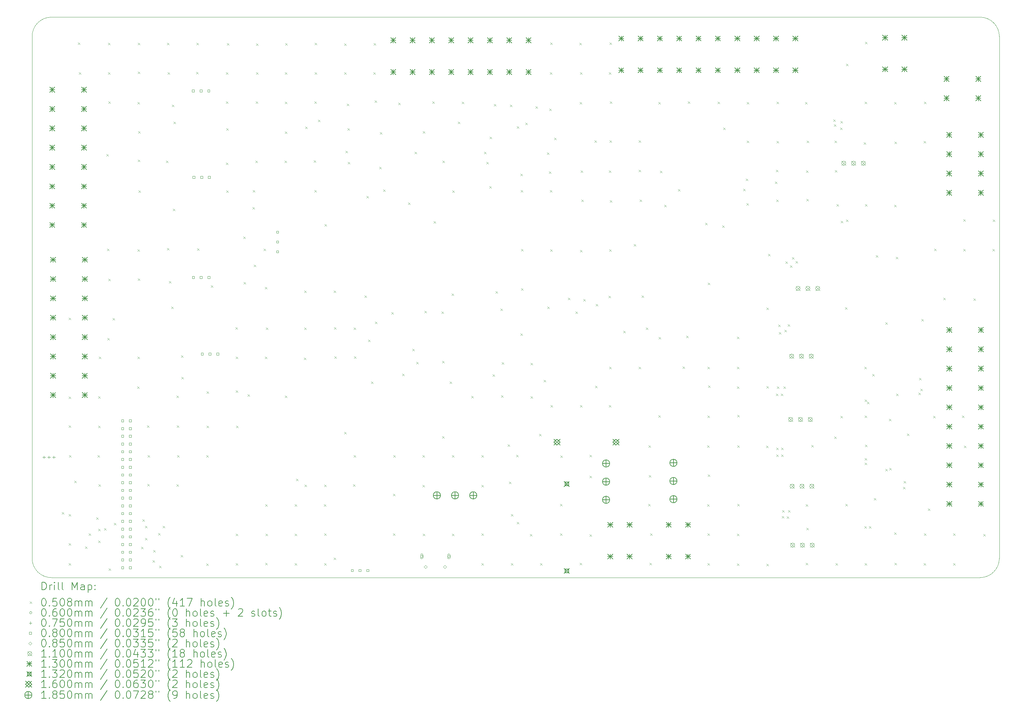
<source format=gbr>
%TF.GenerationSoftware,KiCad,Pcbnew,7.0.10*%
%TF.CreationDate,2024-12-17T12:17:09-06:00*%
%TF.ProjectId,karca_v2,6b617263-615f-4763-922e-6b696361645f,rev?*%
%TF.SameCoordinates,Original*%
%TF.FileFunction,Drillmap*%
%TF.FilePolarity,Positive*%
%FSLAX45Y45*%
G04 Gerber Fmt 4.5, Leading zero omitted, Abs format (unit mm)*
G04 Created by KiCad (PCBNEW 7.0.10) date 2024-12-17 12:17:09*
%MOMM*%
%LPD*%
G01*
G04 APERTURE LIST*
%ADD10C,0.100000*%
%ADD11C,0.200000*%
%ADD12C,0.110000*%
%ADD13C,0.130000*%
%ADD14C,0.132000*%
%ADD15C,0.160000*%
%ADD16C,0.185000*%
G04 APERTURE END LIST*
D10*
X3088640Y-18138520D02*
G75*
G03*
X3588640Y-18638520I500000J0D01*
G01*
X3088640Y-18138520D02*
X3088640Y-4638520D01*
X27588640Y-18638520D02*
G75*
G03*
X28088640Y-18138520I0J500000D01*
G01*
X28088640Y-4638520D02*
X28088640Y-18138520D01*
X3588640Y-4138520D02*
X27588640Y-4138520D01*
X28088640Y-4638520D02*
G75*
G03*
X27588640Y-4138520I-500000J0D01*
G01*
X27588640Y-18638520D02*
X3588640Y-18638520D01*
X3588640Y-4138520D02*
G75*
G03*
X3088640Y-4638520I0J-500000D01*
G01*
D11*
D10*
X3858260Y-16949420D02*
X3909060Y-17000220D01*
X3909060Y-16949420D02*
X3858260Y-17000220D01*
X4033520Y-11912600D02*
X4084320Y-11963400D01*
X4084320Y-11912600D02*
X4033520Y-11963400D01*
X4033520Y-14704060D02*
X4084320Y-14754860D01*
X4084320Y-14704060D02*
X4033520Y-14754860D01*
X4033520Y-18265140D02*
X4084320Y-18315940D01*
X4084320Y-18265140D02*
X4033520Y-18315940D01*
X4036060Y-13954760D02*
X4086860Y-14005560D01*
X4086860Y-13954760D02*
X4036060Y-14005560D01*
X4038600Y-16992600D02*
X4089400Y-17043400D01*
X4089400Y-16992600D02*
X4038600Y-17043400D01*
X4038600Y-17746980D02*
X4089400Y-17797780D01*
X4089400Y-17746980D02*
X4038600Y-17797780D01*
X4043680Y-15468600D02*
X4094480Y-15519400D01*
X4094480Y-15468600D02*
X4043680Y-15519400D01*
X4178300Y-16129000D02*
X4229100Y-16179800D01*
X4229100Y-16129000D02*
X4178300Y-16179800D01*
X4272280Y-4798060D02*
X4323080Y-4848860D01*
X4323080Y-4798060D02*
X4272280Y-4848860D01*
X4300220Y-5570220D02*
X4351020Y-5621020D01*
X4351020Y-5570220D02*
X4300220Y-5621020D01*
X4460698Y-17835422D02*
X4511498Y-17886222D01*
X4511498Y-17835422D02*
X4460698Y-17886222D01*
X4556760Y-17495520D02*
X4607560Y-17546320D01*
X4607560Y-17495520D02*
X4556760Y-17546320D01*
X4749800Y-17081500D02*
X4800600Y-17132300D01*
X4800600Y-17081500D02*
X4749800Y-17132300D01*
X4782820Y-15468600D02*
X4833620Y-15519400D01*
X4833620Y-15468600D02*
X4782820Y-15519400D01*
X4798060Y-13944600D02*
X4848860Y-13995400D01*
X4848860Y-13944600D02*
X4798060Y-13995400D01*
X4800600Y-14711680D02*
X4851400Y-14762480D01*
X4851400Y-14711680D02*
X4800600Y-14762480D01*
X4800600Y-17373600D02*
X4851400Y-17424400D01*
X4851400Y-17373600D02*
X4800600Y-17424400D01*
X4800600Y-17678400D02*
X4851400Y-17729200D01*
X4851400Y-17678400D02*
X4800600Y-17729200D01*
X4805680Y-16222980D02*
X4856480Y-16273780D01*
X4856480Y-16222980D02*
X4805680Y-16273780D01*
X4815840Y-12923520D02*
X4866640Y-12974320D01*
X4866640Y-12923520D02*
X4815840Y-12974320D01*
X4953000Y-17360900D02*
X5003800Y-17411700D01*
X5003800Y-17360900D02*
X4953000Y-17411700D01*
X5011420Y-7686040D02*
X5062220Y-7736840D01*
X5062220Y-7686040D02*
X5011420Y-7736840D01*
X5031740Y-10132060D02*
X5082540Y-10182860D01*
X5082540Y-10132060D02*
X5031740Y-10182860D01*
X5039360Y-12438380D02*
X5090160Y-12489180D01*
X5090160Y-12438380D02*
X5039360Y-12489180D01*
X5057140Y-4808220D02*
X5107940Y-4859020D01*
X5107940Y-4808220D02*
X5057140Y-4859020D01*
X5057140Y-5565140D02*
X5107940Y-5615940D01*
X5107940Y-5565140D02*
X5057140Y-5615940D01*
X5059680Y-6319520D02*
X5110480Y-6370320D01*
X5110480Y-6319520D02*
X5059680Y-6370320D01*
X5059680Y-10911840D02*
X5110480Y-10962640D01*
X5110480Y-10911840D02*
X5059680Y-10962640D01*
X5072380Y-18402300D02*
X5123180Y-18453100D01*
X5123180Y-18402300D02*
X5072380Y-18453100D01*
X5168900Y-11922760D02*
X5219700Y-11973560D01*
X5219700Y-11922760D02*
X5168900Y-11973560D01*
X5207000Y-17221200D02*
X5257800Y-17272000D01*
X5257800Y-17221200D02*
X5207000Y-17272000D01*
X5808980Y-13690600D02*
X5859780Y-13741400D01*
X5859780Y-13690600D02*
X5808980Y-13741400D01*
X5814060Y-12923520D02*
X5864860Y-12974320D01*
X5864860Y-12923520D02*
X5814060Y-12974320D01*
X5816600Y-6337300D02*
X5867400Y-6388100D01*
X5867400Y-6337300D02*
X5816600Y-6388100D01*
X5816600Y-10144760D02*
X5867400Y-10195560D01*
X5867400Y-10144760D02*
X5816600Y-10195560D01*
X5826760Y-4808220D02*
X5877560Y-4859020D01*
X5877560Y-4808220D02*
X5826760Y-4859020D01*
X5826760Y-5552440D02*
X5877560Y-5603240D01*
X5877560Y-5552440D02*
X5826760Y-5603240D01*
X5826760Y-7830820D02*
X5877560Y-7881620D01*
X5877560Y-7830820D02*
X5826760Y-7881620D01*
X5826760Y-10901680D02*
X5877560Y-10952480D01*
X5877560Y-10901680D02*
X5826760Y-10952480D01*
X5829300Y-7091680D02*
X5880100Y-7142480D01*
X5880100Y-7091680D02*
X5829300Y-7142480D01*
X5839460Y-8620760D02*
X5890260Y-8671560D01*
X5890260Y-8620760D02*
X5839460Y-8671560D01*
X5908040Y-17843500D02*
X5958840Y-17894300D01*
X5958840Y-17843500D02*
X5908040Y-17894300D01*
X5941885Y-17134041D02*
X5992685Y-17184841D01*
X5992685Y-17134041D02*
X5941885Y-17184841D01*
X6007100Y-17297400D02*
X6057900Y-17348200D01*
X6057900Y-17297400D02*
X6007100Y-17348200D01*
X6007100Y-17614900D02*
X6057900Y-17665700D01*
X6057900Y-17614900D02*
X6007100Y-17665700D01*
X6062980Y-14704060D02*
X6113780Y-14754860D01*
X6113780Y-14704060D02*
X6062980Y-14754860D01*
X6073140Y-16220440D02*
X6123940Y-16271240D01*
X6123940Y-16220440D02*
X6073140Y-16271240D01*
X6078220Y-15471140D02*
X6129020Y-15521940D01*
X6129020Y-15471140D02*
X6078220Y-15521940D01*
X6205220Y-18186400D02*
X6256020Y-18237200D01*
X6256020Y-18186400D02*
X6205220Y-18237200D01*
X6223000Y-17924780D02*
X6273800Y-17975580D01*
X6273800Y-17924780D02*
X6223000Y-17975580D01*
X6350000Y-17487900D02*
X6400800Y-17538700D01*
X6400800Y-17487900D02*
X6350000Y-17538700D01*
X6370320Y-18336260D02*
X6421120Y-18387060D01*
X6421120Y-18336260D02*
X6370320Y-18387060D01*
X6464300Y-17297400D02*
X6515100Y-17348200D01*
X6515100Y-17297400D02*
X6464300Y-17348200D01*
X6553200Y-7848600D02*
X6604000Y-7899400D01*
X6604000Y-7848600D02*
X6553200Y-7899400D01*
X6576060Y-4805680D02*
X6626860Y-4856480D01*
X6626860Y-4805680D02*
X6576060Y-4856480D01*
X6578600Y-10114280D02*
X6629400Y-10165080D01*
X6629400Y-10114280D02*
X6578600Y-10165080D01*
X6591300Y-5565140D02*
X6642100Y-5615940D01*
X6642100Y-5565140D02*
X6591300Y-5615940D01*
X6629400Y-10965180D02*
X6680200Y-11015980D01*
X6680200Y-10965180D02*
X6629400Y-11015980D01*
X6685280Y-11628120D02*
X6736080Y-11678920D01*
X6736080Y-11628120D02*
X6685280Y-11678920D01*
X6708140Y-6403340D02*
X6758940Y-6454140D01*
X6758940Y-6403340D02*
X6708140Y-6454140D01*
X6728460Y-9098280D02*
X6779260Y-9149080D01*
X6779260Y-9098280D02*
X6728460Y-9149080D01*
X6748780Y-6847840D02*
X6799580Y-6898640D01*
X6799580Y-6847840D02*
X6748780Y-6898640D01*
X6822440Y-16222980D02*
X6873240Y-16273780D01*
X6873240Y-16222980D02*
X6822440Y-16273780D01*
X6824980Y-13931900D02*
X6875780Y-13982700D01*
X6875780Y-13931900D02*
X6824980Y-13982700D01*
X6827520Y-14701520D02*
X6878320Y-14752320D01*
X6878320Y-14701520D02*
X6827520Y-14752320D01*
X6840220Y-15471140D02*
X6891020Y-15521940D01*
X6891020Y-15471140D02*
X6840220Y-15521940D01*
X6935470Y-18053050D02*
X6986270Y-18103850D01*
X6986270Y-18053050D02*
X6935470Y-18103850D01*
X6944360Y-12890500D02*
X6995160Y-12941300D01*
X6995160Y-12890500D02*
X6944360Y-12941300D01*
X6946900Y-13451840D02*
X6997700Y-13502640D01*
X6997700Y-13451840D02*
X6946900Y-13502640D01*
X7330440Y-5554980D02*
X7381240Y-5605780D01*
X7381240Y-5554980D02*
X7330440Y-5605780D01*
X7340600Y-4800600D02*
X7391400Y-4851400D01*
X7391400Y-4800600D02*
X7340600Y-4851400D01*
X7353300Y-10124440D02*
X7404100Y-10175240D01*
X7404100Y-10124440D02*
X7353300Y-10175240D01*
X7592060Y-15473680D02*
X7642860Y-15524480D01*
X7642860Y-15473680D02*
X7592060Y-15524480D01*
X7594600Y-18277840D02*
X7645400Y-18328640D01*
X7645400Y-18277840D02*
X7594600Y-18328640D01*
X7599680Y-13817600D02*
X7650480Y-13868400D01*
X7650480Y-13817600D02*
X7599680Y-13868400D01*
X7599680Y-14711680D02*
X7650480Y-14762480D01*
X7650480Y-14711680D02*
X7599680Y-14762480D01*
X7708900Y-11074400D02*
X7759700Y-11125200D01*
X7759700Y-11074400D02*
X7708900Y-11125200D01*
X8100060Y-7899400D02*
X8150860Y-7950200D01*
X8150860Y-7899400D02*
X8100060Y-7950200D01*
X8102600Y-5562600D02*
X8153400Y-5613400D01*
X8153400Y-5562600D02*
X8102600Y-5613400D01*
X8102600Y-6322060D02*
X8153400Y-6372860D01*
X8153400Y-6322060D02*
X8102600Y-6372860D01*
X8107680Y-7010400D02*
X8158480Y-7061200D01*
X8158480Y-7010400D02*
X8107680Y-7061200D01*
X8107680Y-8623300D02*
X8158480Y-8674100D01*
X8158480Y-8623300D02*
X8107680Y-8674100D01*
X8125460Y-4810760D02*
X8176260Y-4861560D01*
X8176260Y-4810760D02*
X8125460Y-4861560D01*
X8348980Y-12158980D02*
X8399780Y-12209780D01*
X8399780Y-12158980D02*
X8348980Y-12209780D01*
X8354060Y-12926060D02*
X8404860Y-12976860D01*
X8404860Y-12926060D02*
X8354060Y-12976860D01*
X8354060Y-13799820D02*
X8404860Y-13850620D01*
X8404860Y-13799820D02*
X8354060Y-13850620D01*
X8354060Y-17508220D02*
X8404860Y-17559020D01*
X8404860Y-17508220D02*
X8354060Y-17559020D01*
X8356600Y-18265140D02*
X8407400Y-18315940D01*
X8407400Y-18265140D02*
X8356600Y-18315940D01*
X8364220Y-14709140D02*
X8415020Y-14759940D01*
X8415020Y-14709140D02*
X8364220Y-14759940D01*
X8552180Y-9814560D02*
X8602980Y-9865360D01*
X8602980Y-9814560D02*
X8552180Y-9865360D01*
X8562340Y-10993120D02*
X8613140Y-11043920D01*
X8613140Y-10993120D02*
X8562340Y-11043920D01*
X8661400Y-13896340D02*
X8712200Y-13947140D01*
X8712200Y-13896340D02*
X8661400Y-13947140D01*
X8788400Y-9055100D02*
X8839200Y-9105900D01*
X8839200Y-9055100D02*
X8788400Y-9105900D01*
X8798560Y-8615680D02*
X8849360Y-8666480D01*
X8849360Y-8615680D02*
X8798560Y-8666480D01*
X8823960Y-10543540D02*
X8874760Y-10594340D01*
X8874760Y-10543540D02*
X8823960Y-10594340D01*
X8864600Y-7848600D02*
X8915400Y-7899400D01*
X8915400Y-7848600D02*
X8864600Y-7899400D01*
X8869680Y-6319520D02*
X8920480Y-6370320D01*
X8920480Y-6319520D02*
X8869680Y-6370320D01*
X8879840Y-4818380D02*
X8930640Y-4869180D01*
X8930640Y-4818380D02*
X8879840Y-4869180D01*
X8879840Y-5562600D02*
X8930640Y-5613400D01*
X8930640Y-5562600D02*
X8879840Y-5613400D01*
X9072880Y-10129520D02*
X9123680Y-10180320D01*
X9123680Y-10129520D02*
X9072880Y-10180320D01*
X9105900Y-11122660D02*
X9156700Y-11173460D01*
X9156700Y-11122660D02*
X9105900Y-11173460D01*
X9108440Y-12926060D02*
X9159240Y-12976860D01*
X9159240Y-12926060D02*
X9108440Y-12976860D01*
X9118600Y-18260060D02*
X9169400Y-18310860D01*
X9169400Y-18260060D02*
X9118600Y-18310860D01*
X9121140Y-16741140D02*
X9171940Y-16791940D01*
X9171940Y-16741140D02*
X9121140Y-16791940D01*
X9126220Y-17503140D02*
X9177020Y-17553940D01*
X9177020Y-17503140D02*
X9126220Y-17553940D01*
X9131300Y-12169140D02*
X9182100Y-12219940D01*
X9182100Y-12169140D02*
X9131300Y-12219940D01*
X9618980Y-7848600D02*
X9669780Y-7899400D01*
X9669780Y-7848600D02*
X9618980Y-7899400D01*
X9626600Y-5562600D02*
X9677400Y-5613400D01*
X9677400Y-5562600D02*
X9626600Y-5613400D01*
X9626600Y-7099300D02*
X9677400Y-7150100D01*
X9677400Y-7099300D02*
X9626600Y-7150100D01*
X9626600Y-13929360D02*
X9677400Y-13980160D01*
X9677400Y-13929360D02*
X9626600Y-13980160D01*
X9629140Y-6329680D02*
X9679940Y-6380480D01*
X9679940Y-6329680D02*
X9629140Y-6380480D01*
X9631680Y-4810760D02*
X9682480Y-4861560D01*
X9682480Y-4810760D02*
X9631680Y-4861560D01*
X9875520Y-17500600D02*
X9926320Y-17551400D01*
X9926320Y-17500600D02*
X9875520Y-17551400D01*
X9875520Y-18267680D02*
X9926320Y-18318480D01*
X9926320Y-18267680D02*
X9875520Y-18318480D01*
X9880600Y-16743680D02*
X9931400Y-16794480D01*
X9931400Y-16743680D02*
X9880600Y-16794480D01*
X9913620Y-16083280D02*
X9964420Y-16134080D01*
X9964420Y-16083280D02*
X9913620Y-16134080D01*
X10119360Y-12946380D02*
X10170160Y-12997180D01*
X10170160Y-12946380D02*
X10119360Y-12997180D01*
X10121900Y-11214100D02*
X10172700Y-11264900D01*
X10172700Y-11214100D02*
X10121900Y-11264900D01*
X10124440Y-12171680D02*
X10175240Y-12222480D01*
X10175240Y-12171680D02*
X10124440Y-12222480D01*
X10132060Y-16233140D02*
X10182860Y-16283940D01*
X10182860Y-16233140D02*
X10132060Y-16283940D01*
X10147300Y-6972300D02*
X10198100Y-7023100D01*
X10198100Y-6972300D02*
X10147300Y-7023100D01*
X10373360Y-7843520D02*
X10424160Y-7894320D01*
X10424160Y-7843520D02*
X10373360Y-7894320D01*
X10386060Y-6316980D02*
X10436860Y-6367780D01*
X10436860Y-6316980D02*
X10386060Y-6367780D01*
X10386060Y-8613140D02*
X10436860Y-8663940D01*
X10436860Y-8613140D02*
X10386060Y-8663940D01*
X10393680Y-5565140D02*
X10444480Y-5615940D01*
X10444480Y-5565140D02*
X10393680Y-5615940D01*
X10396220Y-4800600D02*
X10447020Y-4851400D01*
X10447020Y-4800600D02*
X10396220Y-4851400D01*
X10477500Y-6794500D02*
X10528300Y-6845300D01*
X10528300Y-6794500D02*
X10477500Y-6845300D01*
X10632440Y-16743680D02*
X10683240Y-16794480D01*
X10683240Y-16743680D02*
X10632440Y-16794480D01*
X10640060Y-16233140D02*
X10690860Y-16283940D01*
X10690860Y-16233140D02*
X10640060Y-16283940D01*
X10640060Y-17495520D02*
X10690860Y-17546320D01*
X10690860Y-17495520D02*
X10640060Y-17546320D01*
X10642600Y-18265140D02*
X10693400Y-18315940D01*
X10693400Y-18265140D02*
X10642600Y-18315940D01*
X10647680Y-9497060D02*
X10698480Y-9547860D01*
X10698480Y-9497060D02*
X10647680Y-9547860D01*
X10883900Y-11214100D02*
X10934700Y-11264900D01*
X10934700Y-11214100D02*
X10883900Y-11264900D01*
X10883900Y-18122900D02*
X10934700Y-18173700D01*
X10934700Y-18122900D02*
X10883900Y-18173700D01*
X10894060Y-12164060D02*
X10944860Y-12214860D01*
X10944860Y-12164060D02*
X10894060Y-12214860D01*
X10904220Y-12915900D02*
X10955020Y-12966700D01*
X10955020Y-12915900D02*
X10904220Y-12966700D01*
X11155680Y-4818380D02*
X11206480Y-4869180D01*
X11206480Y-4818380D02*
X11155680Y-4869180D01*
X11155680Y-5562600D02*
X11206480Y-5613400D01*
X11206480Y-5562600D02*
X11155680Y-5613400D01*
X11158837Y-14869777D02*
X11209637Y-14920577D01*
X11209637Y-14869777D02*
X11158837Y-14920577D01*
X11188700Y-7594600D02*
X11239500Y-7645400D01*
X11239500Y-7594600D02*
X11188700Y-7645400D01*
X11229340Y-6383020D02*
X11280140Y-6433820D01*
X11280140Y-6383020D02*
X11229340Y-6433820D01*
X11239500Y-7010400D02*
X11290300Y-7061200D01*
X11290300Y-7010400D02*
X11239500Y-7061200D01*
X11252200Y-7886700D02*
X11303000Y-7937500D01*
X11303000Y-7886700D02*
X11252200Y-7937500D01*
X11384280Y-16222980D02*
X11435080Y-16273780D01*
X11435080Y-16222980D02*
X11384280Y-16273780D01*
X11402060Y-12166600D02*
X11452860Y-12217400D01*
X11452860Y-12166600D02*
X11402060Y-12217400D01*
X11404600Y-15473680D02*
X11455400Y-15524480D01*
X11455400Y-15473680D02*
X11404600Y-15524480D01*
X11412220Y-12918440D02*
X11463020Y-12969240D01*
X11463020Y-12918440D02*
X11412220Y-12969240D01*
X11684000Y-11341100D02*
X11734800Y-11391900D01*
X11734800Y-11341100D02*
X11684000Y-11391900D01*
X11734800Y-8763000D02*
X11785600Y-8813800D01*
X11785600Y-8763000D02*
X11734800Y-8813800D01*
X11778690Y-12484100D02*
X11829490Y-12534900D01*
X11829490Y-12484100D02*
X11778690Y-12534900D01*
X11851640Y-13571220D02*
X11902440Y-13622020D01*
X11902440Y-13571220D02*
X11851640Y-13622020D01*
X11907520Y-5562600D02*
X11958320Y-5613400D01*
X11958320Y-5562600D02*
X11907520Y-5613400D01*
X11920220Y-4810760D02*
X11971020Y-4861560D01*
X11971020Y-4810760D02*
X11920220Y-4861560D01*
X11943080Y-6294120D02*
X11993880Y-6344920D01*
X11993880Y-6294120D02*
X11943080Y-6344920D01*
X11950700Y-12019280D02*
X12001500Y-12070080D01*
X12001500Y-12019280D02*
X11950700Y-12070080D01*
X12065000Y-8013700D02*
X12115800Y-8064500D01*
X12115800Y-8013700D02*
X12065000Y-8064500D01*
X12082780Y-7112000D02*
X12133580Y-7162800D01*
X12133580Y-7112000D02*
X12082780Y-7162800D01*
X12164060Y-8600440D02*
X12214860Y-8651240D01*
X12214860Y-8600440D02*
X12164060Y-8651240D01*
X12375440Y-11775558D02*
X12426240Y-11826358D01*
X12426240Y-11775558D02*
X12375440Y-11826358D01*
X12415520Y-16474440D02*
X12466320Y-16525240D01*
X12466320Y-16474440D02*
X12415520Y-16525240D01*
X12415520Y-17498060D02*
X12466320Y-17548860D01*
X12466320Y-17498060D02*
X12415520Y-17548860D01*
X12428220Y-15468600D02*
X12479020Y-15519400D01*
X12479020Y-15468600D02*
X12428220Y-15519400D01*
X12557760Y-6350000D02*
X12608560Y-6400800D01*
X12608560Y-6350000D02*
X12557760Y-6400800D01*
X12656820Y-13368020D02*
X12707620Y-13418820D01*
X12707620Y-13368020D02*
X12656820Y-13418820D01*
X12811760Y-8933180D02*
X12862560Y-8983980D01*
X12862560Y-8933180D02*
X12811760Y-8983980D01*
X12915900Y-12722860D02*
X12966700Y-12773660D01*
X12966700Y-12722860D02*
X12915900Y-12773660D01*
X12976860Y-7622540D02*
X13027660Y-7673340D01*
X13027660Y-7622540D02*
X12976860Y-7673340D01*
X13020498Y-13056310D02*
X13071298Y-13107110D01*
X13071298Y-13056310D02*
X13020498Y-13107110D01*
X13177520Y-15473680D02*
X13228320Y-15524480D01*
X13228320Y-15473680D02*
X13177520Y-15524480D01*
X13177520Y-16240760D02*
X13228320Y-16291560D01*
X13228320Y-16240760D02*
X13177520Y-16291560D01*
X13192760Y-7091680D02*
X13243560Y-7142480D01*
X13243560Y-7091680D02*
X13192760Y-7142480D01*
X13192760Y-17503140D02*
X13243560Y-17553940D01*
X13243560Y-17503140D02*
X13192760Y-17553940D01*
X13230860Y-11734800D02*
X13281660Y-11785600D01*
X13281660Y-11734800D02*
X13230860Y-11785600D01*
X13431520Y-6316980D02*
X13482320Y-6367780D01*
X13482320Y-6316980D02*
X13431520Y-6367780D01*
X13472160Y-9418740D02*
X13522960Y-9469540D01*
X13522960Y-9418740D02*
X13472160Y-9469540D01*
X13670468Y-11754932D02*
X13721268Y-11805732D01*
X13721268Y-11754932D02*
X13670468Y-11805732D01*
X13685520Y-14980920D02*
X13736320Y-15031720D01*
X13736320Y-14980920D02*
X13685520Y-15031720D01*
X13688060Y-13037820D02*
X13738860Y-13088620D01*
X13738860Y-13037820D02*
X13688060Y-13088620D01*
X13700760Y-7853680D02*
X13751560Y-7904480D01*
X13751560Y-7853680D02*
X13700760Y-7904480D01*
X13883640Y-13571220D02*
X13934440Y-13622020D01*
X13934440Y-13571220D02*
X13883640Y-13622020D01*
X13931900Y-11290300D02*
X13982700Y-11341100D01*
X13982700Y-11290300D02*
X13931900Y-11341100D01*
X13939520Y-17503140D02*
X13990320Y-17553940D01*
X13990320Y-17503140D02*
X13939520Y-17553940D01*
X13942060Y-15473680D02*
X13992860Y-15524480D01*
X13992860Y-15473680D02*
X13942060Y-15524480D01*
X13952220Y-8625840D02*
X14003020Y-8676640D01*
X14003020Y-8625840D02*
X13952220Y-8676640D01*
X14091920Y-6845300D02*
X14142720Y-6896100D01*
X14142720Y-6845300D02*
X14091920Y-6896100D01*
X14196060Y-6324600D02*
X14246860Y-6375400D01*
X14246860Y-6324600D02*
X14196060Y-6375400D01*
X14442440Y-13936980D02*
X14493240Y-13987780D01*
X14493240Y-13936980D02*
X14442440Y-13987780D01*
X14701520Y-16243300D02*
X14752320Y-16294100D01*
X14752320Y-16243300D02*
X14701520Y-16294100D01*
X14701520Y-18270220D02*
X14752320Y-18321020D01*
X14752320Y-18270220D02*
X14701520Y-18321020D01*
X14704060Y-17498060D02*
X14754860Y-17548860D01*
X14754860Y-17498060D02*
X14704060Y-17548860D01*
X14709140Y-15471140D02*
X14759940Y-15521940D01*
X14759940Y-15471140D02*
X14709140Y-15521940D01*
X14770100Y-7620000D02*
X14820900Y-7670800D01*
X14820900Y-7620000D02*
X14770100Y-7670800D01*
X14828520Y-7884160D02*
X14879320Y-7934960D01*
X14879320Y-7884160D02*
X14828520Y-7934960D01*
X14909800Y-8516620D02*
X14960600Y-8567420D01*
X14960600Y-8516620D02*
X14909800Y-8567420D01*
X14917420Y-7236460D02*
X14968220Y-7287260D01*
X14968220Y-7236460D02*
X14917420Y-7287260D01*
X14991080Y-13383970D02*
X15041880Y-13434770D01*
X15041880Y-13383970D02*
X14991080Y-13434770D01*
X15026640Y-6388100D02*
X15077440Y-6438900D01*
X15077440Y-6388100D02*
X15026640Y-6438900D01*
X15072360Y-11226800D02*
X15123160Y-11277600D01*
X15123160Y-11226800D02*
X15072360Y-11277600D01*
X15194280Y-11676380D02*
X15245080Y-11727180D01*
X15245080Y-11676380D02*
X15194280Y-11727180D01*
X15214600Y-13921740D02*
X15265400Y-13972540D01*
X15265400Y-13921740D02*
X15214600Y-13972540D01*
X15227300Y-13070840D02*
X15278100Y-13121640D01*
X15278100Y-13070840D02*
X15227300Y-13121640D01*
X15384780Y-15191740D02*
X15435580Y-15242540D01*
X15435580Y-15191740D02*
X15384780Y-15242540D01*
X15417800Y-16154400D02*
X15468600Y-16205200D01*
X15468600Y-16154400D02*
X15417800Y-16205200D01*
X15440660Y-6403340D02*
X15491460Y-6454140D01*
X15491460Y-6403340D02*
X15440660Y-6454140D01*
X15468600Y-18262600D02*
X15519400Y-18313400D01*
X15519400Y-18262600D02*
X15468600Y-18313400D01*
X15471140Y-16997680D02*
X15521940Y-17048480D01*
X15521940Y-16997680D02*
X15471140Y-17048480D01*
X15600680Y-15466060D02*
X15651480Y-15516860D01*
X15651480Y-15466060D02*
X15600680Y-15516860D01*
X15615920Y-17198340D02*
X15666720Y-17249140D01*
X15666720Y-17198340D02*
X15615920Y-17249140D01*
X15621000Y-6959600D02*
X15671800Y-7010400D01*
X15671800Y-6959600D02*
X15621000Y-7010400D01*
X15709900Y-8191500D02*
X15760700Y-8242300D01*
X15760700Y-8191500D02*
X15709900Y-8242300D01*
X15714980Y-12326620D02*
X15765780Y-12377420D01*
X15765780Y-12326620D02*
X15714980Y-12377420D01*
X15725140Y-8613140D02*
X15775940Y-8663940D01*
X15775940Y-8613140D02*
X15725140Y-8663940D01*
X15730220Y-11150600D02*
X15781020Y-11201400D01*
X15781020Y-11150600D02*
X15730220Y-11201400D01*
X15732760Y-10134600D02*
X15783560Y-10185400D01*
X15783560Y-10134600D02*
X15732760Y-10185400D01*
X15836900Y-6873240D02*
X15887700Y-6924040D01*
X15887700Y-6873240D02*
X15836900Y-6924040D01*
X15961360Y-17513300D02*
X16012160Y-17564100D01*
X16012160Y-17513300D02*
X15961360Y-17564100D01*
X15979140Y-13081000D02*
X16029940Y-13131800D01*
X16029940Y-13081000D02*
X15979140Y-13131800D01*
X15979140Y-13949680D02*
X16029940Y-14000480D01*
X16029940Y-13949680D02*
X15979140Y-14000480D01*
X16106140Y-6449060D02*
X16156940Y-6499860D01*
X16156940Y-6449060D02*
X16106140Y-6499860D01*
X16196500Y-14922960D02*
X16247300Y-14973760D01*
X16247300Y-14922960D02*
X16196500Y-14973760D01*
X16217900Y-18265140D02*
X16268700Y-18315940D01*
X16268700Y-18265140D02*
X16217900Y-18315940D01*
X16316960Y-13528040D02*
X16367760Y-13578840D01*
X16367760Y-13528040D02*
X16316960Y-13578840D01*
X16398240Y-7637780D02*
X16449040Y-7688580D01*
X16449040Y-7637780D02*
X16398240Y-7688580D01*
X16408400Y-11630660D02*
X16459200Y-11681460D01*
X16459200Y-11630660D02*
X16408400Y-11681460D01*
X16446500Y-8128000D02*
X16497300Y-8178800D01*
X16497300Y-8128000D02*
X16446500Y-8178800D01*
X16456660Y-6510020D02*
X16507460Y-6560820D01*
X16507460Y-6510020D02*
X16456660Y-6560820D01*
X16471900Y-5562600D02*
X16522700Y-5613400D01*
X16522700Y-5562600D02*
X16471900Y-5613400D01*
X16476980Y-8615680D02*
X16527780Y-8666480D01*
X16527780Y-8615680D02*
X16476980Y-8666480D01*
X16482060Y-10147300D02*
X16532860Y-10198100D01*
X16532860Y-10147300D02*
X16482060Y-10198100D01*
X16484600Y-4792980D02*
X16535400Y-4843780D01*
X16535400Y-4792980D02*
X16484600Y-4843780D01*
X16489680Y-14180820D02*
X16540480Y-14231620D01*
X16540480Y-14180820D02*
X16489680Y-14231620D01*
X16586200Y-7261860D02*
X16637000Y-7312660D01*
X16637000Y-7261860D02*
X16586200Y-7312660D01*
X16741140Y-16736060D02*
X16791940Y-16786860D01*
X16791940Y-16736060D02*
X16741140Y-16786860D01*
X16741140Y-17495520D02*
X16791940Y-17546320D01*
X16791940Y-17495520D02*
X16741140Y-17546320D01*
X16743680Y-15481300D02*
X16794480Y-15532100D01*
X16794480Y-15481300D02*
X16743680Y-15532100D01*
X16939260Y-11396980D02*
X16990060Y-11447780D01*
X16990060Y-11396980D02*
X16939260Y-11447780D01*
X17132300Y-11755120D02*
X17183100Y-11805920D01*
X17183100Y-11755120D02*
X17132300Y-11805920D01*
X17236440Y-4800600D02*
X17287240Y-4851400D01*
X17287240Y-4800600D02*
X17236440Y-4851400D01*
X17246600Y-18254980D02*
X17297400Y-18305780D01*
X17297400Y-18254980D02*
X17246600Y-18305780D01*
X17249140Y-6334760D02*
X17299940Y-6385560D01*
X17299940Y-6334760D02*
X17249140Y-6385560D01*
X17251680Y-5562600D02*
X17302480Y-5613400D01*
X17302480Y-5562600D02*
X17251680Y-5613400D01*
X17256760Y-10162540D02*
X17307560Y-10213340D01*
X17307560Y-10162540D02*
X17256760Y-10213340D01*
X17256760Y-14180820D02*
X17307560Y-14231620D01*
X17307560Y-14180820D02*
X17256760Y-14231620D01*
X17274540Y-8102600D02*
X17325340Y-8153400D01*
X17325340Y-8102600D02*
X17274540Y-8153400D01*
X17287240Y-8859520D02*
X17338040Y-8910320D01*
X17338040Y-8859520D02*
X17287240Y-8910320D01*
X17340580Y-11430000D02*
X17391380Y-11480800D01*
X17391380Y-11430000D02*
X17340580Y-11480800D01*
X17498060Y-15463520D02*
X17548860Y-15514320D01*
X17548860Y-15463520D02*
X17498060Y-15514320D01*
X17498060Y-16004540D02*
X17548860Y-16055340D01*
X17548860Y-16004540D02*
X17498060Y-16055340D01*
X17500600Y-17518380D02*
X17551400Y-17569180D01*
X17551400Y-17518380D02*
X17500600Y-17569180D01*
X17627600Y-7330440D02*
X17678400Y-7381240D01*
X17678400Y-7330440D02*
X17627600Y-7381240D01*
X17645380Y-13675360D02*
X17696180Y-13726160D01*
X17696180Y-13675360D02*
X17645380Y-13726160D01*
X17661330Y-11562080D02*
X17712130Y-11612880D01*
X17712130Y-11562080D02*
X17661330Y-11612880D01*
X17990820Y-11346180D02*
X18041620Y-11396980D01*
X18041620Y-11346180D02*
X17990820Y-11396980D01*
X17995900Y-14175740D02*
X18046700Y-14226540D01*
X18046700Y-14175740D02*
X17995900Y-14226540D01*
X17998440Y-5562600D02*
X18049240Y-5613400D01*
X18049240Y-5562600D02*
X17998440Y-5613400D01*
X17998440Y-8102600D02*
X18049240Y-8153400D01*
X18049240Y-8102600D02*
X17998440Y-8153400D01*
X18003520Y-10149840D02*
X18054320Y-10200640D01*
X18054320Y-10149840D02*
X18003520Y-10200640D01*
X18008600Y-13182600D02*
X18059400Y-13233400D01*
X18059400Y-13182600D02*
X18008600Y-13233400D01*
X18016220Y-4792980D02*
X18067020Y-4843780D01*
X18067020Y-4792980D02*
X18016220Y-4843780D01*
X18016220Y-7325360D02*
X18067020Y-7376160D01*
X18067020Y-7325360D02*
X18016220Y-7376160D01*
X18021300Y-6316980D02*
X18072100Y-6367780D01*
X18072100Y-6316980D02*
X18021300Y-6367780D01*
X18026380Y-8877300D02*
X18077180Y-8928100D01*
X18077180Y-8877300D02*
X18026380Y-8928100D01*
X18371820Y-12252960D02*
X18422620Y-12303760D01*
X18422620Y-12252960D02*
X18371820Y-12303760D01*
X18644238Y-10008238D02*
X18695038Y-10059038D01*
X18695038Y-10008238D02*
X18644238Y-10059038D01*
X18768060Y-7330440D02*
X18818860Y-7381240D01*
X18818860Y-7330440D02*
X18768060Y-7381240D01*
X18770600Y-13187680D02*
X18821400Y-13238480D01*
X18821400Y-13187680D02*
X18770600Y-13238480D01*
X18773140Y-8092440D02*
X18823940Y-8143240D01*
X18823940Y-8092440D02*
X18773140Y-8143240D01*
X18793460Y-8856980D02*
X18844260Y-8907780D01*
X18844260Y-8856980D02*
X18793460Y-8907780D01*
X18841720Y-11343640D02*
X18892520Y-11394440D01*
X18892520Y-11343640D02*
X18841720Y-11394440D01*
X18953480Y-12174220D02*
X19004280Y-12225020D01*
X19004280Y-12174220D02*
X18953480Y-12225020D01*
X19014440Y-16736060D02*
X19065240Y-16786860D01*
X19065240Y-16736060D02*
X19014440Y-16786860D01*
X19027140Y-15217140D02*
X19077940Y-15267940D01*
X19077940Y-15217140D02*
X19027140Y-15267940D01*
X19034760Y-15989300D02*
X19085560Y-16040100D01*
X19085560Y-15989300D02*
X19034760Y-16040100D01*
X19050000Y-18260060D02*
X19100800Y-18310860D01*
X19100800Y-18260060D02*
X19050000Y-18310860D01*
X19062700Y-17498060D02*
X19113500Y-17548860D01*
X19113500Y-17498060D02*
X19062700Y-17548860D01*
X19276060Y-6337300D02*
X19326860Y-6388100D01*
X19326860Y-6337300D02*
X19276060Y-6388100D01*
X19278600Y-14439900D02*
X19329400Y-14490700D01*
X19329400Y-14439900D02*
X19278600Y-14490700D01*
X19288760Y-12418060D02*
X19339560Y-12468860D01*
X19339560Y-12418060D02*
X19288760Y-12468860D01*
X19316700Y-8117840D02*
X19367500Y-8168640D01*
X19367500Y-8117840D02*
X19316700Y-8168640D01*
X19433540Y-8994140D02*
X19484340Y-9044940D01*
X19484340Y-8994140D02*
X19433540Y-9044940D01*
X19786600Y-8585200D02*
X19837400Y-8636000D01*
X19837400Y-8585200D02*
X19786600Y-8636000D01*
X19905980Y-13174980D02*
X19956780Y-13225780D01*
X19956780Y-13174980D02*
X19905980Y-13225780D01*
X19997878Y-12380418D02*
X20048678Y-12431218D01*
X20048678Y-12380418D02*
X19997878Y-12431218D01*
X20040600Y-6322060D02*
X20091400Y-6372860D01*
X20091400Y-6322060D02*
X20040600Y-6372860D01*
X20490180Y-9458960D02*
X20540980Y-9509760D01*
X20540980Y-9458960D02*
X20490180Y-9509760D01*
X20538440Y-16743680D02*
X20589240Y-16794480D01*
X20589240Y-16743680D02*
X20538440Y-16794480D01*
X20540980Y-15217140D02*
X20591780Y-15267940D01*
X20591780Y-15217140D02*
X20540980Y-15267940D01*
X20543520Y-18262600D02*
X20594320Y-18313400D01*
X20594320Y-18262600D02*
X20543520Y-18313400D01*
X20546060Y-13187680D02*
X20596860Y-13238480D01*
X20596860Y-13187680D02*
X20546060Y-13238480D01*
X20548600Y-14447520D02*
X20599400Y-14498320D01*
X20599400Y-14447520D02*
X20548600Y-14498320D01*
X20551140Y-17495520D02*
X20601940Y-17546320D01*
X20601940Y-17495520D02*
X20551140Y-17546320D01*
X20558760Y-11008360D02*
X20609560Y-11059160D01*
X20609560Y-11008360D02*
X20558760Y-11059160D01*
X20558760Y-15974060D02*
X20609560Y-16024860D01*
X20609560Y-15974060D02*
X20558760Y-16024860D01*
X20566380Y-13667740D02*
X20617180Y-13718540D01*
X20617180Y-13667740D02*
X20566380Y-13718540D01*
X20810220Y-6327140D02*
X20861020Y-6377940D01*
X20861020Y-6327140D02*
X20810220Y-6377940D01*
X20929600Y-9532620D02*
X20980400Y-9583420D01*
X20980400Y-9532620D02*
X20929600Y-9583420D01*
X20955000Y-6997700D02*
X21005800Y-7048500D01*
X21005800Y-6997700D02*
X20955000Y-7048500D01*
X21305520Y-12410440D02*
X21356320Y-12461240D01*
X21356320Y-12410440D02*
X21305520Y-12461240D01*
X21305520Y-13698220D02*
X21356320Y-13749020D01*
X21356320Y-13698220D02*
X21305520Y-13749020D01*
X21305520Y-18272760D02*
X21356320Y-18323560D01*
X21356320Y-18272760D02*
X21305520Y-18323560D01*
X21313140Y-13190220D02*
X21363940Y-13241020D01*
X21363940Y-13190220D02*
X21313140Y-13241020D01*
X21313140Y-17508220D02*
X21363940Y-17559020D01*
X21363940Y-17508220D02*
X21313140Y-17559020D01*
X21315680Y-14434820D02*
X21366480Y-14485620D01*
X21366480Y-14434820D02*
X21315680Y-14485620D01*
X21315680Y-15214600D02*
X21366480Y-15265400D01*
X21366480Y-15214600D02*
X21315680Y-15265400D01*
X21320760Y-16736060D02*
X21371560Y-16786860D01*
X21371560Y-16736060D02*
X21320760Y-16786860D01*
X21470620Y-8577580D02*
X21521420Y-8628380D01*
X21521420Y-8577580D02*
X21470620Y-8628380D01*
X21539200Y-8318500D02*
X21590000Y-8369300D01*
X21590000Y-8318500D02*
X21539200Y-8369300D01*
X21551900Y-8950960D02*
X21602700Y-9001760D01*
X21602700Y-8950960D02*
X21551900Y-9001760D01*
X21564600Y-6334760D02*
X21615400Y-6385560D01*
X21615400Y-6334760D02*
X21564600Y-6385560D01*
X21567140Y-7338060D02*
X21617940Y-7388860D01*
X21617940Y-7338060D02*
X21567140Y-7388860D01*
X22064980Y-15227300D02*
X22115780Y-15278100D01*
X22115780Y-15227300D02*
X22064980Y-15278100D01*
X22072600Y-18285460D02*
X22123400Y-18336260D01*
X22123400Y-18285460D02*
X22072600Y-18336260D01*
X22075140Y-11653520D02*
X22125940Y-11704320D01*
X22125940Y-11653520D02*
X22075140Y-11704320D01*
X22075140Y-13688060D02*
X22125940Y-13738860D01*
X22125940Y-13688060D02*
X22075140Y-13738860D01*
X22113698Y-10264598D02*
X22164498Y-10315398D01*
X22164498Y-10264598D02*
X22113698Y-10315398D01*
X22288500Y-8394700D02*
X22339300Y-8445500D01*
X22339300Y-8394700D02*
X22288500Y-8445500D01*
X22313900Y-13881100D02*
X22364700Y-13931900D01*
X22364700Y-13881100D02*
X22313900Y-13931900D01*
X22318980Y-8092440D02*
X22369780Y-8143240D01*
X22369780Y-8092440D02*
X22318980Y-8143240D01*
X22326600Y-15278100D02*
X22377400Y-15328900D01*
X22377400Y-15278100D02*
X22326600Y-15328900D01*
X22326600Y-15455900D02*
X22377400Y-15506700D01*
X22377400Y-15455900D02*
X22326600Y-15506700D01*
X22329140Y-8862060D02*
X22379940Y-8912860D01*
X22379940Y-8862060D02*
X22329140Y-8912860D01*
X22334220Y-7340600D02*
X22385020Y-7391400D01*
X22385020Y-7340600D02*
X22334220Y-7391400D01*
X22336760Y-6332220D02*
X22387560Y-6383020D01*
X22387560Y-6332220D02*
X22336760Y-6383020D01*
X22339300Y-13690600D02*
X22390100Y-13741400D01*
X22390100Y-13690600D02*
X22339300Y-13741400D01*
X22377400Y-12090400D02*
X22428200Y-12141200D01*
X22428200Y-12090400D02*
X22377400Y-12141200D01*
X22395180Y-12291060D02*
X22445980Y-12341860D01*
X22445980Y-12291060D02*
X22395180Y-12341860D01*
X22440900Y-13881100D02*
X22491700Y-13931900D01*
X22491700Y-13881100D02*
X22440900Y-13931900D01*
X22451061Y-15455900D02*
X22501861Y-15506700D01*
X22501861Y-15455900D02*
X22451061Y-15506700D01*
X22456139Y-15278099D02*
X22506939Y-15328899D01*
X22506939Y-15278099D02*
X22456139Y-15328899D01*
X22466300Y-17043400D02*
X22517100Y-17094200D01*
X22517100Y-17043400D02*
X22466300Y-17094200D01*
X22479000Y-16891000D02*
X22529800Y-16941800D01*
X22529800Y-16891000D02*
X22479000Y-16941800D01*
X22512021Y-13690601D02*
X22562821Y-13741401D01*
X22562821Y-13690601D02*
X22512021Y-13741401D01*
X22539960Y-12230100D02*
X22590760Y-12280900D01*
X22590760Y-12230100D02*
X22539960Y-12280900D01*
X22565360Y-10459720D02*
X22616160Y-10510520D01*
X22616160Y-10459720D02*
X22565360Y-10510520D01*
X22598380Y-17053560D02*
X22649180Y-17104360D01*
X22649180Y-17053560D02*
X22598380Y-17104360D01*
X22623780Y-12082780D02*
X22674580Y-12133580D01*
X22674580Y-12082780D02*
X22623780Y-12133580D01*
X22631400Y-16891000D02*
X22682200Y-16941800D01*
X22682200Y-16891000D02*
X22631400Y-16941800D01*
X22677120Y-10561320D02*
X22727920Y-10612120D01*
X22727920Y-10561320D02*
X22677120Y-10612120D01*
X22727925Y-10347965D02*
X22778725Y-10398765D01*
X22778725Y-10347965D02*
X22727925Y-10398765D01*
X22824440Y-10454640D02*
X22875240Y-10505440D01*
X22875240Y-10454640D02*
X22824440Y-10505440D01*
X23073360Y-6339840D02*
X23124160Y-6390640D01*
X23124160Y-6339840D02*
X23073360Y-6390640D01*
X23083520Y-18260060D02*
X23134320Y-18310860D01*
X23134320Y-18260060D02*
X23083520Y-18310860D01*
X23091140Y-16741140D02*
X23141940Y-16791940D01*
X23141940Y-16741140D02*
X23091140Y-16791940D01*
X23096220Y-8105140D02*
X23147020Y-8155940D01*
X23147020Y-8105140D02*
X23096220Y-8155940D01*
X23101300Y-8846820D02*
X23152100Y-8897620D01*
X23152100Y-8846820D02*
X23101300Y-8897620D01*
X23101300Y-17348200D02*
X23152100Y-17399000D01*
X23152100Y-17348200D02*
X23101300Y-17399000D01*
X23116540Y-7338060D02*
X23167340Y-7388860D01*
X23167340Y-7338060D02*
X23116540Y-7388860D01*
X23230840Y-15212060D02*
X23281640Y-15262860D01*
X23281640Y-15212060D02*
X23230840Y-15262860D01*
X23799800Y-6781800D02*
X23850600Y-6832600D01*
X23850600Y-6781800D02*
X23799800Y-6832600D01*
X23812500Y-6908800D02*
X23863300Y-6959600D01*
X23863300Y-6908800D02*
X23812500Y-6959600D01*
X23825200Y-14986000D02*
X23876000Y-15036800D01*
X23876000Y-14986000D02*
X23825200Y-15036800D01*
X23832820Y-7338060D02*
X23883620Y-7388860D01*
X23883620Y-7338060D02*
X23832820Y-7388860D01*
X23840440Y-8094980D02*
X23891240Y-8145780D01*
X23891240Y-8094980D02*
X23840440Y-8145780D01*
X23858220Y-18265140D02*
X23909020Y-18315940D01*
X23909020Y-18265140D02*
X23858220Y-18315940D01*
X23883774Y-8980198D02*
X23934574Y-9030998D01*
X23934574Y-8980198D02*
X23883774Y-9030998D01*
X23977600Y-6997700D02*
X24028400Y-7048500D01*
X24028400Y-6997700D02*
X23977600Y-7048500D01*
X23985220Y-6827520D02*
X24036020Y-6878320D01*
X24036020Y-6827520D02*
X23985220Y-6878320D01*
X23985220Y-14452600D02*
X24036020Y-14503400D01*
X24036020Y-14452600D02*
X23985220Y-14503400D01*
X23995380Y-9410700D02*
X24046180Y-9461500D01*
X24046180Y-9410700D02*
X23995380Y-9461500D01*
X24099520Y-11645900D02*
X24150320Y-11696700D01*
X24150320Y-11645900D02*
X24099520Y-11696700D01*
X24114760Y-16733520D02*
X24165560Y-16784320D01*
X24165560Y-16733520D02*
X24114760Y-16784320D01*
X24124920Y-9375140D02*
X24175720Y-9425940D01*
X24175720Y-9375140D02*
X24124920Y-9425940D01*
X24127460Y-5346700D02*
X24178260Y-5397500D01*
X24178260Y-5346700D02*
X24127460Y-5397500D01*
X24584660Y-7378700D02*
X24635460Y-7429500D01*
X24635460Y-7378700D02*
X24584660Y-7429500D01*
X24599900Y-17310100D02*
X24650700Y-17360900D01*
X24650700Y-17310100D02*
X24599900Y-17360900D01*
X24604980Y-13190220D02*
X24655780Y-13241020D01*
X24655780Y-13190220D02*
X24604980Y-13241020D01*
X24610060Y-18267680D02*
X24660860Y-18318480D01*
X24660860Y-18267680D02*
X24610060Y-18318480D01*
X24612598Y-14031620D02*
X24663398Y-14082420D01*
X24663398Y-14031620D02*
X24612598Y-14082420D01*
X24612600Y-6324600D02*
X24663400Y-6375400D01*
X24663400Y-6324600D02*
X24612600Y-6375400D01*
X24612600Y-14450060D02*
X24663400Y-14500860D01*
X24663400Y-14450060D02*
X24612600Y-14500860D01*
X24612600Y-15544800D02*
X24663400Y-15595600D01*
X24663400Y-15544800D02*
X24612600Y-15595600D01*
X24612600Y-15666720D02*
X24663400Y-15717520D01*
X24663400Y-15666720D02*
X24612600Y-15717520D01*
X24617680Y-4782820D02*
X24668480Y-4833620D01*
X24668480Y-4782820D02*
X24617680Y-4833620D01*
X24617680Y-15204440D02*
X24668480Y-15255240D01*
X24668480Y-15204440D02*
X24617680Y-15255240D01*
X24622760Y-8978900D02*
X24673560Y-9029700D01*
X24673560Y-8978900D02*
X24622760Y-9029700D01*
X24670690Y-14089710D02*
X24721490Y-14140510D01*
X24721490Y-14089710D02*
X24670690Y-14140510D01*
X24724360Y-17310100D02*
X24775160Y-17360900D01*
X24775160Y-17310100D02*
X24724360Y-17360900D01*
X24805640Y-13373100D02*
X24856440Y-13423900D01*
X24856440Y-13373100D02*
X24805640Y-13423900D01*
X24846280Y-16581120D02*
X24897080Y-16631920D01*
X24897080Y-16581120D02*
X24846280Y-16631920D01*
X24902160Y-10299700D02*
X24952960Y-10350500D01*
X24952960Y-10299700D02*
X24902160Y-10350500D01*
X25140920Y-12037060D02*
X25191720Y-12087860D01*
X25191720Y-12037060D02*
X25140920Y-12087860D01*
X25146000Y-15824200D02*
X25196800Y-15875000D01*
X25196800Y-15824200D02*
X25146000Y-15875000D01*
X25234900Y-14528800D02*
X25285700Y-14579600D01*
X25285700Y-14528800D02*
X25234900Y-14579600D01*
X25247600Y-15798800D02*
X25298400Y-15849600D01*
X25298400Y-15798800D02*
X25247600Y-15849600D01*
X25369520Y-6334760D02*
X25420320Y-6385560D01*
X25420320Y-6334760D02*
X25369520Y-6385560D01*
X25372060Y-8994140D02*
X25422860Y-9044940D01*
X25422860Y-8994140D02*
X25372060Y-9044940D01*
X25377140Y-17467580D02*
X25427940Y-17518380D01*
X25427940Y-17467580D02*
X25377140Y-17518380D01*
X25382220Y-18254980D02*
X25433020Y-18305780D01*
X25433020Y-18254980D02*
X25382220Y-18305780D01*
X25384760Y-7360920D02*
X25435560Y-7411720D01*
X25435560Y-7360920D02*
X25384760Y-7411720D01*
X25417780Y-10342880D02*
X25468580Y-10393680D01*
X25468580Y-10342880D02*
X25417780Y-10393680D01*
X25425400Y-13881100D02*
X25476200Y-13931900D01*
X25476200Y-13881100D02*
X25425400Y-13931900D01*
X25605740Y-16291560D02*
X25656540Y-16342360D01*
X25656540Y-16291560D02*
X25605740Y-16342360D01*
X25615900Y-16141700D02*
X25666700Y-16192500D01*
X25666700Y-16141700D02*
X25615900Y-16192500D01*
X25707340Y-14917420D02*
X25758140Y-14968220D01*
X25758140Y-14917420D02*
X25707340Y-14968220D01*
X26001980Y-13855700D02*
X26052780Y-13906500D01*
X26052780Y-13855700D02*
X26001980Y-13906500D01*
X26014680Y-13472160D02*
X26065480Y-13522960D01*
X26065480Y-13472160D02*
X26014680Y-13522960D01*
X26047700Y-13754100D02*
X26098500Y-13804900D01*
X26098500Y-13754100D02*
X26047700Y-13804900D01*
X26073100Y-11950700D02*
X26123900Y-12001500D01*
X26123900Y-11950700D02*
X26073100Y-12001500D01*
X26136600Y-18262600D02*
X26187400Y-18313400D01*
X26187400Y-18262600D02*
X26136600Y-18313400D01*
X26139140Y-7345680D02*
X26189940Y-7396480D01*
X26189940Y-7345680D02*
X26139140Y-7396480D01*
X26141680Y-6329680D02*
X26192480Y-6380480D01*
X26192480Y-6329680D02*
X26141680Y-6380480D01*
X26144220Y-17495520D02*
X26195020Y-17546320D01*
X26195020Y-17495520D02*
X26144220Y-17546320D01*
X26243280Y-16852900D02*
X26294080Y-16903700D01*
X26294080Y-16852900D02*
X26243280Y-16903700D01*
X26377900Y-14457680D02*
X26428700Y-14508480D01*
X26428700Y-14457680D02*
X26377900Y-14508480D01*
X26405840Y-10132060D02*
X26456640Y-10182860D01*
X26456640Y-10132060D02*
X26405840Y-10182860D01*
X26639520Y-11396980D02*
X26690320Y-11447780D01*
X26690320Y-11396980D02*
X26639520Y-11447780D01*
X26896060Y-18270220D02*
X26946860Y-18321020D01*
X26946860Y-18270220D02*
X26896060Y-18321020D01*
X26901140Y-17495520D02*
X26951940Y-17546320D01*
X26951940Y-17495520D02*
X26901140Y-17546320D01*
X27122120Y-14450060D02*
X27172920Y-14500860D01*
X27172920Y-14450060D02*
X27122120Y-14500860D01*
X27157680Y-9364980D02*
X27208480Y-9415780D01*
X27208480Y-9364980D02*
X27157680Y-9415780D01*
X27160220Y-10142220D02*
X27211020Y-10193020D01*
X27211020Y-10142220D02*
X27160220Y-10193020D01*
X27180540Y-15229840D02*
X27231340Y-15280640D01*
X27231340Y-15229840D02*
X27180540Y-15280640D01*
X27419300Y-11414760D02*
X27470100Y-11465560D01*
X27470100Y-11414760D02*
X27419300Y-11465560D01*
X27675840Y-17513300D02*
X27726640Y-17564100D01*
X27726640Y-17513300D02*
X27675840Y-17564100D01*
X27912060Y-10134600D02*
X27962860Y-10185400D01*
X27962860Y-10134600D02*
X27912060Y-10185400D01*
X27922220Y-9372600D02*
X27973020Y-9423400D01*
X27973020Y-9372600D02*
X27922220Y-9423400D01*
X13189800Y-18087050D02*
G75*
G03*
X13129800Y-18087050I-30000J0D01*
G01*
X13129800Y-18087050D02*
G75*
G03*
X13189800Y-18087050I30000J0D01*
G01*
X13189800Y-18122050D02*
X13189800Y-18052050D01*
X13189800Y-18052050D02*
G75*
G03*
X13129800Y-18052050I-30000J0D01*
G01*
X13129800Y-18052050D02*
X13129800Y-18122050D01*
X13129800Y-18122050D02*
G75*
G03*
X13189800Y-18122050I30000J0D01*
G01*
X13889800Y-18087050D02*
G75*
G03*
X13829800Y-18087050I-30000J0D01*
G01*
X13829800Y-18087050D02*
G75*
G03*
X13889800Y-18087050I30000J0D01*
G01*
X13829800Y-18052050D02*
X13829800Y-18122050D01*
X13829800Y-18122050D02*
G75*
G03*
X13889800Y-18122050I30000J0D01*
G01*
X13889800Y-18122050D02*
X13889800Y-18052050D01*
X13889800Y-18052050D02*
G75*
G03*
X13829800Y-18052050I-30000J0D01*
G01*
X3395980Y-15484880D02*
X3395980Y-15559880D01*
X3358480Y-15522380D02*
X3433480Y-15522380D01*
X3522980Y-15484880D02*
X3522980Y-15559880D01*
X3485480Y-15522380D02*
X3560480Y-15522380D01*
X3649980Y-15484880D02*
X3649980Y-15559880D01*
X3612480Y-15522380D02*
X3687480Y-15522380D01*
X5453725Y-14607524D02*
X5453725Y-14550955D01*
X5397156Y-14550955D01*
X5397156Y-14607524D01*
X5453725Y-14607524D01*
X5453725Y-14807524D02*
X5453725Y-14750955D01*
X5397156Y-14750955D01*
X5397156Y-14807524D01*
X5453725Y-14807524D01*
X5453725Y-15007524D02*
X5453725Y-14950955D01*
X5397156Y-14950955D01*
X5397156Y-15007524D01*
X5453725Y-15007524D01*
X5453725Y-15207524D02*
X5453725Y-15150955D01*
X5397156Y-15150955D01*
X5397156Y-15207524D01*
X5453725Y-15207524D01*
X5453725Y-15407524D02*
X5453725Y-15350955D01*
X5397156Y-15350955D01*
X5397156Y-15407524D01*
X5453725Y-15407524D01*
X5453725Y-15607524D02*
X5453725Y-15550955D01*
X5397156Y-15550955D01*
X5397156Y-15607524D01*
X5453725Y-15607524D01*
X5453725Y-15807524D02*
X5453725Y-15750955D01*
X5397156Y-15750955D01*
X5397156Y-15807524D01*
X5453725Y-15807524D01*
X5453725Y-16007524D02*
X5453725Y-15950955D01*
X5397156Y-15950955D01*
X5397156Y-16007524D01*
X5453725Y-16007524D01*
X5453725Y-16207524D02*
X5453725Y-16150955D01*
X5397156Y-16150955D01*
X5397156Y-16207524D01*
X5453725Y-16207524D01*
X5453725Y-16407524D02*
X5453725Y-16350955D01*
X5397156Y-16350955D01*
X5397156Y-16407524D01*
X5453725Y-16407524D01*
X5453725Y-16607524D02*
X5453725Y-16550955D01*
X5397156Y-16550955D01*
X5397156Y-16607524D01*
X5453725Y-16607524D01*
X5453725Y-16807525D02*
X5453725Y-16750955D01*
X5397156Y-16750955D01*
X5397156Y-16807525D01*
X5453725Y-16807525D01*
X5453725Y-17007525D02*
X5453725Y-16950956D01*
X5397156Y-16950956D01*
X5397156Y-17007525D01*
X5453725Y-17007525D01*
X5453725Y-17207525D02*
X5453725Y-17150956D01*
X5397156Y-17150956D01*
X5397156Y-17207525D01*
X5453725Y-17207525D01*
X5453725Y-17407525D02*
X5453725Y-17350956D01*
X5397156Y-17350956D01*
X5397156Y-17407525D01*
X5453725Y-17407525D01*
X5453725Y-17607525D02*
X5453725Y-17550956D01*
X5397156Y-17550956D01*
X5397156Y-17607525D01*
X5453725Y-17607525D01*
X5453725Y-17807525D02*
X5453725Y-17750956D01*
X5397156Y-17750956D01*
X5397156Y-17807525D01*
X5453725Y-17807525D01*
X5453725Y-18007525D02*
X5453725Y-17950956D01*
X5397156Y-17950956D01*
X5397156Y-18007525D01*
X5453725Y-18007525D01*
X5453725Y-18207525D02*
X5453725Y-18150956D01*
X5397156Y-18150956D01*
X5397156Y-18207525D01*
X5453725Y-18207525D01*
X5453725Y-18407525D02*
X5453725Y-18350956D01*
X5397156Y-18350956D01*
X5397156Y-18407525D01*
X5453725Y-18407525D01*
X5653724Y-14607524D02*
X5653724Y-14550955D01*
X5597155Y-14550955D01*
X5597155Y-14607524D01*
X5653724Y-14607524D01*
X5653724Y-14807524D02*
X5653724Y-14750955D01*
X5597155Y-14750955D01*
X5597155Y-14807524D01*
X5653724Y-14807524D01*
X5653724Y-15007524D02*
X5653724Y-14950955D01*
X5597155Y-14950955D01*
X5597155Y-15007524D01*
X5653724Y-15007524D01*
X5653724Y-15207524D02*
X5653724Y-15150955D01*
X5597155Y-15150955D01*
X5597155Y-15207524D01*
X5653724Y-15207524D01*
X5653724Y-15407524D02*
X5653724Y-15350955D01*
X5597155Y-15350955D01*
X5597155Y-15407524D01*
X5653724Y-15407524D01*
X5653724Y-15607524D02*
X5653724Y-15550955D01*
X5597155Y-15550955D01*
X5597155Y-15607524D01*
X5653724Y-15607524D01*
X5653724Y-15807524D02*
X5653724Y-15750955D01*
X5597155Y-15750955D01*
X5597155Y-15807524D01*
X5653724Y-15807524D01*
X5653724Y-16007524D02*
X5653724Y-15950955D01*
X5597155Y-15950955D01*
X5597155Y-16007524D01*
X5653724Y-16007524D01*
X5653724Y-16207524D02*
X5653724Y-16150955D01*
X5597155Y-16150955D01*
X5597155Y-16207524D01*
X5653724Y-16207524D01*
X5653724Y-16407524D02*
X5653724Y-16350955D01*
X5597155Y-16350955D01*
X5597155Y-16407524D01*
X5653724Y-16407524D01*
X5653724Y-16607524D02*
X5653724Y-16550955D01*
X5597155Y-16550955D01*
X5597155Y-16607524D01*
X5653724Y-16607524D01*
X5653724Y-16807525D02*
X5653724Y-16750955D01*
X5597155Y-16750955D01*
X5597155Y-16807525D01*
X5653724Y-16807525D01*
X5653724Y-17007525D02*
X5653724Y-16950956D01*
X5597155Y-16950956D01*
X5597155Y-17007525D01*
X5653724Y-17007525D01*
X5653724Y-17207525D02*
X5653724Y-17150956D01*
X5597155Y-17150956D01*
X5597155Y-17207525D01*
X5653724Y-17207525D01*
X5653724Y-17407525D02*
X5653724Y-17350956D01*
X5597155Y-17350956D01*
X5597155Y-17407525D01*
X5653724Y-17407525D01*
X5653724Y-17607525D02*
X5653724Y-17550956D01*
X5597155Y-17550956D01*
X5597155Y-17607525D01*
X5653724Y-17607525D01*
X5653724Y-17807525D02*
X5653724Y-17750956D01*
X5597155Y-17750956D01*
X5597155Y-17807525D01*
X5653724Y-17807525D01*
X5653724Y-18007525D02*
X5653724Y-17950956D01*
X5597155Y-17950956D01*
X5597155Y-18007525D01*
X5653724Y-18007525D01*
X5653724Y-18207525D02*
X5653724Y-18150956D01*
X5597155Y-18150956D01*
X5597155Y-18207525D01*
X5653724Y-18207525D01*
X5653724Y-18407525D02*
X5653724Y-18350956D01*
X5597155Y-18350956D01*
X5597155Y-18407525D01*
X5653724Y-18407525D01*
X7279984Y-6073484D02*
X7279984Y-6016915D01*
X7223415Y-6016915D01*
X7223415Y-6073484D01*
X7279984Y-6073484D01*
X7283184Y-10899485D02*
X7283184Y-10842916D01*
X7226615Y-10842916D01*
X7226615Y-10899485D01*
X7283184Y-10899485D01*
X7295884Y-8308684D02*
X7295884Y-8252115D01*
X7239315Y-8252115D01*
X7239315Y-8308684D01*
X7295884Y-8308684D01*
X7479984Y-6073484D02*
X7479984Y-6016915D01*
X7423415Y-6016915D01*
X7423415Y-6073484D01*
X7479984Y-6073484D01*
X7483184Y-10899485D02*
X7483184Y-10842916D01*
X7426615Y-10842916D01*
X7426615Y-10899485D01*
X7483184Y-10899485D01*
X7495884Y-8308684D02*
X7495884Y-8252115D01*
X7439315Y-8252115D01*
X7439315Y-8308684D01*
X7495884Y-8308684D01*
X7511784Y-12880684D02*
X7511784Y-12824115D01*
X7455215Y-12824115D01*
X7455215Y-12880684D01*
X7511784Y-12880684D01*
X7679984Y-6073484D02*
X7679984Y-6016915D01*
X7623415Y-6016915D01*
X7623415Y-6073484D01*
X7679984Y-6073484D01*
X7683184Y-10899485D02*
X7683184Y-10842916D01*
X7626615Y-10842916D01*
X7626615Y-10899485D01*
X7683184Y-10899485D01*
X7695884Y-8308684D02*
X7695884Y-8252115D01*
X7639315Y-8252115D01*
X7639315Y-8308684D01*
X7695884Y-8308684D01*
X7711784Y-12880684D02*
X7711784Y-12824115D01*
X7655215Y-12824115D01*
X7655215Y-12880684D01*
X7711784Y-12880684D01*
X7911784Y-12880684D02*
X7911784Y-12824115D01*
X7855215Y-12824115D01*
X7855215Y-12880684D01*
X7911784Y-12880684D01*
X9459725Y-9727145D02*
X9459725Y-9670576D01*
X9403156Y-9670576D01*
X9403156Y-9727145D01*
X9459725Y-9727145D01*
X9459725Y-9981145D02*
X9459725Y-9924576D01*
X9403156Y-9924576D01*
X9403156Y-9981145D01*
X9459725Y-9981145D01*
X9459725Y-10235145D02*
X9459725Y-10178576D01*
X9403156Y-10178576D01*
X9403156Y-10235145D01*
X9459725Y-10235145D01*
X11388484Y-18481385D02*
X11388484Y-18424816D01*
X11331915Y-18424816D01*
X11331915Y-18481385D01*
X11388484Y-18481385D01*
X11588484Y-18481385D02*
X11588484Y-18424816D01*
X11531915Y-18424816D01*
X11531915Y-18481385D01*
X11588484Y-18481385D01*
X11788484Y-18481385D02*
X11788484Y-18424816D01*
X11731915Y-18424816D01*
X11731915Y-18481385D01*
X11788484Y-18481385D01*
X13259800Y-18399550D02*
X13302300Y-18357050D01*
X13259800Y-18314550D01*
X13217300Y-18357050D01*
X13259800Y-18399550D01*
X13759800Y-18399550D02*
X13802300Y-18357050D01*
X13759800Y-18314550D01*
X13717300Y-18357050D01*
X13759800Y-18399550D01*
D12*
X22639900Y-14492100D02*
X22749900Y-14602100D01*
X22749900Y-14492100D02*
X22639900Y-14602100D01*
X22749900Y-14547100D02*
G75*
G03*
X22639900Y-14547100I-55000J0D01*
G01*
X22639900Y-14547100D02*
G75*
G03*
X22749900Y-14547100I55000J0D01*
G01*
X22665300Y-12853800D02*
X22775300Y-12963800D01*
X22775300Y-12853800D02*
X22665300Y-12963800D01*
X22775300Y-12908800D02*
G75*
G03*
X22665300Y-12908800I-55000J0D01*
G01*
X22665300Y-12908800D02*
G75*
G03*
X22775300Y-12908800I55000J0D01*
G01*
X22678000Y-16219300D02*
X22788000Y-16329300D01*
X22788000Y-16219300D02*
X22678000Y-16329300D01*
X22788000Y-16274300D02*
G75*
G03*
X22678000Y-16274300I-55000J0D01*
G01*
X22678000Y-16274300D02*
G75*
G03*
X22788000Y-16274300I55000J0D01*
G01*
X22690700Y-17743300D02*
X22800700Y-17853300D01*
X22800700Y-17743300D02*
X22690700Y-17853300D01*
X22800700Y-17798300D02*
G75*
G03*
X22690700Y-17798300I-55000J0D01*
G01*
X22690700Y-17798300D02*
G75*
G03*
X22800700Y-17798300I55000J0D01*
G01*
X22830400Y-11101200D02*
X22940400Y-11211200D01*
X22940400Y-11101200D02*
X22830400Y-11211200D01*
X22940400Y-11156200D02*
G75*
G03*
X22830400Y-11156200I-55000J0D01*
G01*
X22830400Y-11156200D02*
G75*
G03*
X22940400Y-11156200I55000J0D01*
G01*
X22893900Y-14492100D02*
X23003900Y-14602100D01*
X23003900Y-14492100D02*
X22893900Y-14602100D01*
X23003900Y-14547100D02*
G75*
G03*
X22893900Y-14547100I-55000J0D01*
G01*
X22893900Y-14547100D02*
G75*
G03*
X23003900Y-14547100I55000J0D01*
G01*
X22919300Y-12853800D02*
X23029300Y-12963800D01*
X23029300Y-12853800D02*
X22919300Y-12963800D01*
X23029300Y-12908800D02*
G75*
G03*
X22919300Y-12908800I-55000J0D01*
G01*
X22919300Y-12908800D02*
G75*
G03*
X23029300Y-12908800I55000J0D01*
G01*
X22932000Y-16219300D02*
X23042000Y-16329300D01*
X23042000Y-16219300D02*
X22932000Y-16329300D01*
X23042000Y-16274300D02*
G75*
G03*
X22932000Y-16274300I-55000J0D01*
G01*
X22932000Y-16274300D02*
G75*
G03*
X23042000Y-16274300I55000J0D01*
G01*
X22944700Y-17743300D02*
X23054700Y-17853300D01*
X23054700Y-17743300D02*
X22944700Y-17853300D01*
X23054700Y-17798300D02*
G75*
G03*
X22944700Y-17798300I-55000J0D01*
G01*
X22944700Y-17798300D02*
G75*
G03*
X23054700Y-17798300I55000J0D01*
G01*
X23084400Y-11101200D02*
X23194400Y-11211200D01*
X23194400Y-11101200D02*
X23084400Y-11211200D01*
X23194400Y-11156200D02*
G75*
G03*
X23084400Y-11156200I-55000J0D01*
G01*
X23084400Y-11156200D02*
G75*
G03*
X23194400Y-11156200I55000J0D01*
G01*
X23147900Y-14492100D02*
X23257900Y-14602100D01*
X23257900Y-14492100D02*
X23147900Y-14602100D01*
X23257900Y-14547100D02*
G75*
G03*
X23147900Y-14547100I-55000J0D01*
G01*
X23147900Y-14547100D02*
G75*
G03*
X23257900Y-14547100I55000J0D01*
G01*
X23173300Y-12853800D02*
X23283300Y-12963800D01*
X23283300Y-12853800D02*
X23173300Y-12963800D01*
X23283300Y-12908800D02*
G75*
G03*
X23173300Y-12908800I-55000J0D01*
G01*
X23173300Y-12908800D02*
G75*
G03*
X23283300Y-12908800I55000J0D01*
G01*
X23186000Y-16219300D02*
X23296000Y-16329300D01*
X23296000Y-16219300D02*
X23186000Y-16329300D01*
X23296000Y-16274300D02*
G75*
G03*
X23186000Y-16274300I-55000J0D01*
G01*
X23186000Y-16274300D02*
G75*
G03*
X23296000Y-16274300I55000J0D01*
G01*
X23198700Y-17743300D02*
X23308700Y-17853300D01*
X23308700Y-17743300D02*
X23198700Y-17853300D01*
X23308700Y-17798300D02*
G75*
G03*
X23198700Y-17798300I-55000J0D01*
G01*
X23198700Y-17798300D02*
G75*
G03*
X23308700Y-17798300I55000J0D01*
G01*
X23338400Y-11101200D02*
X23448400Y-11211200D01*
X23448400Y-11101200D02*
X23338400Y-11211200D01*
X23448400Y-11156200D02*
G75*
G03*
X23338400Y-11156200I-55000J0D01*
G01*
X23338400Y-11156200D02*
G75*
G03*
X23448400Y-11156200I55000J0D01*
G01*
X24011500Y-7862700D02*
X24121500Y-7972700D01*
X24121500Y-7862700D02*
X24011500Y-7972700D01*
X24121500Y-7917700D02*
G75*
G03*
X24011500Y-7917700I-55000J0D01*
G01*
X24011500Y-7917700D02*
G75*
G03*
X24121500Y-7917700I55000J0D01*
G01*
X24265500Y-7862700D02*
X24375500Y-7972700D01*
X24375500Y-7862700D02*
X24265500Y-7972700D01*
X24375500Y-7917700D02*
G75*
G03*
X24265500Y-7917700I-55000J0D01*
G01*
X24265500Y-7917700D02*
G75*
G03*
X24375500Y-7917700I55000J0D01*
G01*
X24519500Y-7862700D02*
X24629500Y-7972700D01*
X24629500Y-7862700D02*
X24519500Y-7972700D01*
X24629500Y-7917700D02*
G75*
G03*
X24519500Y-7917700I-55000J0D01*
G01*
X24519500Y-7917700D02*
G75*
G03*
X24629500Y-7917700I55000J0D01*
G01*
D13*
X3544340Y-5949460D02*
X3674340Y-6079460D01*
X3674340Y-5949460D02*
X3544340Y-6079460D01*
X3609340Y-5949460D02*
X3609340Y-6079460D01*
X3544340Y-6014460D02*
X3674340Y-6014460D01*
X3544340Y-6449460D02*
X3674340Y-6579460D01*
X3674340Y-6449460D02*
X3544340Y-6579460D01*
X3609340Y-6449460D02*
X3609340Y-6579460D01*
X3544340Y-6514460D02*
X3674340Y-6514460D01*
X3544340Y-6949460D02*
X3674340Y-7079460D01*
X3674340Y-6949460D02*
X3544340Y-7079460D01*
X3609340Y-6949460D02*
X3609340Y-7079460D01*
X3544340Y-7014460D02*
X3674340Y-7014460D01*
X3544340Y-7449460D02*
X3674340Y-7579460D01*
X3674340Y-7449460D02*
X3544340Y-7579460D01*
X3609340Y-7449460D02*
X3609340Y-7579460D01*
X3544340Y-7514460D02*
X3674340Y-7514460D01*
X3544340Y-7949460D02*
X3674340Y-8079460D01*
X3674340Y-7949460D02*
X3544340Y-8079460D01*
X3609340Y-7949460D02*
X3609340Y-8079460D01*
X3544340Y-8014460D02*
X3674340Y-8014460D01*
X3544340Y-8449460D02*
X3674340Y-8579460D01*
X3674340Y-8449460D02*
X3544340Y-8579460D01*
X3609340Y-8449460D02*
X3609340Y-8579460D01*
X3544340Y-8514460D02*
X3674340Y-8514460D01*
X3544340Y-8949460D02*
X3674340Y-9079460D01*
X3674340Y-8949460D02*
X3544340Y-9079460D01*
X3609340Y-8949460D02*
X3609340Y-9079460D01*
X3544340Y-9014460D02*
X3674340Y-9014460D01*
X3544340Y-9449460D02*
X3674340Y-9579460D01*
X3674340Y-9449460D02*
X3544340Y-9579460D01*
X3609340Y-9449460D02*
X3609340Y-9579460D01*
X3544340Y-9514460D02*
X3674340Y-9514460D01*
X3567060Y-10349219D02*
X3697060Y-10479219D01*
X3697060Y-10349219D02*
X3567060Y-10479219D01*
X3632060Y-10349219D02*
X3632060Y-10479219D01*
X3567060Y-10414219D02*
X3697060Y-10414219D01*
X3567060Y-10849219D02*
X3697060Y-10979219D01*
X3697060Y-10849219D02*
X3567060Y-10979219D01*
X3632060Y-10849219D02*
X3632060Y-10979219D01*
X3567060Y-10914219D02*
X3697060Y-10914219D01*
X3567060Y-11349219D02*
X3697060Y-11479219D01*
X3697060Y-11349219D02*
X3567060Y-11479219D01*
X3632060Y-11349219D02*
X3632060Y-11479219D01*
X3567060Y-11414219D02*
X3697060Y-11414219D01*
X3567060Y-11849219D02*
X3697060Y-11979219D01*
X3697060Y-11849219D02*
X3567060Y-11979219D01*
X3632060Y-11849219D02*
X3632060Y-11979219D01*
X3567060Y-11914219D02*
X3697060Y-11914219D01*
X3567060Y-12349219D02*
X3697060Y-12479219D01*
X3697060Y-12349219D02*
X3567060Y-12479219D01*
X3632060Y-12349219D02*
X3632060Y-12479219D01*
X3567060Y-12414219D02*
X3697060Y-12414219D01*
X3567060Y-12849219D02*
X3697060Y-12979219D01*
X3697060Y-12849219D02*
X3567060Y-12979219D01*
X3632060Y-12849219D02*
X3632060Y-12979219D01*
X3567060Y-12914219D02*
X3697060Y-12914219D01*
X3567060Y-13349219D02*
X3697060Y-13479219D01*
X3697060Y-13349219D02*
X3567060Y-13479219D01*
X3632060Y-13349219D02*
X3632060Y-13479219D01*
X3567060Y-13414219D02*
X3697060Y-13414219D01*
X3567060Y-13849219D02*
X3697060Y-13979219D01*
X3697060Y-13849219D02*
X3567060Y-13979219D01*
X3632060Y-13849219D02*
X3632060Y-13979219D01*
X3567060Y-13914219D02*
X3697060Y-13914219D01*
X4364340Y-5949460D02*
X4494340Y-6079460D01*
X4494340Y-5949460D02*
X4364340Y-6079460D01*
X4429340Y-5949460D02*
X4429340Y-6079460D01*
X4364340Y-6014460D02*
X4494340Y-6014460D01*
X4364340Y-6449460D02*
X4494340Y-6579460D01*
X4494340Y-6449460D02*
X4364340Y-6579460D01*
X4429340Y-6449460D02*
X4429340Y-6579460D01*
X4364340Y-6514460D02*
X4494340Y-6514460D01*
X4364340Y-6949460D02*
X4494340Y-7079460D01*
X4494340Y-6949460D02*
X4364340Y-7079460D01*
X4429340Y-6949460D02*
X4429340Y-7079460D01*
X4364340Y-7014460D02*
X4494340Y-7014460D01*
X4364340Y-7449460D02*
X4494340Y-7579460D01*
X4494340Y-7449460D02*
X4364340Y-7579460D01*
X4429340Y-7449460D02*
X4429340Y-7579460D01*
X4364340Y-7514460D02*
X4494340Y-7514460D01*
X4364340Y-7949460D02*
X4494340Y-8079460D01*
X4494340Y-7949460D02*
X4364340Y-8079460D01*
X4429340Y-7949460D02*
X4429340Y-8079460D01*
X4364340Y-8014460D02*
X4494340Y-8014460D01*
X4364340Y-8449460D02*
X4494340Y-8579460D01*
X4494340Y-8449460D02*
X4364340Y-8579460D01*
X4429340Y-8449460D02*
X4429340Y-8579460D01*
X4364340Y-8514460D02*
X4494340Y-8514460D01*
X4364340Y-8949460D02*
X4494340Y-9079460D01*
X4494340Y-8949460D02*
X4364340Y-9079460D01*
X4429340Y-8949460D02*
X4429340Y-9079460D01*
X4364340Y-9014460D02*
X4494340Y-9014460D01*
X4364340Y-9449460D02*
X4494340Y-9579460D01*
X4494340Y-9449460D02*
X4364340Y-9579460D01*
X4429340Y-9449460D02*
X4429340Y-9579460D01*
X4364340Y-9514460D02*
X4494340Y-9514460D01*
X4387060Y-10349219D02*
X4517060Y-10479219D01*
X4517060Y-10349219D02*
X4387060Y-10479219D01*
X4452060Y-10349219D02*
X4452060Y-10479219D01*
X4387060Y-10414219D02*
X4517060Y-10414219D01*
X4387060Y-10849219D02*
X4517060Y-10979219D01*
X4517060Y-10849219D02*
X4387060Y-10979219D01*
X4452060Y-10849219D02*
X4452060Y-10979219D01*
X4387060Y-10914219D02*
X4517060Y-10914219D01*
X4387060Y-11349219D02*
X4517060Y-11479219D01*
X4517060Y-11349219D02*
X4387060Y-11479219D01*
X4452060Y-11349219D02*
X4452060Y-11479219D01*
X4387060Y-11414219D02*
X4517060Y-11414219D01*
X4387060Y-11849219D02*
X4517060Y-11979219D01*
X4517060Y-11849219D02*
X4387060Y-11979219D01*
X4452060Y-11849219D02*
X4452060Y-11979219D01*
X4387060Y-11914219D02*
X4517060Y-11914219D01*
X4387060Y-12349219D02*
X4517060Y-12479219D01*
X4517060Y-12349219D02*
X4387060Y-12479219D01*
X4452060Y-12349219D02*
X4452060Y-12479219D01*
X4387060Y-12414219D02*
X4517060Y-12414219D01*
X4387060Y-12849219D02*
X4517060Y-12979219D01*
X4517060Y-12849219D02*
X4387060Y-12979219D01*
X4452060Y-12849219D02*
X4452060Y-12979219D01*
X4387060Y-12914219D02*
X4517060Y-12914219D01*
X4387060Y-13349219D02*
X4517060Y-13479219D01*
X4517060Y-13349219D02*
X4387060Y-13479219D01*
X4452060Y-13349219D02*
X4452060Y-13479219D01*
X4387060Y-13414219D02*
X4517060Y-13414219D01*
X4387060Y-13849219D02*
X4517060Y-13979219D01*
X4517060Y-13849219D02*
X4387060Y-13979219D01*
X4452060Y-13849219D02*
X4452060Y-13979219D01*
X4387060Y-13914219D02*
X4517060Y-13914219D01*
X12357000Y-4672100D02*
X12487000Y-4802100D01*
X12487000Y-4672100D02*
X12357000Y-4802100D01*
X12422000Y-4672100D02*
X12422000Y-4802100D01*
X12357000Y-4737100D02*
X12487000Y-4737100D01*
X12357000Y-5492100D02*
X12487000Y-5622100D01*
X12487000Y-5492100D02*
X12357000Y-5622100D01*
X12422000Y-5492100D02*
X12422000Y-5622100D01*
X12357000Y-5557100D02*
X12487000Y-5557100D01*
X12857000Y-4672100D02*
X12987000Y-4802100D01*
X12987000Y-4672100D02*
X12857000Y-4802100D01*
X12922000Y-4672100D02*
X12922000Y-4802100D01*
X12857000Y-4737100D02*
X12987000Y-4737100D01*
X12857000Y-5492100D02*
X12987000Y-5622100D01*
X12987000Y-5492100D02*
X12857000Y-5622100D01*
X12922000Y-5492100D02*
X12922000Y-5622100D01*
X12857000Y-5557100D02*
X12987000Y-5557100D01*
X13357000Y-4672100D02*
X13487000Y-4802100D01*
X13487000Y-4672100D02*
X13357000Y-4802100D01*
X13422000Y-4672100D02*
X13422000Y-4802100D01*
X13357000Y-4737100D02*
X13487000Y-4737100D01*
X13357000Y-5492100D02*
X13487000Y-5622100D01*
X13487000Y-5492100D02*
X13357000Y-5622100D01*
X13422000Y-5492100D02*
X13422000Y-5622100D01*
X13357000Y-5557100D02*
X13487000Y-5557100D01*
X13857000Y-4672100D02*
X13987000Y-4802100D01*
X13987000Y-4672100D02*
X13857000Y-4802100D01*
X13922000Y-4672100D02*
X13922000Y-4802100D01*
X13857000Y-4737100D02*
X13987000Y-4737100D01*
X13857000Y-5492100D02*
X13987000Y-5622100D01*
X13987000Y-5492100D02*
X13857000Y-5622100D01*
X13922000Y-5492100D02*
X13922000Y-5622100D01*
X13857000Y-5557100D02*
X13987000Y-5557100D01*
X14357000Y-4672100D02*
X14487000Y-4802100D01*
X14487000Y-4672100D02*
X14357000Y-4802100D01*
X14422000Y-4672100D02*
X14422000Y-4802100D01*
X14357000Y-4737100D02*
X14487000Y-4737100D01*
X14357000Y-5492100D02*
X14487000Y-5622100D01*
X14487000Y-5492100D02*
X14357000Y-5622100D01*
X14422000Y-5492100D02*
X14422000Y-5622100D01*
X14357000Y-5557100D02*
X14487000Y-5557100D01*
X14857000Y-4672100D02*
X14987000Y-4802100D01*
X14987000Y-4672100D02*
X14857000Y-4802100D01*
X14922000Y-4672100D02*
X14922000Y-4802100D01*
X14857000Y-4737100D02*
X14987000Y-4737100D01*
X14857000Y-5492100D02*
X14987000Y-5622100D01*
X14987000Y-5492100D02*
X14857000Y-5622100D01*
X14922000Y-5492100D02*
X14922000Y-5622100D01*
X14857000Y-5557100D02*
X14987000Y-5557100D01*
X15357000Y-4672100D02*
X15487000Y-4802100D01*
X15487000Y-4672100D02*
X15357000Y-4802100D01*
X15422000Y-4672100D02*
X15422000Y-4802100D01*
X15357000Y-4737100D02*
X15487000Y-4737100D01*
X15357000Y-5492100D02*
X15487000Y-5622100D01*
X15487000Y-5492100D02*
X15357000Y-5622100D01*
X15422000Y-5492100D02*
X15422000Y-5622100D01*
X15357000Y-5557100D02*
X15487000Y-5557100D01*
X15857000Y-4672100D02*
X15987000Y-4802100D01*
X15987000Y-4672100D02*
X15857000Y-4802100D01*
X15922000Y-4672100D02*
X15922000Y-4802100D01*
X15857000Y-4737100D02*
X15987000Y-4737100D01*
X15857000Y-5492100D02*
X15987000Y-5622100D01*
X15987000Y-5492100D02*
X15857000Y-5622100D01*
X15922000Y-5492100D02*
X15922000Y-5622100D01*
X15857000Y-5557100D02*
X15987000Y-5557100D01*
X17966800Y-17205340D02*
X18096800Y-17335340D01*
X18096800Y-17205340D02*
X17966800Y-17335340D01*
X18031800Y-17205340D02*
X18031800Y-17335340D01*
X17966800Y-17270340D02*
X18096800Y-17270340D01*
X17966800Y-18025340D02*
X18096800Y-18155340D01*
X18096800Y-18025340D02*
X17966800Y-18155340D01*
X18031800Y-18025340D02*
X18031800Y-18155340D01*
X17966800Y-18090340D02*
X18096800Y-18090340D01*
X18251320Y-4626380D02*
X18381320Y-4756380D01*
X18381320Y-4626380D02*
X18251320Y-4756380D01*
X18316320Y-4626380D02*
X18316320Y-4756380D01*
X18251320Y-4691380D02*
X18381320Y-4691380D01*
X18251320Y-5446380D02*
X18381320Y-5576380D01*
X18381320Y-5446380D02*
X18251320Y-5576380D01*
X18316320Y-5446380D02*
X18316320Y-5576380D01*
X18251320Y-5511380D02*
X18381320Y-5511380D01*
X18466800Y-17205340D02*
X18596800Y-17335340D01*
X18596800Y-17205340D02*
X18466800Y-17335340D01*
X18531800Y-17205340D02*
X18531800Y-17335340D01*
X18466800Y-17270340D02*
X18596800Y-17270340D01*
X18466800Y-18025340D02*
X18596800Y-18155340D01*
X18596800Y-18025340D02*
X18466800Y-18155340D01*
X18531800Y-18025340D02*
X18531800Y-18155340D01*
X18466800Y-18090340D02*
X18596800Y-18090340D01*
X18751320Y-4626380D02*
X18881320Y-4756380D01*
X18881320Y-4626380D02*
X18751320Y-4756380D01*
X18816320Y-4626380D02*
X18816320Y-4756380D01*
X18751320Y-4691380D02*
X18881320Y-4691380D01*
X18751320Y-5446380D02*
X18881320Y-5576380D01*
X18881320Y-5446380D02*
X18751320Y-5576380D01*
X18816320Y-5446380D02*
X18816320Y-5576380D01*
X18751320Y-5511380D02*
X18881320Y-5511380D01*
X19251320Y-4626380D02*
X19381320Y-4756380D01*
X19381320Y-4626380D02*
X19251320Y-4756380D01*
X19316320Y-4626380D02*
X19316320Y-4756380D01*
X19251320Y-4691380D02*
X19381320Y-4691380D01*
X19251320Y-5446380D02*
X19381320Y-5576380D01*
X19381320Y-5446380D02*
X19251320Y-5576380D01*
X19316320Y-5446380D02*
X19316320Y-5576380D01*
X19251320Y-5511380D02*
X19381320Y-5511380D01*
X19477720Y-17205340D02*
X19607720Y-17335340D01*
X19607720Y-17205340D02*
X19477720Y-17335340D01*
X19542720Y-17205340D02*
X19542720Y-17335340D01*
X19477720Y-17270340D02*
X19607720Y-17270340D01*
X19477720Y-18025340D02*
X19607720Y-18155340D01*
X19607720Y-18025340D02*
X19477720Y-18155340D01*
X19542720Y-18025340D02*
X19542720Y-18155340D01*
X19477720Y-18090340D02*
X19607720Y-18090340D01*
X19751320Y-4626380D02*
X19881320Y-4756380D01*
X19881320Y-4626380D02*
X19751320Y-4756380D01*
X19816320Y-4626380D02*
X19816320Y-4756380D01*
X19751320Y-4691380D02*
X19881320Y-4691380D01*
X19751320Y-5446380D02*
X19881320Y-5576380D01*
X19881320Y-5446380D02*
X19751320Y-5576380D01*
X19816320Y-5446380D02*
X19816320Y-5576380D01*
X19751320Y-5511380D02*
X19881320Y-5511380D01*
X19977720Y-17205340D02*
X20107720Y-17335340D01*
X20107720Y-17205340D02*
X19977720Y-17335340D01*
X20042720Y-17205340D02*
X20042720Y-17335340D01*
X19977720Y-17270340D02*
X20107720Y-17270340D01*
X19977720Y-18025340D02*
X20107720Y-18155340D01*
X20107720Y-18025340D02*
X19977720Y-18155340D01*
X20042720Y-18025340D02*
X20042720Y-18155340D01*
X19977720Y-18090340D02*
X20107720Y-18090340D01*
X20251320Y-4626380D02*
X20381320Y-4756380D01*
X20381320Y-4626380D02*
X20251320Y-4756380D01*
X20316320Y-4626380D02*
X20316320Y-4756380D01*
X20251320Y-4691380D02*
X20381320Y-4691380D01*
X20251320Y-5446380D02*
X20381320Y-5576380D01*
X20381320Y-5446380D02*
X20251320Y-5576380D01*
X20316320Y-5446380D02*
X20316320Y-5576380D01*
X20251320Y-5511380D02*
X20381320Y-5511380D01*
X20751320Y-4626380D02*
X20881320Y-4756380D01*
X20881320Y-4626380D02*
X20751320Y-4756380D01*
X20816320Y-4626380D02*
X20816320Y-4756380D01*
X20751320Y-4691380D02*
X20881320Y-4691380D01*
X20751320Y-5446380D02*
X20881320Y-5576380D01*
X20881320Y-5446380D02*
X20751320Y-5576380D01*
X20816320Y-5446380D02*
X20816320Y-5576380D01*
X20751320Y-5511380D02*
X20881320Y-5511380D01*
X21251320Y-4626380D02*
X21381320Y-4756380D01*
X21381320Y-4626380D02*
X21251320Y-4756380D01*
X21316320Y-4626380D02*
X21316320Y-4756380D01*
X21251320Y-4691380D02*
X21381320Y-4691380D01*
X21251320Y-5446380D02*
X21381320Y-5576380D01*
X21381320Y-5446380D02*
X21251320Y-5576380D01*
X21316320Y-5446380D02*
X21316320Y-5576380D01*
X21251320Y-5511380D02*
X21381320Y-5511380D01*
X21751320Y-4626380D02*
X21881320Y-4756380D01*
X21881320Y-4626380D02*
X21751320Y-4756380D01*
X21816320Y-4626380D02*
X21816320Y-4756380D01*
X21751320Y-4691380D02*
X21881320Y-4691380D01*
X21751320Y-5446380D02*
X21881320Y-5576380D01*
X21881320Y-5446380D02*
X21751320Y-5576380D01*
X21816320Y-5446380D02*
X21816320Y-5576380D01*
X21751320Y-5511380D02*
X21881320Y-5511380D01*
X22251320Y-4626380D02*
X22381320Y-4756380D01*
X22381320Y-4626380D02*
X22251320Y-4756380D01*
X22316320Y-4626380D02*
X22316320Y-4756380D01*
X22251320Y-4691380D02*
X22381320Y-4691380D01*
X22251320Y-5446380D02*
X22381320Y-5576380D01*
X22381320Y-5446380D02*
X22251320Y-5576380D01*
X22316320Y-5446380D02*
X22316320Y-5576380D01*
X22251320Y-5511380D02*
X22381320Y-5511380D01*
X22751320Y-4626380D02*
X22881320Y-4756380D01*
X22881320Y-4626380D02*
X22751320Y-4756380D01*
X22816320Y-4626380D02*
X22816320Y-4756380D01*
X22751320Y-4691380D02*
X22881320Y-4691380D01*
X22751320Y-5446380D02*
X22881320Y-5576380D01*
X22881320Y-5446380D02*
X22751320Y-5576380D01*
X22816320Y-5446380D02*
X22816320Y-5576380D01*
X22751320Y-5511380D02*
X22881320Y-5511380D01*
X25072138Y-4603380D02*
X25202138Y-4733380D01*
X25202138Y-4603380D02*
X25072138Y-4733380D01*
X25137138Y-4603380D02*
X25137138Y-4733380D01*
X25072138Y-4668380D02*
X25202138Y-4668380D01*
X25072138Y-5423380D02*
X25202138Y-5553380D01*
X25202138Y-5423380D02*
X25072138Y-5553380D01*
X25137138Y-5423380D02*
X25137138Y-5553380D01*
X25072138Y-5488380D02*
X25202138Y-5488380D01*
X25572138Y-4603380D02*
X25702138Y-4733380D01*
X25702138Y-4603380D02*
X25572138Y-4733380D01*
X25637138Y-4603380D02*
X25637138Y-4733380D01*
X25572138Y-4668380D02*
X25702138Y-4668380D01*
X25572138Y-5423380D02*
X25702138Y-5553380D01*
X25702138Y-5423380D02*
X25572138Y-5553380D01*
X25637138Y-5423380D02*
X25637138Y-5553380D01*
X25572138Y-5488380D02*
X25702138Y-5488380D01*
X26661300Y-5669078D02*
X26791300Y-5799078D01*
X26791300Y-5669078D02*
X26661300Y-5799078D01*
X26726300Y-5669078D02*
X26726300Y-5799078D01*
X26661300Y-5734078D02*
X26791300Y-5734078D01*
X26661300Y-6169078D02*
X26791300Y-6299078D01*
X26791300Y-6169078D02*
X26661300Y-6299078D01*
X26726300Y-6169078D02*
X26726300Y-6299078D01*
X26661300Y-6234078D02*
X26791300Y-6234078D01*
X26727480Y-7117261D02*
X26857480Y-7247261D01*
X26857480Y-7117261D02*
X26727480Y-7247261D01*
X26792480Y-7117261D02*
X26792480Y-7247261D01*
X26727480Y-7182261D02*
X26857480Y-7182261D01*
X26727480Y-7617261D02*
X26857480Y-7747261D01*
X26857480Y-7617261D02*
X26727480Y-7747261D01*
X26792480Y-7617261D02*
X26792480Y-7747261D01*
X26727480Y-7682261D02*
X26857480Y-7682261D01*
X26727480Y-8117261D02*
X26857480Y-8247261D01*
X26857480Y-8117261D02*
X26727480Y-8247261D01*
X26792480Y-8117261D02*
X26792480Y-8247261D01*
X26727480Y-8182261D02*
X26857480Y-8182261D01*
X26727480Y-8617261D02*
X26857480Y-8747261D01*
X26857480Y-8617261D02*
X26727480Y-8747261D01*
X26792480Y-8617261D02*
X26792480Y-8747261D01*
X26727480Y-8682261D02*
X26857480Y-8682261D01*
X26729880Y-12164840D02*
X26859880Y-12294840D01*
X26859880Y-12164840D02*
X26729880Y-12294840D01*
X26794880Y-12164840D02*
X26794880Y-12294840D01*
X26729880Y-12229840D02*
X26859880Y-12229840D01*
X26729880Y-12664840D02*
X26859880Y-12794840D01*
X26859880Y-12664840D02*
X26729880Y-12794840D01*
X26794880Y-12664840D02*
X26794880Y-12794840D01*
X26729880Y-12729840D02*
X26859880Y-12729840D01*
X26729880Y-13164840D02*
X26859880Y-13294840D01*
X26859880Y-13164840D02*
X26729880Y-13294840D01*
X26794880Y-13164840D02*
X26794880Y-13294840D01*
X26729880Y-13229840D02*
X26859880Y-13229840D01*
X26729880Y-13664840D02*
X26859880Y-13794840D01*
X26859880Y-13664840D02*
X26729880Y-13794840D01*
X26794880Y-13664840D02*
X26794880Y-13794840D01*
X26729880Y-13729840D02*
X26859880Y-13729840D01*
X26729880Y-14164840D02*
X26859880Y-14294840D01*
X26859880Y-14164840D02*
X26729880Y-14294840D01*
X26794880Y-14164840D02*
X26794880Y-14294840D01*
X26729880Y-14229840D02*
X26859880Y-14229840D01*
X26729880Y-14664840D02*
X26859880Y-14794840D01*
X26859880Y-14664840D02*
X26729880Y-14794840D01*
X26794880Y-14664840D02*
X26794880Y-14794840D01*
X26729880Y-14729840D02*
X26859880Y-14729840D01*
X26729880Y-15164840D02*
X26859880Y-15294840D01*
X26859880Y-15164840D02*
X26729880Y-15294840D01*
X26794880Y-15164840D02*
X26794880Y-15294840D01*
X26729880Y-15229840D02*
X26859880Y-15229840D01*
X26729880Y-15664840D02*
X26859880Y-15794840D01*
X26859880Y-15664840D02*
X26729880Y-15794840D01*
X26794880Y-15664840D02*
X26794880Y-15794840D01*
X26729880Y-15729840D02*
X26859880Y-15729840D01*
X26729880Y-16164840D02*
X26859880Y-16294840D01*
X26859880Y-16164840D02*
X26729880Y-16294840D01*
X26794880Y-16164840D02*
X26794880Y-16294840D01*
X26729880Y-16229840D02*
X26859880Y-16229840D01*
X26729880Y-16664840D02*
X26859880Y-16794840D01*
X26859880Y-16664840D02*
X26729880Y-16794840D01*
X26794880Y-16664840D02*
X26794880Y-16794840D01*
X26729880Y-16729840D02*
X26859880Y-16729840D01*
X27481300Y-5669078D02*
X27611300Y-5799078D01*
X27611300Y-5669078D02*
X27481300Y-5799078D01*
X27546300Y-5669078D02*
X27546300Y-5799078D01*
X27481300Y-5734078D02*
X27611300Y-5734078D01*
X27481300Y-6169078D02*
X27611300Y-6299078D01*
X27611300Y-6169078D02*
X27481300Y-6299078D01*
X27546300Y-6169078D02*
X27546300Y-6299078D01*
X27481300Y-6234078D02*
X27611300Y-6234078D01*
X27547480Y-7117261D02*
X27677480Y-7247261D01*
X27677480Y-7117261D02*
X27547480Y-7247261D01*
X27612480Y-7117261D02*
X27612480Y-7247261D01*
X27547480Y-7182261D02*
X27677480Y-7182261D01*
X27547480Y-7617261D02*
X27677480Y-7747261D01*
X27677480Y-7617261D02*
X27547480Y-7747261D01*
X27612480Y-7617261D02*
X27612480Y-7747261D01*
X27547480Y-7682261D02*
X27677480Y-7682261D01*
X27547480Y-8117261D02*
X27677480Y-8247261D01*
X27677480Y-8117261D02*
X27547480Y-8247261D01*
X27612480Y-8117261D02*
X27612480Y-8247261D01*
X27547480Y-8182261D02*
X27677480Y-8182261D01*
X27547480Y-8617261D02*
X27677480Y-8747261D01*
X27677480Y-8617261D02*
X27547480Y-8747261D01*
X27612480Y-8617261D02*
X27612480Y-8747261D01*
X27547480Y-8682261D02*
X27677480Y-8682261D01*
X27549880Y-12164840D02*
X27679880Y-12294840D01*
X27679880Y-12164840D02*
X27549880Y-12294840D01*
X27614880Y-12164840D02*
X27614880Y-12294840D01*
X27549880Y-12229840D02*
X27679880Y-12229840D01*
X27549880Y-12664840D02*
X27679880Y-12794840D01*
X27679880Y-12664840D02*
X27549880Y-12794840D01*
X27614880Y-12664840D02*
X27614880Y-12794840D01*
X27549880Y-12729840D02*
X27679880Y-12729840D01*
X27549880Y-13164840D02*
X27679880Y-13294840D01*
X27679880Y-13164840D02*
X27549880Y-13294840D01*
X27614880Y-13164840D02*
X27614880Y-13294840D01*
X27549880Y-13229840D02*
X27679880Y-13229840D01*
X27549880Y-13664840D02*
X27679880Y-13794840D01*
X27679880Y-13664840D02*
X27549880Y-13794840D01*
X27614880Y-13664840D02*
X27614880Y-13794840D01*
X27549880Y-13729840D02*
X27679880Y-13729840D01*
X27549880Y-14164840D02*
X27679880Y-14294840D01*
X27679880Y-14164840D02*
X27549880Y-14294840D01*
X27614880Y-14164840D02*
X27614880Y-14294840D01*
X27549880Y-14229840D02*
X27679880Y-14229840D01*
X27549880Y-14664840D02*
X27679880Y-14794840D01*
X27679880Y-14664840D02*
X27549880Y-14794840D01*
X27614880Y-14664840D02*
X27614880Y-14794840D01*
X27549880Y-14729840D02*
X27679880Y-14729840D01*
X27549880Y-15164840D02*
X27679880Y-15294840D01*
X27679880Y-15164840D02*
X27549880Y-15294840D01*
X27614880Y-15164840D02*
X27614880Y-15294840D01*
X27549880Y-15229840D02*
X27679880Y-15229840D01*
X27549880Y-15664840D02*
X27679880Y-15794840D01*
X27679880Y-15664840D02*
X27549880Y-15794840D01*
X27614880Y-15664840D02*
X27614880Y-15794840D01*
X27549880Y-15729840D02*
X27679880Y-15729840D01*
X27549880Y-16164840D02*
X27679880Y-16294840D01*
X27679880Y-16164840D02*
X27549880Y-16294840D01*
X27614880Y-16164840D02*
X27614880Y-16294840D01*
X27549880Y-16229840D02*
X27679880Y-16229840D01*
X27549880Y-16664840D02*
X27679880Y-16794840D01*
X27679880Y-16664840D02*
X27549880Y-16794840D01*
X27614880Y-16664840D02*
X27614880Y-16794840D01*
X27549880Y-16729840D02*
X27679880Y-16729840D01*
D14*
X16842480Y-16149480D02*
X16974480Y-16281480D01*
X16974480Y-16149480D02*
X16842480Y-16281480D01*
X16955150Y-16262149D02*
X16955150Y-16168810D01*
X16861811Y-16168810D01*
X16861811Y-16262149D01*
X16955150Y-16262149D01*
X16842480Y-18399480D02*
X16974480Y-18531480D01*
X16974480Y-18399480D02*
X16842480Y-18531480D01*
X16955150Y-18512150D02*
X16955150Y-18418811D01*
X16861811Y-18418811D01*
X16861811Y-18512150D01*
X16955150Y-18512150D01*
D15*
X16574480Y-15053220D02*
X16734480Y-15213220D01*
X16734480Y-15053220D02*
X16574480Y-15213220D01*
X16654480Y-15213220D02*
X16734480Y-15133220D01*
X16654480Y-15053220D01*
X16574480Y-15133220D01*
X16654480Y-15213220D01*
X18098480Y-15053220D02*
X18258480Y-15213220D01*
X18258480Y-15053220D02*
X18098480Y-15213220D01*
X18178480Y-15213220D02*
X18258480Y-15133220D01*
X18178480Y-15053220D01*
X18098480Y-15133220D01*
X18178480Y-15213220D01*
D16*
X13550700Y-16417500D02*
X13550700Y-16602500D01*
X13458200Y-16510000D02*
X13643200Y-16510000D01*
X13643200Y-16510000D02*
G75*
G03*
X13458200Y-16510000I-92500J0D01*
G01*
X13458200Y-16510000D02*
G75*
G03*
X13643200Y-16510000I92500J0D01*
G01*
X14020700Y-16417500D02*
X14020700Y-16602500D01*
X13928200Y-16510000D02*
X14113200Y-16510000D01*
X14113200Y-16510000D02*
G75*
G03*
X13928200Y-16510000I-92500J0D01*
G01*
X13928200Y-16510000D02*
G75*
G03*
X14113200Y-16510000I92500J0D01*
G01*
X14490700Y-16417500D02*
X14490700Y-16602500D01*
X14398200Y-16510000D02*
X14583200Y-16510000D01*
X14583200Y-16510000D02*
G75*
G03*
X14398200Y-16510000I-92500J0D01*
G01*
X14398200Y-16510000D02*
G75*
G03*
X14583200Y-16510000I92500J0D01*
G01*
X17924480Y-15592440D02*
X17924480Y-15777440D01*
X17831980Y-15684940D02*
X18016980Y-15684940D01*
X18016980Y-15684940D02*
G75*
G03*
X17831980Y-15684940I-92500J0D01*
G01*
X17831980Y-15684940D02*
G75*
G03*
X18016980Y-15684940I92500J0D01*
G01*
X17924480Y-16062440D02*
X17924480Y-16247440D01*
X17831980Y-16154940D02*
X18016980Y-16154940D01*
X18016980Y-16154940D02*
G75*
G03*
X17831980Y-16154940I-92500J0D01*
G01*
X17831980Y-16154940D02*
G75*
G03*
X18016980Y-16154940I92500J0D01*
G01*
X17924480Y-16532440D02*
X17924480Y-16717440D01*
X17831980Y-16624940D02*
X18016980Y-16624940D01*
X18016980Y-16624940D02*
G75*
G03*
X17831980Y-16624940I-92500J0D01*
G01*
X17831980Y-16624940D02*
G75*
G03*
X18016980Y-16624940I92500J0D01*
G01*
X19664500Y-15576240D02*
X19664500Y-15761240D01*
X19572000Y-15668740D02*
X19757000Y-15668740D01*
X19757000Y-15668740D02*
G75*
G03*
X19572000Y-15668740I-92500J0D01*
G01*
X19572000Y-15668740D02*
G75*
G03*
X19757000Y-15668740I92500J0D01*
G01*
X19664500Y-16046240D02*
X19664500Y-16231240D01*
X19572000Y-16138740D02*
X19757000Y-16138740D01*
X19757000Y-16138740D02*
G75*
G03*
X19572000Y-16138740I-92500J0D01*
G01*
X19572000Y-16138740D02*
G75*
G03*
X19757000Y-16138740I92500J0D01*
G01*
X19664500Y-16516240D02*
X19664500Y-16701240D01*
X19572000Y-16608740D02*
X19757000Y-16608740D01*
X19757000Y-16608740D02*
G75*
G03*
X19572000Y-16608740I-92500J0D01*
G01*
X19572000Y-16608740D02*
G75*
G03*
X19757000Y-16608740I92500J0D01*
G01*
D11*
X3344417Y-18955004D02*
X3344417Y-18755004D01*
X3344417Y-18755004D02*
X3392036Y-18755004D01*
X3392036Y-18755004D02*
X3420607Y-18764528D01*
X3420607Y-18764528D02*
X3439655Y-18783575D01*
X3439655Y-18783575D02*
X3449179Y-18802623D01*
X3449179Y-18802623D02*
X3458702Y-18840718D01*
X3458702Y-18840718D02*
X3458702Y-18869290D01*
X3458702Y-18869290D02*
X3449179Y-18907385D01*
X3449179Y-18907385D02*
X3439655Y-18926432D01*
X3439655Y-18926432D02*
X3420607Y-18945480D01*
X3420607Y-18945480D02*
X3392036Y-18955004D01*
X3392036Y-18955004D02*
X3344417Y-18955004D01*
X3544417Y-18955004D02*
X3544417Y-18821670D01*
X3544417Y-18859766D02*
X3553941Y-18840718D01*
X3553941Y-18840718D02*
X3563464Y-18831194D01*
X3563464Y-18831194D02*
X3582512Y-18821670D01*
X3582512Y-18821670D02*
X3601560Y-18821670D01*
X3668226Y-18955004D02*
X3668226Y-18821670D01*
X3668226Y-18755004D02*
X3658702Y-18764528D01*
X3658702Y-18764528D02*
X3668226Y-18774051D01*
X3668226Y-18774051D02*
X3677750Y-18764528D01*
X3677750Y-18764528D02*
X3668226Y-18755004D01*
X3668226Y-18755004D02*
X3668226Y-18774051D01*
X3792036Y-18955004D02*
X3772988Y-18945480D01*
X3772988Y-18945480D02*
X3763464Y-18926432D01*
X3763464Y-18926432D02*
X3763464Y-18755004D01*
X3896798Y-18955004D02*
X3877750Y-18945480D01*
X3877750Y-18945480D02*
X3868226Y-18926432D01*
X3868226Y-18926432D02*
X3868226Y-18755004D01*
X4125369Y-18955004D02*
X4125369Y-18755004D01*
X4125369Y-18755004D02*
X4192036Y-18897861D01*
X4192036Y-18897861D02*
X4258703Y-18755004D01*
X4258703Y-18755004D02*
X4258703Y-18955004D01*
X4439655Y-18955004D02*
X4439655Y-18850242D01*
X4439655Y-18850242D02*
X4430131Y-18831194D01*
X4430131Y-18831194D02*
X4411084Y-18821670D01*
X4411084Y-18821670D02*
X4372988Y-18821670D01*
X4372988Y-18821670D02*
X4353941Y-18831194D01*
X4439655Y-18945480D02*
X4420607Y-18955004D01*
X4420607Y-18955004D02*
X4372988Y-18955004D01*
X4372988Y-18955004D02*
X4353941Y-18945480D01*
X4353941Y-18945480D02*
X4344417Y-18926432D01*
X4344417Y-18926432D02*
X4344417Y-18907385D01*
X4344417Y-18907385D02*
X4353941Y-18888337D01*
X4353941Y-18888337D02*
X4372988Y-18878813D01*
X4372988Y-18878813D02*
X4420607Y-18878813D01*
X4420607Y-18878813D02*
X4439655Y-18869290D01*
X4534893Y-18821670D02*
X4534893Y-19021670D01*
X4534893Y-18831194D02*
X4553941Y-18821670D01*
X4553941Y-18821670D02*
X4592036Y-18821670D01*
X4592036Y-18821670D02*
X4611084Y-18831194D01*
X4611084Y-18831194D02*
X4620607Y-18840718D01*
X4620607Y-18840718D02*
X4630131Y-18859766D01*
X4630131Y-18859766D02*
X4630131Y-18916909D01*
X4630131Y-18916909D02*
X4620607Y-18935956D01*
X4620607Y-18935956D02*
X4611084Y-18945480D01*
X4611084Y-18945480D02*
X4592036Y-18955004D01*
X4592036Y-18955004D02*
X4553941Y-18955004D01*
X4553941Y-18955004D02*
X4534893Y-18945480D01*
X4715845Y-18935956D02*
X4725369Y-18945480D01*
X4725369Y-18945480D02*
X4715845Y-18955004D01*
X4715845Y-18955004D02*
X4706322Y-18945480D01*
X4706322Y-18945480D02*
X4715845Y-18935956D01*
X4715845Y-18935956D02*
X4715845Y-18955004D01*
X4715845Y-18831194D02*
X4725369Y-18840718D01*
X4725369Y-18840718D02*
X4715845Y-18850242D01*
X4715845Y-18850242D02*
X4706322Y-18840718D01*
X4706322Y-18840718D02*
X4715845Y-18831194D01*
X4715845Y-18831194D02*
X4715845Y-18850242D01*
D10*
X3032840Y-19258120D02*
X3083640Y-19308920D01*
X3083640Y-19258120D02*
X3032840Y-19308920D01*
D11*
X3382512Y-19175004D02*
X3401560Y-19175004D01*
X3401560Y-19175004D02*
X3420607Y-19184528D01*
X3420607Y-19184528D02*
X3430131Y-19194051D01*
X3430131Y-19194051D02*
X3439655Y-19213099D01*
X3439655Y-19213099D02*
X3449179Y-19251194D01*
X3449179Y-19251194D02*
X3449179Y-19298813D01*
X3449179Y-19298813D02*
X3439655Y-19336909D01*
X3439655Y-19336909D02*
X3430131Y-19355956D01*
X3430131Y-19355956D02*
X3420607Y-19365480D01*
X3420607Y-19365480D02*
X3401560Y-19375004D01*
X3401560Y-19375004D02*
X3382512Y-19375004D01*
X3382512Y-19375004D02*
X3363464Y-19365480D01*
X3363464Y-19365480D02*
X3353941Y-19355956D01*
X3353941Y-19355956D02*
X3344417Y-19336909D01*
X3344417Y-19336909D02*
X3334893Y-19298813D01*
X3334893Y-19298813D02*
X3334893Y-19251194D01*
X3334893Y-19251194D02*
X3344417Y-19213099D01*
X3344417Y-19213099D02*
X3353941Y-19194051D01*
X3353941Y-19194051D02*
X3363464Y-19184528D01*
X3363464Y-19184528D02*
X3382512Y-19175004D01*
X3534893Y-19355956D02*
X3544417Y-19365480D01*
X3544417Y-19365480D02*
X3534893Y-19375004D01*
X3534893Y-19375004D02*
X3525369Y-19365480D01*
X3525369Y-19365480D02*
X3534893Y-19355956D01*
X3534893Y-19355956D02*
X3534893Y-19375004D01*
X3725369Y-19175004D02*
X3630131Y-19175004D01*
X3630131Y-19175004D02*
X3620607Y-19270242D01*
X3620607Y-19270242D02*
X3630131Y-19260718D01*
X3630131Y-19260718D02*
X3649179Y-19251194D01*
X3649179Y-19251194D02*
X3696798Y-19251194D01*
X3696798Y-19251194D02*
X3715845Y-19260718D01*
X3715845Y-19260718D02*
X3725369Y-19270242D01*
X3725369Y-19270242D02*
X3734893Y-19289290D01*
X3734893Y-19289290D02*
X3734893Y-19336909D01*
X3734893Y-19336909D02*
X3725369Y-19355956D01*
X3725369Y-19355956D02*
X3715845Y-19365480D01*
X3715845Y-19365480D02*
X3696798Y-19375004D01*
X3696798Y-19375004D02*
X3649179Y-19375004D01*
X3649179Y-19375004D02*
X3630131Y-19365480D01*
X3630131Y-19365480D02*
X3620607Y-19355956D01*
X3858702Y-19175004D02*
X3877750Y-19175004D01*
X3877750Y-19175004D02*
X3896798Y-19184528D01*
X3896798Y-19184528D02*
X3906322Y-19194051D01*
X3906322Y-19194051D02*
X3915845Y-19213099D01*
X3915845Y-19213099D02*
X3925369Y-19251194D01*
X3925369Y-19251194D02*
X3925369Y-19298813D01*
X3925369Y-19298813D02*
X3915845Y-19336909D01*
X3915845Y-19336909D02*
X3906322Y-19355956D01*
X3906322Y-19355956D02*
X3896798Y-19365480D01*
X3896798Y-19365480D02*
X3877750Y-19375004D01*
X3877750Y-19375004D02*
X3858702Y-19375004D01*
X3858702Y-19375004D02*
X3839655Y-19365480D01*
X3839655Y-19365480D02*
X3830131Y-19355956D01*
X3830131Y-19355956D02*
X3820607Y-19336909D01*
X3820607Y-19336909D02*
X3811083Y-19298813D01*
X3811083Y-19298813D02*
X3811083Y-19251194D01*
X3811083Y-19251194D02*
X3820607Y-19213099D01*
X3820607Y-19213099D02*
X3830131Y-19194051D01*
X3830131Y-19194051D02*
X3839655Y-19184528D01*
X3839655Y-19184528D02*
X3858702Y-19175004D01*
X4039655Y-19260718D02*
X4020607Y-19251194D01*
X4020607Y-19251194D02*
X4011083Y-19241670D01*
X4011083Y-19241670D02*
X4001560Y-19222623D01*
X4001560Y-19222623D02*
X4001560Y-19213099D01*
X4001560Y-19213099D02*
X4011083Y-19194051D01*
X4011083Y-19194051D02*
X4020607Y-19184528D01*
X4020607Y-19184528D02*
X4039655Y-19175004D01*
X4039655Y-19175004D02*
X4077750Y-19175004D01*
X4077750Y-19175004D02*
X4096798Y-19184528D01*
X4096798Y-19184528D02*
X4106322Y-19194051D01*
X4106322Y-19194051D02*
X4115845Y-19213099D01*
X4115845Y-19213099D02*
X4115845Y-19222623D01*
X4115845Y-19222623D02*
X4106322Y-19241670D01*
X4106322Y-19241670D02*
X4096798Y-19251194D01*
X4096798Y-19251194D02*
X4077750Y-19260718D01*
X4077750Y-19260718D02*
X4039655Y-19260718D01*
X4039655Y-19260718D02*
X4020607Y-19270242D01*
X4020607Y-19270242D02*
X4011083Y-19279766D01*
X4011083Y-19279766D02*
X4001560Y-19298813D01*
X4001560Y-19298813D02*
X4001560Y-19336909D01*
X4001560Y-19336909D02*
X4011083Y-19355956D01*
X4011083Y-19355956D02*
X4020607Y-19365480D01*
X4020607Y-19365480D02*
X4039655Y-19375004D01*
X4039655Y-19375004D02*
X4077750Y-19375004D01*
X4077750Y-19375004D02*
X4096798Y-19365480D01*
X4096798Y-19365480D02*
X4106322Y-19355956D01*
X4106322Y-19355956D02*
X4115845Y-19336909D01*
X4115845Y-19336909D02*
X4115845Y-19298813D01*
X4115845Y-19298813D02*
X4106322Y-19279766D01*
X4106322Y-19279766D02*
X4096798Y-19270242D01*
X4096798Y-19270242D02*
X4077750Y-19260718D01*
X4201560Y-19375004D02*
X4201560Y-19241670D01*
X4201560Y-19260718D02*
X4211084Y-19251194D01*
X4211084Y-19251194D02*
X4230131Y-19241670D01*
X4230131Y-19241670D02*
X4258703Y-19241670D01*
X4258703Y-19241670D02*
X4277750Y-19251194D01*
X4277750Y-19251194D02*
X4287274Y-19270242D01*
X4287274Y-19270242D02*
X4287274Y-19375004D01*
X4287274Y-19270242D02*
X4296798Y-19251194D01*
X4296798Y-19251194D02*
X4315845Y-19241670D01*
X4315845Y-19241670D02*
X4344417Y-19241670D01*
X4344417Y-19241670D02*
X4363465Y-19251194D01*
X4363465Y-19251194D02*
X4372988Y-19270242D01*
X4372988Y-19270242D02*
X4372988Y-19375004D01*
X4468226Y-19375004D02*
X4468226Y-19241670D01*
X4468226Y-19260718D02*
X4477750Y-19251194D01*
X4477750Y-19251194D02*
X4496798Y-19241670D01*
X4496798Y-19241670D02*
X4525369Y-19241670D01*
X4525369Y-19241670D02*
X4544417Y-19251194D01*
X4544417Y-19251194D02*
X4553941Y-19270242D01*
X4553941Y-19270242D02*
X4553941Y-19375004D01*
X4553941Y-19270242D02*
X4563465Y-19251194D01*
X4563465Y-19251194D02*
X4582512Y-19241670D01*
X4582512Y-19241670D02*
X4611084Y-19241670D01*
X4611084Y-19241670D02*
X4630131Y-19251194D01*
X4630131Y-19251194D02*
X4639655Y-19270242D01*
X4639655Y-19270242D02*
X4639655Y-19375004D01*
X5030131Y-19165480D02*
X4858703Y-19422623D01*
X5287274Y-19175004D02*
X5306322Y-19175004D01*
X5306322Y-19175004D02*
X5325369Y-19184528D01*
X5325369Y-19184528D02*
X5334893Y-19194051D01*
X5334893Y-19194051D02*
X5344417Y-19213099D01*
X5344417Y-19213099D02*
X5353941Y-19251194D01*
X5353941Y-19251194D02*
X5353941Y-19298813D01*
X5353941Y-19298813D02*
X5344417Y-19336909D01*
X5344417Y-19336909D02*
X5334893Y-19355956D01*
X5334893Y-19355956D02*
X5325369Y-19365480D01*
X5325369Y-19365480D02*
X5306322Y-19375004D01*
X5306322Y-19375004D02*
X5287274Y-19375004D01*
X5287274Y-19375004D02*
X5268227Y-19365480D01*
X5268227Y-19365480D02*
X5258703Y-19355956D01*
X5258703Y-19355956D02*
X5249179Y-19336909D01*
X5249179Y-19336909D02*
X5239655Y-19298813D01*
X5239655Y-19298813D02*
X5239655Y-19251194D01*
X5239655Y-19251194D02*
X5249179Y-19213099D01*
X5249179Y-19213099D02*
X5258703Y-19194051D01*
X5258703Y-19194051D02*
X5268227Y-19184528D01*
X5268227Y-19184528D02*
X5287274Y-19175004D01*
X5439655Y-19355956D02*
X5449179Y-19365480D01*
X5449179Y-19365480D02*
X5439655Y-19375004D01*
X5439655Y-19375004D02*
X5430131Y-19365480D01*
X5430131Y-19365480D02*
X5439655Y-19355956D01*
X5439655Y-19355956D02*
X5439655Y-19375004D01*
X5572988Y-19175004D02*
X5592036Y-19175004D01*
X5592036Y-19175004D02*
X5611084Y-19184528D01*
X5611084Y-19184528D02*
X5620607Y-19194051D01*
X5620607Y-19194051D02*
X5630131Y-19213099D01*
X5630131Y-19213099D02*
X5639655Y-19251194D01*
X5639655Y-19251194D02*
X5639655Y-19298813D01*
X5639655Y-19298813D02*
X5630131Y-19336909D01*
X5630131Y-19336909D02*
X5620607Y-19355956D01*
X5620607Y-19355956D02*
X5611084Y-19365480D01*
X5611084Y-19365480D02*
X5592036Y-19375004D01*
X5592036Y-19375004D02*
X5572988Y-19375004D01*
X5572988Y-19375004D02*
X5553941Y-19365480D01*
X5553941Y-19365480D02*
X5544417Y-19355956D01*
X5544417Y-19355956D02*
X5534893Y-19336909D01*
X5534893Y-19336909D02*
X5525369Y-19298813D01*
X5525369Y-19298813D02*
X5525369Y-19251194D01*
X5525369Y-19251194D02*
X5534893Y-19213099D01*
X5534893Y-19213099D02*
X5544417Y-19194051D01*
X5544417Y-19194051D02*
X5553941Y-19184528D01*
X5553941Y-19184528D02*
X5572988Y-19175004D01*
X5715846Y-19194051D02*
X5725369Y-19184528D01*
X5725369Y-19184528D02*
X5744417Y-19175004D01*
X5744417Y-19175004D02*
X5792036Y-19175004D01*
X5792036Y-19175004D02*
X5811084Y-19184528D01*
X5811084Y-19184528D02*
X5820607Y-19194051D01*
X5820607Y-19194051D02*
X5830131Y-19213099D01*
X5830131Y-19213099D02*
X5830131Y-19232147D01*
X5830131Y-19232147D02*
X5820607Y-19260718D01*
X5820607Y-19260718D02*
X5706322Y-19375004D01*
X5706322Y-19375004D02*
X5830131Y-19375004D01*
X5953941Y-19175004D02*
X5972988Y-19175004D01*
X5972988Y-19175004D02*
X5992036Y-19184528D01*
X5992036Y-19184528D02*
X6001560Y-19194051D01*
X6001560Y-19194051D02*
X6011084Y-19213099D01*
X6011084Y-19213099D02*
X6020607Y-19251194D01*
X6020607Y-19251194D02*
X6020607Y-19298813D01*
X6020607Y-19298813D02*
X6011084Y-19336909D01*
X6011084Y-19336909D02*
X6001560Y-19355956D01*
X6001560Y-19355956D02*
X5992036Y-19365480D01*
X5992036Y-19365480D02*
X5972988Y-19375004D01*
X5972988Y-19375004D02*
X5953941Y-19375004D01*
X5953941Y-19375004D02*
X5934893Y-19365480D01*
X5934893Y-19365480D02*
X5925369Y-19355956D01*
X5925369Y-19355956D02*
X5915846Y-19336909D01*
X5915846Y-19336909D02*
X5906322Y-19298813D01*
X5906322Y-19298813D02*
X5906322Y-19251194D01*
X5906322Y-19251194D02*
X5915846Y-19213099D01*
X5915846Y-19213099D02*
X5925369Y-19194051D01*
X5925369Y-19194051D02*
X5934893Y-19184528D01*
X5934893Y-19184528D02*
X5953941Y-19175004D01*
X6144417Y-19175004D02*
X6163465Y-19175004D01*
X6163465Y-19175004D02*
X6182512Y-19184528D01*
X6182512Y-19184528D02*
X6192036Y-19194051D01*
X6192036Y-19194051D02*
X6201560Y-19213099D01*
X6201560Y-19213099D02*
X6211084Y-19251194D01*
X6211084Y-19251194D02*
X6211084Y-19298813D01*
X6211084Y-19298813D02*
X6201560Y-19336909D01*
X6201560Y-19336909D02*
X6192036Y-19355956D01*
X6192036Y-19355956D02*
X6182512Y-19365480D01*
X6182512Y-19365480D02*
X6163465Y-19375004D01*
X6163465Y-19375004D02*
X6144417Y-19375004D01*
X6144417Y-19375004D02*
X6125369Y-19365480D01*
X6125369Y-19365480D02*
X6115846Y-19355956D01*
X6115846Y-19355956D02*
X6106322Y-19336909D01*
X6106322Y-19336909D02*
X6096798Y-19298813D01*
X6096798Y-19298813D02*
X6096798Y-19251194D01*
X6096798Y-19251194D02*
X6106322Y-19213099D01*
X6106322Y-19213099D02*
X6115846Y-19194051D01*
X6115846Y-19194051D02*
X6125369Y-19184528D01*
X6125369Y-19184528D02*
X6144417Y-19175004D01*
X6287274Y-19175004D02*
X6287274Y-19213099D01*
X6363465Y-19175004D02*
X6363465Y-19213099D01*
X6658703Y-19451194D02*
X6649179Y-19441670D01*
X6649179Y-19441670D02*
X6630131Y-19413099D01*
X6630131Y-19413099D02*
X6620608Y-19394051D01*
X6620608Y-19394051D02*
X6611084Y-19365480D01*
X6611084Y-19365480D02*
X6601560Y-19317861D01*
X6601560Y-19317861D02*
X6601560Y-19279766D01*
X6601560Y-19279766D02*
X6611084Y-19232147D01*
X6611084Y-19232147D02*
X6620608Y-19203575D01*
X6620608Y-19203575D02*
X6630131Y-19184528D01*
X6630131Y-19184528D02*
X6649179Y-19155956D01*
X6649179Y-19155956D02*
X6658703Y-19146432D01*
X6820608Y-19241670D02*
X6820608Y-19375004D01*
X6772988Y-19165480D02*
X6725369Y-19308337D01*
X6725369Y-19308337D02*
X6849179Y-19308337D01*
X7030131Y-19375004D02*
X6915846Y-19375004D01*
X6972988Y-19375004D02*
X6972988Y-19175004D01*
X6972988Y-19175004D02*
X6953941Y-19203575D01*
X6953941Y-19203575D02*
X6934893Y-19222623D01*
X6934893Y-19222623D02*
X6915846Y-19232147D01*
X7096798Y-19175004D02*
X7230131Y-19175004D01*
X7230131Y-19175004D02*
X7144417Y-19375004D01*
X7458703Y-19375004D02*
X7458703Y-19175004D01*
X7544417Y-19375004D02*
X7544417Y-19270242D01*
X7544417Y-19270242D02*
X7534893Y-19251194D01*
X7534893Y-19251194D02*
X7515846Y-19241670D01*
X7515846Y-19241670D02*
X7487274Y-19241670D01*
X7487274Y-19241670D02*
X7468227Y-19251194D01*
X7468227Y-19251194D02*
X7458703Y-19260718D01*
X7668227Y-19375004D02*
X7649179Y-19365480D01*
X7649179Y-19365480D02*
X7639655Y-19355956D01*
X7639655Y-19355956D02*
X7630131Y-19336909D01*
X7630131Y-19336909D02*
X7630131Y-19279766D01*
X7630131Y-19279766D02*
X7639655Y-19260718D01*
X7639655Y-19260718D02*
X7649179Y-19251194D01*
X7649179Y-19251194D02*
X7668227Y-19241670D01*
X7668227Y-19241670D02*
X7696798Y-19241670D01*
X7696798Y-19241670D02*
X7715846Y-19251194D01*
X7715846Y-19251194D02*
X7725370Y-19260718D01*
X7725370Y-19260718D02*
X7734893Y-19279766D01*
X7734893Y-19279766D02*
X7734893Y-19336909D01*
X7734893Y-19336909D02*
X7725370Y-19355956D01*
X7725370Y-19355956D02*
X7715846Y-19365480D01*
X7715846Y-19365480D02*
X7696798Y-19375004D01*
X7696798Y-19375004D02*
X7668227Y-19375004D01*
X7849179Y-19375004D02*
X7830131Y-19365480D01*
X7830131Y-19365480D02*
X7820608Y-19346432D01*
X7820608Y-19346432D02*
X7820608Y-19175004D01*
X8001560Y-19365480D02*
X7982512Y-19375004D01*
X7982512Y-19375004D02*
X7944417Y-19375004D01*
X7944417Y-19375004D02*
X7925370Y-19365480D01*
X7925370Y-19365480D02*
X7915846Y-19346432D01*
X7915846Y-19346432D02*
X7915846Y-19270242D01*
X7915846Y-19270242D02*
X7925370Y-19251194D01*
X7925370Y-19251194D02*
X7944417Y-19241670D01*
X7944417Y-19241670D02*
X7982512Y-19241670D01*
X7982512Y-19241670D02*
X8001560Y-19251194D01*
X8001560Y-19251194D02*
X8011084Y-19270242D01*
X8011084Y-19270242D02*
X8011084Y-19289290D01*
X8011084Y-19289290D02*
X7915846Y-19308337D01*
X8087274Y-19365480D02*
X8106322Y-19375004D01*
X8106322Y-19375004D02*
X8144417Y-19375004D01*
X8144417Y-19375004D02*
X8163465Y-19365480D01*
X8163465Y-19365480D02*
X8172989Y-19346432D01*
X8172989Y-19346432D02*
X8172989Y-19336909D01*
X8172989Y-19336909D02*
X8163465Y-19317861D01*
X8163465Y-19317861D02*
X8144417Y-19308337D01*
X8144417Y-19308337D02*
X8115846Y-19308337D01*
X8115846Y-19308337D02*
X8096798Y-19298813D01*
X8096798Y-19298813D02*
X8087274Y-19279766D01*
X8087274Y-19279766D02*
X8087274Y-19270242D01*
X8087274Y-19270242D02*
X8096798Y-19251194D01*
X8096798Y-19251194D02*
X8115846Y-19241670D01*
X8115846Y-19241670D02*
X8144417Y-19241670D01*
X8144417Y-19241670D02*
X8163465Y-19251194D01*
X8239655Y-19451194D02*
X8249179Y-19441670D01*
X8249179Y-19441670D02*
X8268227Y-19413099D01*
X8268227Y-19413099D02*
X8277751Y-19394051D01*
X8277751Y-19394051D02*
X8287274Y-19365480D01*
X8287274Y-19365480D02*
X8296798Y-19317861D01*
X8296798Y-19317861D02*
X8296798Y-19279766D01*
X8296798Y-19279766D02*
X8287274Y-19232147D01*
X8287274Y-19232147D02*
X8277751Y-19203575D01*
X8277751Y-19203575D02*
X8268227Y-19184528D01*
X8268227Y-19184528D02*
X8249179Y-19155956D01*
X8249179Y-19155956D02*
X8239655Y-19146432D01*
D10*
X3083640Y-19547520D02*
G75*
G03*
X3023640Y-19547520I-30000J0D01*
G01*
X3023640Y-19547520D02*
G75*
G03*
X3083640Y-19547520I30000J0D01*
G01*
D11*
X3382512Y-19439004D02*
X3401560Y-19439004D01*
X3401560Y-19439004D02*
X3420607Y-19448528D01*
X3420607Y-19448528D02*
X3430131Y-19458051D01*
X3430131Y-19458051D02*
X3439655Y-19477099D01*
X3439655Y-19477099D02*
X3449179Y-19515194D01*
X3449179Y-19515194D02*
X3449179Y-19562813D01*
X3449179Y-19562813D02*
X3439655Y-19600909D01*
X3439655Y-19600909D02*
X3430131Y-19619956D01*
X3430131Y-19619956D02*
X3420607Y-19629480D01*
X3420607Y-19629480D02*
X3401560Y-19639004D01*
X3401560Y-19639004D02*
X3382512Y-19639004D01*
X3382512Y-19639004D02*
X3363464Y-19629480D01*
X3363464Y-19629480D02*
X3353941Y-19619956D01*
X3353941Y-19619956D02*
X3344417Y-19600909D01*
X3344417Y-19600909D02*
X3334893Y-19562813D01*
X3334893Y-19562813D02*
X3334893Y-19515194D01*
X3334893Y-19515194D02*
X3344417Y-19477099D01*
X3344417Y-19477099D02*
X3353941Y-19458051D01*
X3353941Y-19458051D02*
X3363464Y-19448528D01*
X3363464Y-19448528D02*
X3382512Y-19439004D01*
X3534893Y-19619956D02*
X3544417Y-19629480D01*
X3544417Y-19629480D02*
X3534893Y-19639004D01*
X3534893Y-19639004D02*
X3525369Y-19629480D01*
X3525369Y-19629480D02*
X3534893Y-19619956D01*
X3534893Y-19619956D02*
X3534893Y-19639004D01*
X3715845Y-19439004D02*
X3677750Y-19439004D01*
X3677750Y-19439004D02*
X3658702Y-19448528D01*
X3658702Y-19448528D02*
X3649179Y-19458051D01*
X3649179Y-19458051D02*
X3630131Y-19486623D01*
X3630131Y-19486623D02*
X3620607Y-19524718D01*
X3620607Y-19524718D02*
X3620607Y-19600909D01*
X3620607Y-19600909D02*
X3630131Y-19619956D01*
X3630131Y-19619956D02*
X3639655Y-19629480D01*
X3639655Y-19629480D02*
X3658702Y-19639004D01*
X3658702Y-19639004D02*
X3696798Y-19639004D01*
X3696798Y-19639004D02*
X3715845Y-19629480D01*
X3715845Y-19629480D02*
X3725369Y-19619956D01*
X3725369Y-19619956D02*
X3734893Y-19600909D01*
X3734893Y-19600909D02*
X3734893Y-19553290D01*
X3734893Y-19553290D02*
X3725369Y-19534242D01*
X3725369Y-19534242D02*
X3715845Y-19524718D01*
X3715845Y-19524718D02*
X3696798Y-19515194D01*
X3696798Y-19515194D02*
X3658702Y-19515194D01*
X3658702Y-19515194D02*
X3639655Y-19524718D01*
X3639655Y-19524718D02*
X3630131Y-19534242D01*
X3630131Y-19534242D02*
X3620607Y-19553290D01*
X3858702Y-19439004D02*
X3877750Y-19439004D01*
X3877750Y-19439004D02*
X3896798Y-19448528D01*
X3896798Y-19448528D02*
X3906322Y-19458051D01*
X3906322Y-19458051D02*
X3915845Y-19477099D01*
X3915845Y-19477099D02*
X3925369Y-19515194D01*
X3925369Y-19515194D02*
X3925369Y-19562813D01*
X3925369Y-19562813D02*
X3915845Y-19600909D01*
X3915845Y-19600909D02*
X3906322Y-19619956D01*
X3906322Y-19619956D02*
X3896798Y-19629480D01*
X3896798Y-19629480D02*
X3877750Y-19639004D01*
X3877750Y-19639004D02*
X3858702Y-19639004D01*
X3858702Y-19639004D02*
X3839655Y-19629480D01*
X3839655Y-19629480D02*
X3830131Y-19619956D01*
X3830131Y-19619956D02*
X3820607Y-19600909D01*
X3820607Y-19600909D02*
X3811083Y-19562813D01*
X3811083Y-19562813D02*
X3811083Y-19515194D01*
X3811083Y-19515194D02*
X3820607Y-19477099D01*
X3820607Y-19477099D02*
X3830131Y-19458051D01*
X3830131Y-19458051D02*
X3839655Y-19448528D01*
X3839655Y-19448528D02*
X3858702Y-19439004D01*
X4049179Y-19439004D02*
X4068226Y-19439004D01*
X4068226Y-19439004D02*
X4087274Y-19448528D01*
X4087274Y-19448528D02*
X4096798Y-19458051D01*
X4096798Y-19458051D02*
X4106322Y-19477099D01*
X4106322Y-19477099D02*
X4115845Y-19515194D01*
X4115845Y-19515194D02*
X4115845Y-19562813D01*
X4115845Y-19562813D02*
X4106322Y-19600909D01*
X4106322Y-19600909D02*
X4096798Y-19619956D01*
X4096798Y-19619956D02*
X4087274Y-19629480D01*
X4087274Y-19629480D02*
X4068226Y-19639004D01*
X4068226Y-19639004D02*
X4049179Y-19639004D01*
X4049179Y-19639004D02*
X4030131Y-19629480D01*
X4030131Y-19629480D02*
X4020607Y-19619956D01*
X4020607Y-19619956D02*
X4011083Y-19600909D01*
X4011083Y-19600909D02*
X4001560Y-19562813D01*
X4001560Y-19562813D02*
X4001560Y-19515194D01*
X4001560Y-19515194D02*
X4011083Y-19477099D01*
X4011083Y-19477099D02*
X4020607Y-19458051D01*
X4020607Y-19458051D02*
X4030131Y-19448528D01*
X4030131Y-19448528D02*
X4049179Y-19439004D01*
X4201560Y-19639004D02*
X4201560Y-19505670D01*
X4201560Y-19524718D02*
X4211084Y-19515194D01*
X4211084Y-19515194D02*
X4230131Y-19505670D01*
X4230131Y-19505670D02*
X4258703Y-19505670D01*
X4258703Y-19505670D02*
X4277750Y-19515194D01*
X4277750Y-19515194D02*
X4287274Y-19534242D01*
X4287274Y-19534242D02*
X4287274Y-19639004D01*
X4287274Y-19534242D02*
X4296798Y-19515194D01*
X4296798Y-19515194D02*
X4315845Y-19505670D01*
X4315845Y-19505670D02*
X4344417Y-19505670D01*
X4344417Y-19505670D02*
X4363465Y-19515194D01*
X4363465Y-19515194D02*
X4372988Y-19534242D01*
X4372988Y-19534242D02*
X4372988Y-19639004D01*
X4468226Y-19639004D02*
X4468226Y-19505670D01*
X4468226Y-19524718D02*
X4477750Y-19515194D01*
X4477750Y-19515194D02*
X4496798Y-19505670D01*
X4496798Y-19505670D02*
X4525369Y-19505670D01*
X4525369Y-19505670D02*
X4544417Y-19515194D01*
X4544417Y-19515194D02*
X4553941Y-19534242D01*
X4553941Y-19534242D02*
X4553941Y-19639004D01*
X4553941Y-19534242D02*
X4563465Y-19515194D01*
X4563465Y-19515194D02*
X4582512Y-19505670D01*
X4582512Y-19505670D02*
X4611084Y-19505670D01*
X4611084Y-19505670D02*
X4630131Y-19515194D01*
X4630131Y-19515194D02*
X4639655Y-19534242D01*
X4639655Y-19534242D02*
X4639655Y-19639004D01*
X5030131Y-19429480D02*
X4858703Y-19686623D01*
X5287274Y-19439004D02*
X5306322Y-19439004D01*
X5306322Y-19439004D02*
X5325369Y-19448528D01*
X5325369Y-19448528D02*
X5334893Y-19458051D01*
X5334893Y-19458051D02*
X5344417Y-19477099D01*
X5344417Y-19477099D02*
X5353941Y-19515194D01*
X5353941Y-19515194D02*
X5353941Y-19562813D01*
X5353941Y-19562813D02*
X5344417Y-19600909D01*
X5344417Y-19600909D02*
X5334893Y-19619956D01*
X5334893Y-19619956D02*
X5325369Y-19629480D01*
X5325369Y-19629480D02*
X5306322Y-19639004D01*
X5306322Y-19639004D02*
X5287274Y-19639004D01*
X5287274Y-19639004D02*
X5268227Y-19629480D01*
X5268227Y-19629480D02*
X5258703Y-19619956D01*
X5258703Y-19619956D02*
X5249179Y-19600909D01*
X5249179Y-19600909D02*
X5239655Y-19562813D01*
X5239655Y-19562813D02*
X5239655Y-19515194D01*
X5239655Y-19515194D02*
X5249179Y-19477099D01*
X5249179Y-19477099D02*
X5258703Y-19458051D01*
X5258703Y-19458051D02*
X5268227Y-19448528D01*
X5268227Y-19448528D02*
X5287274Y-19439004D01*
X5439655Y-19619956D02*
X5449179Y-19629480D01*
X5449179Y-19629480D02*
X5439655Y-19639004D01*
X5439655Y-19639004D02*
X5430131Y-19629480D01*
X5430131Y-19629480D02*
X5439655Y-19619956D01*
X5439655Y-19619956D02*
X5439655Y-19639004D01*
X5572988Y-19439004D02*
X5592036Y-19439004D01*
X5592036Y-19439004D02*
X5611084Y-19448528D01*
X5611084Y-19448528D02*
X5620607Y-19458051D01*
X5620607Y-19458051D02*
X5630131Y-19477099D01*
X5630131Y-19477099D02*
X5639655Y-19515194D01*
X5639655Y-19515194D02*
X5639655Y-19562813D01*
X5639655Y-19562813D02*
X5630131Y-19600909D01*
X5630131Y-19600909D02*
X5620607Y-19619956D01*
X5620607Y-19619956D02*
X5611084Y-19629480D01*
X5611084Y-19629480D02*
X5592036Y-19639004D01*
X5592036Y-19639004D02*
X5572988Y-19639004D01*
X5572988Y-19639004D02*
X5553941Y-19629480D01*
X5553941Y-19629480D02*
X5544417Y-19619956D01*
X5544417Y-19619956D02*
X5534893Y-19600909D01*
X5534893Y-19600909D02*
X5525369Y-19562813D01*
X5525369Y-19562813D02*
X5525369Y-19515194D01*
X5525369Y-19515194D02*
X5534893Y-19477099D01*
X5534893Y-19477099D02*
X5544417Y-19458051D01*
X5544417Y-19458051D02*
X5553941Y-19448528D01*
X5553941Y-19448528D02*
X5572988Y-19439004D01*
X5715846Y-19458051D02*
X5725369Y-19448528D01*
X5725369Y-19448528D02*
X5744417Y-19439004D01*
X5744417Y-19439004D02*
X5792036Y-19439004D01*
X5792036Y-19439004D02*
X5811084Y-19448528D01*
X5811084Y-19448528D02*
X5820607Y-19458051D01*
X5820607Y-19458051D02*
X5830131Y-19477099D01*
X5830131Y-19477099D02*
X5830131Y-19496147D01*
X5830131Y-19496147D02*
X5820607Y-19524718D01*
X5820607Y-19524718D02*
X5706322Y-19639004D01*
X5706322Y-19639004D02*
X5830131Y-19639004D01*
X5896798Y-19439004D02*
X6020607Y-19439004D01*
X6020607Y-19439004D02*
X5953941Y-19515194D01*
X5953941Y-19515194D02*
X5982512Y-19515194D01*
X5982512Y-19515194D02*
X6001560Y-19524718D01*
X6001560Y-19524718D02*
X6011084Y-19534242D01*
X6011084Y-19534242D02*
X6020607Y-19553290D01*
X6020607Y-19553290D02*
X6020607Y-19600909D01*
X6020607Y-19600909D02*
X6011084Y-19619956D01*
X6011084Y-19619956D02*
X6001560Y-19629480D01*
X6001560Y-19629480D02*
X5982512Y-19639004D01*
X5982512Y-19639004D02*
X5925369Y-19639004D01*
X5925369Y-19639004D02*
X5906322Y-19629480D01*
X5906322Y-19629480D02*
X5896798Y-19619956D01*
X6192036Y-19439004D02*
X6153941Y-19439004D01*
X6153941Y-19439004D02*
X6134893Y-19448528D01*
X6134893Y-19448528D02*
X6125369Y-19458051D01*
X6125369Y-19458051D02*
X6106322Y-19486623D01*
X6106322Y-19486623D02*
X6096798Y-19524718D01*
X6096798Y-19524718D02*
X6096798Y-19600909D01*
X6096798Y-19600909D02*
X6106322Y-19619956D01*
X6106322Y-19619956D02*
X6115846Y-19629480D01*
X6115846Y-19629480D02*
X6134893Y-19639004D01*
X6134893Y-19639004D02*
X6172988Y-19639004D01*
X6172988Y-19639004D02*
X6192036Y-19629480D01*
X6192036Y-19629480D02*
X6201560Y-19619956D01*
X6201560Y-19619956D02*
X6211084Y-19600909D01*
X6211084Y-19600909D02*
X6211084Y-19553290D01*
X6211084Y-19553290D02*
X6201560Y-19534242D01*
X6201560Y-19534242D02*
X6192036Y-19524718D01*
X6192036Y-19524718D02*
X6172988Y-19515194D01*
X6172988Y-19515194D02*
X6134893Y-19515194D01*
X6134893Y-19515194D02*
X6115846Y-19524718D01*
X6115846Y-19524718D02*
X6106322Y-19534242D01*
X6106322Y-19534242D02*
X6096798Y-19553290D01*
X6287274Y-19439004D02*
X6287274Y-19477099D01*
X6363465Y-19439004D02*
X6363465Y-19477099D01*
X6658703Y-19715194D02*
X6649179Y-19705670D01*
X6649179Y-19705670D02*
X6630131Y-19677099D01*
X6630131Y-19677099D02*
X6620608Y-19658051D01*
X6620608Y-19658051D02*
X6611084Y-19629480D01*
X6611084Y-19629480D02*
X6601560Y-19581861D01*
X6601560Y-19581861D02*
X6601560Y-19543766D01*
X6601560Y-19543766D02*
X6611084Y-19496147D01*
X6611084Y-19496147D02*
X6620608Y-19467575D01*
X6620608Y-19467575D02*
X6630131Y-19448528D01*
X6630131Y-19448528D02*
X6649179Y-19419956D01*
X6649179Y-19419956D02*
X6658703Y-19410432D01*
X6772988Y-19439004D02*
X6792036Y-19439004D01*
X6792036Y-19439004D02*
X6811084Y-19448528D01*
X6811084Y-19448528D02*
X6820608Y-19458051D01*
X6820608Y-19458051D02*
X6830131Y-19477099D01*
X6830131Y-19477099D02*
X6839655Y-19515194D01*
X6839655Y-19515194D02*
X6839655Y-19562813D01*
X6839655Y-19562813D02*
X6830131Y-19600909D01*
X6830131Y-19600909D02*
X6820608Y-19619956D01*
X6820608Y-19619956D02*
X6811084Y-19629480D01*
X6811084Y-19629480D02*
X6792036Y-19639004D01*
X6792036Y-19639004D02*
X6772988Y-19639004D01*
X6772988Y-19639004D02*
X6753941Y-19629480D01*
X6753941Y-19629480D02*
X6744417Y-19619956D01*
X6744417Y-19619956D02*
X6734893Y-19600909D01*
X6734893Y-19600909D02*
X6725369Y-19562813D01*
X6725369Y-19562813D02*
X6725369Y-19515194D01*
X6725369Y-19515194D02*
X6734893Y-19477099D01*
X6734893Y-19477099D02*
X6744417Y-19458051D01*
X6744417Y-19458051D02*
X6753941Y-19448528D01*
X6753941Y-19448528D02*
X6772988Y-19439004D01*
X7077750Y-19639004D02*
X7077750Y-19439004D01*
X7163465Y-19639004D02*
X7163465Y-19534242D01*
X7163465Y-19534242D02*
X7153941Y-19515194D01*
X7153941Y-19515194D02*
X7134893Y-19505670D01*
X7134893Y-19505670D02*
X7106322Y-19505670D01*
X7106322Y-19505670D02*
X7087274Y-19515194D01*
X7087274Y-19515194D02*
X7077750Y-19524718D01*
X7287274Y-19639004D02*
X7268227Y-19629480D01*
X7268227Y-19629480D02*
X7258703Y-19619956D01*
X7258703Y-19619956D02*
X7249179Y-19600909D01*
X7249179Y-19600909D02*
X7249179Y-19543766D01*
X7249179Y-19543766D02*
X7258703Y-19524718D01*
X7258703Y-19524718D02*
X7268227Y-19515194D01*
X7268227Y-19515194D02*
X7287274Y-19505670D01*
X7287274Y-19505670D02*
X7315846Y-19505670D01*
X7315846Y-19505670D02*
X7334893Y-19515194D01*
X7334893Y-19515194D02*
X7344417Y-19524718D01*
X7344417Y-19524718D02*
X7353941Y-19543766D01*
X7353941Y-19543766D02*
X7353941Y-19600909D01*
X7353941Y-19600909D02*
X7344417Y-19619956D01*
X7344417Y-19619956D02*
X7334893Y-19629480D01*
X7334893Y-19629480D02*
X7315846Y-19639004D01*
X7315846Y-19639004D02*
X7287274Y-19639004D01*
X7468227Y-19639004D02*
X7449179Y-19629480D01*
X7449179Y-19629480D02*
X7439655Y-19610432D01*
X7439655Y-19610432D02*
X7439655Y-19439004D01*
X7620608Y-19629480D02*
X7601560Y-19639004D01*
X7601560Y-19639004D02*
X7563465Y-19639004D01*
X7563465Y-19639004D02*
X7544417Y-19629480D01*
X7544417Y-19629480D02*
X7534893Y-19610432D01*
X7534893Y-19610432D02*
X7534893Y-19534242D01*
X7534893Y-19534242D02*
X7544417Y-19515194D01*
X7544417Y-19515194D02*
X7563465Y-19505670D01*
X7563465Y-19505670D02*
X7601560Y-19505670D01*
X7601560Y-19505670D02*
X7620608Y-19515194D01*
X7620608Y-19515194D02*
X7630131Y-19534242D01*
X7630131Y-19534242D02*
X7630131Y-19553290D01*
X7630131Y-19553290D02*
X7534893Y-19572337D01*
X7706322Y-19629480D02*
X7725370Y-19639004D01*
X7725370Y-19639004D02*
X7763465Y-19639004D01*
X7763465Y-19639004D02*
X7782512Y-19629480D01*
X7782512Y-19629480D02*
X7792036Y-19610432D01*
X7792036Y-19610432D02*
X7792036Y-19600909D01*
X7792036Y-19600909D02*
X7782512Y-19581861D01*
X7782512Y-19581861D02*
X7763465Y-19572337D01*
X7763465Y-19572337D02*
X7734893Y-19572337D01*
X7734893Y-19572337D02*
X7715846Y-19562813D01*
X7715846Y-19562813D02*
X7706322Y-19543766D01*
X7706322Y-19543766D02*
X7706322Y-19534242D01*
X7706322Y-19534242D02*
X7715846Y-19515194D01*
X7715846Y-19515194D02*
X7734893Y-19505670D01*
X7734893Y-19505670D02*
X7763465Y-19505670D01*
X7763465Y-19505670D02*
X7782512Y-19515194D01*
X8030132Y-19562813D02*
X8182513Y-19562813D01*
X8106322Y-19639004D02*
X8106322Y-19486623D01*
X8420608Y-19458051D02*
X8430132Y-19448528D01*
X8430132Y-19448528D02*
X8449179Y-19439004D01*
X8449179Y-19439004D02*
X8496798Y-19439004D01*
X8496798Y-19439004D02*
X8515846Y-19448528D01*
X8515846Y-19448528D02*
X8525370Y-19458051D01*
X8525370Y-19458051D02*
X8534894Y-19477099D01*
X8534894Y-19477099D02*
X8534894Y-19496147D01*
X8534894Y-19496147D02*
X8525370Y-19524718D01*
X8525370Y-19524718D02*
X8411084Y-19639004D01*
X8411084Y-19639004D02*
X8534894Y-19639004D01*
X8763465Y-19629480D02*
X8782513Y-19639004D01*
X8782513Y-19639004D02*
X8820608Y-19639004D01*
X8820608Y-19639004D02*
X8839656Y-19629480D01*
X8839656Y-19629480D02*
X8849179Y-19610432D01*
X8849179Y-19610432D02*
X8849179Y-19600909D01*
X8849179Y-19600909D02*
X8839656Y-19581861D01*
X8839656Y-19581861D02*
X8820608Y-19572337D01*
X8820608Y-19572337D02*
X8792036Y-19572337D01*
X8792036Y-19572337D02*
X8772989Y-19562813D01*
X8772989Y-19562813D02*
X8763465Y-19543766D01*
X8763465Y-19543766D02*
X8763465Y-19534242D01*
X8763465Y-19534242D02*
X8772989Y-19515194D01*
X8772989Y-19515194D02*
X8792036Y-19505670D01*
X8792036Y-19505670D02*
X8820608Y-19505670D01*
X8820608Y-19505670D02*
X8839656Y-19515194D01*
X8963465Y-19639004D02*
X8944417Y-19629480D01*
X8944417Y-19629480D02*
X8934894Y-19610432D01*
X8934894Y-19610432D02*
X8934894Y-19439004D01*
X9068227Y-19639004D02*
X9049179Y-19629480D01*
X9049179Y-19629480D02*
X9039656Y-19619956D01*
X9039656Y-19619956D02*
X9030132Y-19600909D01*
X9030132Y-19600909D02*
X9030132Y-19543766D01*
X9030132Y-19543766D02*
X9039656Y-19524718D01*
X9039656Y-19524718D02*
X9049179Y-19515194D01*
X9049179Y-19515194D02*
X9068227Y-19505670D01*
X9068227Y-19505670D02*
X9096798Y-19505670D01*
X9096798Y-19505670D02*
X9115846Y-19515194D01*
X9115846Y-19515194D02*
X9125370Y-19524718D01*
X9125370Y-19524718D02*
X9134894Y-19543766D01*
X9134894Y-19543766D02*
X9134894Y-19600909D01*
X9134894Y-19600909D02*
X9125370Y-19619956D01*
X9125370Y-19619956D02*
X9115846Y-19629480D01*
X9115846Y-19629480D02*
X9096798Y-19639004D01*
X9096798Y-19639004D02*
X9068227Y-19639004D01*
X9192037Y-19505670D02*
X9268227Y-19505670D01*
X9220608Y-19439004D02*
X9220608Y-19610432D01*
X9220608Y-19610432D02*
X9230132Y-19629480D01*
X9230132Y-19629480D02*
X9249179Y-19639004D01*
X9249179Y-19639004D02*
X9268227Y-19639004D01*
X9325370Y-19629480D02*
X9344417Y-19639004D01*
X9344417Y-19639004D02*
X9382513Y-19639004D01*
X9382513Y-19639004D02*
X9401560Y-19629480D01*
X9401560Y-19629480D02*
X9411084Y-19610432D01*
X9411084Y-19610432D02*
X9411084Y-19600909D01*
X9411084Y-19600909D02*
X9401560Y-19581861D01*
X9401560Y-19581861D02*
X9382513Y-19572337D01*
X9382513Y-19572337D02*
X9353941Y-19572337D01*
X9353941Y-19572337D02*
X9334894Y-19562813D01*
X9334894Y-19562813D02*
X9325370Y-19543766D01*
X9325370Y-19543766D02*
X9325370Y-19534242D01*
X9325370Y-19534242D02*
X9334894Y-19515194D01*
X9334894Y-19515194D02*
X9353941Y-19505670D01*
X9353941Y-19505670D02*
X9382513Y-19505670D01*
X9382513Y-19505670D02*
X9401560Y-19515194D01*
X9477751Y-19715194D02*
X9487275Y-19705670D01*
X9487275Y-19705670D02*
X9506322Y-19677099D01*
X9506322Y-19677099D02*
X9515846Y-19658051D01*
X9515846Y-19658051D02*
X9525370Y-19629480D01*
X9525370Y-19629480D02*
X9534894Y-19581861D01*
X9534894Y-19581861D02*
X9534894Y-19543766D01*
X9534894Y-19543766D02*
X9525370Y-19496147D01*
X9525370Y-19496147D02*
X9515846Y-19467575D01*
X9515846Y-19467575D02*
X9506322Y-19448528D01*
X9506322Y-19448528D02*
X9487275Y-19419956D01*
X9487275Y-19419956D02*
X9477751Y-19410432D01*
D10*
X3046140Y-19774020D02*
X3046140Y-19849020D01*
X3008640Y-19811520D02*
X3083640Y-19811520D01*
D11*
X3382512Y-19703004D02*
X3401560Y-19703004D01*
X3401560Y-19703004D02*
X3420607Y-19712528D01*
X3420607Y-19712528D02*
X3430131Y-19722051D01*
X3430131Y-19722051D02*
X3439655Y-19741099D01*
X3439655Y-19741099D02*
X3449179Y-19779194D01*
X3449179Y-19779194D02*
X3449179Y-19826813D01*
X3449179Y-19826813D02*
X3439655Y-19864909D01*
X3439655Y-19864909D02*
X3430131Y-19883956D01*
X3430131Y-19883956D02*
X3420607Y-19893480D01*
X3420607Y-19893480D02*
X3401560Y-19903004D01*
X3401560Y-19903004D02*
X3382512Y-19903004D01*
X3382512Y-19903004D02*
X3363464Y-19893480D01*
X3363464Y-19893480D02*
X3353941Y-19883956D01*
X3353941Y-19883956D02*
X3344417Y-19864909D01*
X3344417Y-19864909D02*
X3334893Y-19826813D01*
X3334893Y-19826813D02*
X3334893Y-19779194D01*
X3334893Y-19779194D02*
X3344417Y-19741099D01*
X3344417Y-19741099D02*
X3353941Y-19722051D01*
X3353941Y-19722051D02*
X3363464Y-19712528D01*
X3363464Y-19712528D02*
X3382512Y-19703004D01*
X3534893Y-19883956D02*
X3544417Y-19893480D01*
X3544417Y-19893480D02*
X3534893Y-19903004D01*
X3534893Y-19903004D02*
X3525369Y-19893480D01*
X3525369Y-19893480D02*
X3534893Y-19883956D01*
X3534893Y-19883956D02*
X3534893Y-19903004D01*
X3611083Y-19703004D02*
X3744417Y-19703004D01*
X3744417Y-19703004D02*
X3658702Y-19903004D01*
X3915845Y-19703004D02*
X3820607Y-19703004D01*
X3820607Y-19703004D02*
X3811083Y-19798242D01*
X3811083Y-19798242D02*
X3820607Y-19788718D01*
X3820607Y-19788718D02*
X3839655Y-19779194D01*
X3839655Y-19779194D02*
X3887274Y-19779194D01*
X3887274Y-19779194D02*
X3906322Y-19788718D01*
X3906322Y-19788718D02*
X3915845Y-19798242D01*
X3915845Y-19798242D02*
X3925369Y-19817290D01*
X3925369Y-19817290D02*
X3925369Y-19864909D01*
X3925369Y-19864909D02*
X3915845Y-19883956D01*
X3915845Y-19883956D02*
X3906322Y-19893480D01*
X3906322Y-19893480D02*
X3887274Y-19903004D01*
X3887274Y-19903004D02*
X3839655Y-19903004D01*
X3839655Y-19903004D02*
X3820607Y-19893480D01*
X3820607Y-19893480D02*
X3811083Y-19883956D01*
X4049179Y-19703004D02*
X4068226Y-19703004D01*
X4068226Y-19703004D02*
X4087274Y-19712528D01*
X4087274Y-19712528D02*
X4096798Y-19722051D01*
X4096798Y-19722051D02*
X4106322Y-19741099D01*
X4106322Y-19741099D02*
X4115845Y-19779194D01*
X4115845Y-19779194D02*
X4115845Y-19826813D01*
X4115845Y-19826813D02*
X4106322Y-19864909D01*
X4106322Y-19864909D02*
X4096798Y-19883956D01*
X4096798Y-19883956D02*
X4087274Y-19893480D01*
X4087274Y-19893480D02*
X4068226Y-19903004D01*
X4068226Y-19903004D02*
X4049179Y-19903004D01*
X4049179Y-19903004D02*
X4030131Y-19893480D01*
X4030131Y-19893480D02*
X4020607Y-19883956D01*
X4020607Y-19883956D02*
X4011083Y-19864909D01*
X4011083Y-19864909D02*
X4001560Y-19826813D01*
X4001560Y-19826813D02*
X4001560Y-19779194D01*
X4001560Y-19779194D02*
X4011083Y-19741099D01*
X4011083Y-19741099D02*
X4020607Y-19722051D01*
X4020607Y-19722051D02*
X4030131Y-19712528D01*
X4030131Y-19712528D02*
X4049179Y-19703004D01*
X4201560Y-19903004D02*
X4201560Y-19769670D01*
X4201560Y-19788718D02*
X4211084Y-19779194D01*
X4211084Y-19779194D02*
X4230131Y-19769670D01*
X4230131Y-19769670D02*
X4258703Y-19769670D01*
X4258703Y-19769670D02*
X4277750Y-19779194D01*
X4277750Y-19779194D02*
X4287274Y-19798242D01*
X4287274Y-19798242D02*
X4287274Y-19903004D01*
X4287274Y-19798242D02*
X4296798Y-19779194D01*
X4296798Y-19779194D02*
X4315845Y-19769670D01*
X4315845Y-19769670D02*
X4344417Y-19769670D01*
X4344417Y-19769670D02*
X4363465Y-19779194D01*
X4363465Y-19779194D02*
X4372988Y-19798242D01*
X4372988Y-19798242D02*
X4372988Y-19903004D01*
X4468226Y-19903004D02*
X4468226Y-19769670D01*
X4468226Y-19788718D02*
X4477750Y-19779194D01*
X4477750Y-19779194D02*
X4496798Y-19769670D01*
X4496798Y-19769670D02*
X4525369Y-19769670D01*
X4525369Y-19769670D02*
X4544417Y-19779194D01*
X4544417Y-19779194D02*
X4553941Y-19798242D01*
X4553941Y-19798242D02*
X4553941Y-19903004D01*
X4553941Y-19798242D02*
X4563465Y-19779194D01*
X4563465Y-19779194D02*
X4582512Y-19769670D01*
X4582512Y-19769670D02*
X4611084Y-19769670D01*
X4611084Y-19769670D02*
X4630131Y-19779194D01*
X4630131Y-19779194D02*
X4639655Y-19798242D01*
X4639655Y-19798242D02*
X4639655Y-19903004D01*
X5030131Y-19693480D02*
X4858703Y-19950623D01*
X5287274Y-19703004D02*
X5306322Y-19703004D01*
X5306322Y-19703004D02*
X5325369Y-19712528D01*
X5325369Y-19712528D02*
X5334893Y-19722051D01*
X5334893Y-19722051D02*
X5344417Y-19741099D01*
X5344417Y-19741099D02*
X5353941Y-19779194D01*
X5353941Y-19779194D02*
X5353941Y-19826813D01*
X5353941Y-19826813D02*
X5344417Y-19864909D01*
X5344417Y-19864909D02*
X5334893Y-19883956D01*
X5334893Y-19883956D02*
X5325369Y-19893480D01*
X5325369Y-19893480D02*
X5306322Y-19903004D01*
X5306322Y-19903004D02*
X5287274Y-19903004D01*
X5287274Y-19903004D02*
X5268227Y-19893480D01*
X5268227Y-19893480D02*
X5258703Y-19883956D01*
X5258703Y-19883956D02*
X5249179Y-19864909D01*
X5249179Y-19864909D02*
X5239655Y-19826813D01*
X5239655Y-19826813D02*
X5239655Y-19779194D01*
X5239655Y-19779194D02*
X5249179Y-19741099D01*
X5249179Y-19741099D02*
X5258703Y-19722051D01*
X5258703Y-19722051D02*
X5268227Y-19712528D01*
X5268227Y-19712528D02*
X5287274Y-19703004D01*
X5439655Y-19883956D02*
X5449179Y-19893480D01*
X5449179Y-19893480D02*
X5439655Y-19903004D01*
X5439655Y-19903004D02*
X5430131Y-19893480D01*
X5430131Y-19893480D02*
X5439655Y-19883956D01*
X5439655Y-19883956D02*
X5439655Y-19903004D01*
X5572988Y-19703004D02*
X5592036Y-19703004D01*
X5592036Y-19703004D02*
X5611084Y-19712528D01*
X5611084Y-19712528D02*
X5620607Y-19722051D01*
X5620607Y-19722051D02*
X5630131Y-19741099D01*
X5630131Y-19741099D02*
X5639655Y-19779194D01*
X5639655Y-19779194D02*
X5639655Y-19826813D01*
X5639655Y-19826813D02*
X5630131Y-19864909D01*
X5630131Y-19864909D02*
X5620607Y-19883956D01*
X5620607Y-19883956D02*
X5611084Y-19893480D01*
X5611084Y-19893480D02*
X5592036Y-19903004D01*
X5592036Y-19903004D02*
X5572988Y-19903004D01*
X5572988Y-19903004D02*
X5553941Y-19893480D01*
X5553941Y-19893480D02*
X5544417Y-19883956D01*
X5544417Y-19883956D02*
X5534893Y-19864909D01*
X5534893Y-19864909D02*
X5525369Y-19826813D01*
X5525369Y-19826813D02*
X5525369Y-19779194D01*
X5525369Y-19779194D02*
X5534893Y-19741099D01*
X5534893Y-19741099D02*
X5544417Y-19722051D01*
X5544417Y-19722051D02*
X5553941Y-19712528D01*
X5553941Y-19712528D02*
X5572988Y-19703004D01*
X5715846Y-19722051D02*
X5725369Y-19712528D01*
X5725369Y-19712528D02*
X5744417Y-19703004D01*
X5744417Y-19703004D02*
X5792036Y-19703004D01*
X5792036Y-19703004D02*
X5811084Y-19712528D01*
X5811084Y-19712528D02*
X5820607Y-19722051D01*
X5820607Y-19722051D02*
X5830131Y-19741099D01*
X5830131Y-19741099D02*
X5830131Y-19760147D01*
X5830131Y-19760147D02*
X5820607Y-19788718D01*
X5820607Y-19788718D02*
X5706322Y-19903004D01*
X5706322Y-19903004D02*
X5830131Y-19903004D01*
X5925369Y-19903004D02*
X5963465Y-19903004D01*
X5963465Y-19903004D02*
X5982512Y-19893480D01*
X5982512Y-19893480D02*
X5992036Y-19883956D01*
X5992036Y-19883956D02*
X6011084Y-19855385D01*
X6011084Y-19855385D02*
X6020607Y-19817290D01*
X6020607Y-19817290D02*
X6020607Y-19741099D01*
X6020607Y-19741099D02*
X6011084Y-19722051D01*
X6011084Y-19722051D02*
X6001560Y-19712528D01*
X6001560Y-19712528D02*
X5982512Y-19703004D01*
X5982512Y-19703004D02*
X5944417Y-19703004D01*
X5944417Y-19703004D02*
X5925369Y-19712528D01*
X5925369Y-19712528D02*
X5915846Y-19722051D01*
X5915846Y-19722051D02*
X5906322Y-19741099D01*
X5906322Y-19741099D02*
X5906322Y-19788718D01*
X5906322Y-19788718D02*
X5915846Y-19807766D01*
X5915846Y-19807766D02*
X5925369Y-19817290D01*
X5925369Y-19817290D02*
X5944417Y-19826813D01*
X5944417Y-19826813D02*
X5982512Y-19826813D01*
X5982512Y-19826813D02*
X6001560Y-19817290D01*
X6001560Y-19817290D02*
X6011084Y-19807766D01*
X6011084Y-19807766D02*
X6020607Y-19788718D01*
X6201560Y-19703004D02*
X6106322Y-19703004D01*
X6106322Y-19703004D02*
X6096798Y-19798242D01*
X6096798Y-19798242D02*
X6106322Y-19788718D01*
X6106322Y-19788718D02*
X6125369Y-19779194D01*
X6125369Y-19779194D02*
X6172988Y-19779194D01*
X6172988Y-19779194D02*
X6192036Y-19788718D01*
X6192036Y-19788718D02*
X6201560Y-19798242D01*
X6201560Y-19798242D02*
X6211084Y-19817290D01*
X6211084Y-19817290D02*
X6211084Y-19864909D01*
X6211084Y-19864909D02*
X6201560Y-19883956D01*
X6201560Y-19883956D02*
X6192036Y-19893480D01*
X6192036Y-19893480D02*
X6172988Y-19903004D01*
X6172988Y-19903004D02*
X6125369Y-19903004D01*
X6125369Y-19903004D02*
X6106322Y-19893480D01*
X6106322Y-19893480D02*
X6096798Y-19883956D01*
X6287274Y-19703004D02*
X6287274Y-19741099D01*
X6363465Y-19703004D02*
X6363465Y-19741099D01*
X6658703Y-19979194D02*
X6649179Y-19969670D01*
X6649179Y-19969670D02*
X6630131Y-19941099D01*
X6630131Y-19941099D02*
X6620608Y-19922051D01*
X6620608Y-19922051D02*
X6611084Y-19893480D01*
X6611084Y-19893480D02*
X6601560Y-19845861D01*
X6601560Y-19845861D02*
X6601560Y-19807766D01*
X6601560Y-19807766D02*
X6611084Y-19760147D01*
X6611084Y-19760147D02*
X6620608Y-19731575D01*
X6620608Y-19731575D02*
X6630131Y-19712528D01*
X6630131Y-19712528D02*
X6649179Y-19683956D01*
X6649179Y-19683956D02*
X6658703Y-19674432D01*
X6715846Y-19703004D02*
X6839655Y-19703004D01*
X6839655Y-19703004D02*
X6772988Y-19779194D01*
X6772988Y-19779194D02*
X6801560Y-19779194D01*
X6801560Y-19779194D02*
X6820608Y-19788718D01*
X6820608Y-19788718D02*
X6830131Y-19798242D01*
X6830131Y-19798242D02*
X6839655Y-19817290D01*
X6839655Y-19817290D02*
X6839655Y-19864909D01*
X6839655Y-19864909D02*
X6830131Y-19883956D01*
X6830131Y-19883956D02*
X6820608Y-19893480D01*
X6820608Y-19893480D02*
X6801560Y-19903004D01*
X6801560Y-19903004D02*
X6744417Y-19903004D01*
X6744417Y-19903004D02*
X6725369Y-19893480D01*
X6725369Y-19893480D02*
X6715846Y-19883956D01*
X7077750Y-19903004D02*
X7077750Y-19703004D01*
X7163465Y-19903004D02*
X7163465Y-19798242D01*
X7163465Y-19798242D02*
X7153941Y-19779194D01*
X7153941Y-19779194D02*
X7134893Y-19769670D01*
X7134893Y-19769670D02*
X7106322Y-19769670D01*
X7106322Y-19769670D02*
X7087274Y-19779194D01*
X7087274Y-19779194D02*
X7077750Y-19788718D01*
X7287274Y-19903004D02*
X7268227Y-19893480D01*
X7268227Y-19893480D02*
X7258703Y-19883956D01*
X7258703Y-19883956D02*
X7249179Y-19864909D01*
X7249179Y-19864909D02*
X7249179Y-19807766D01*
X7249179Y-19807766D02*
X7258703Y-19788718D01*
X7258703Y-19788718D02*
X7268227Y-19779194D01*
X7268227Y-19779194D02*
X7287274Y-19769670D01*
X7287274Y-19769670D02*
X7315846Y-19769670D01*
X7315846Y-19769670D02*
X7334893Y-19779194D01*
X7334893Y-19779194D02*
X7344417Y-19788718D01*
X7344417Y-19788718D02*
X7353941Y-19807766D01*
X7353941Y-19807766D02*
X7353941Y-19864909D01*
X7353941Y-19864909D02*
X7344417Y-19883956D01*
X7344417Y-19883956D02*
X7334893Y-19893480D01*
X7334893Y-19893480D02*
X7315846Y-19903004D01*
X7315846Y-19903004D02*
X7287274Y-19903004D01*
X7468227Y-19903004D02*
X7449179Y-19893480D01*
X7449179Y-19893480D02*
X7439655Y-19874432D01*
X7439655Y-19874432D02*
X7439655Y-19703004D01*
X7620608Y-19893480D02*
X7601560Y-19903004D01*
X7601560Y-19903004D02*
X7563465Y-19903004D01*
X7563465Y-19903004D02*
X7544417Y-19893480D01*
X7544417Y-19893480D02*
X7534893Y-19874432D01*
X7534893Y-19874432D02*
X7534893Y-19798242D01*
X7534893Y-19798242D02*
X7544417Y-19779194D01*
X7544417Y-19779194D02*
X7563465Y-19769670D01*
X7563465Y-19769670D02*
X7601560Y-19769670D01*
X7601560Y-19769670D02*
X7620608Y-19779194D01*
X7620608Y-19779194D02*
X7630131Y-19798242D01*
X7630131Y-19798242D02*
X7630131Y-19817290D01*
X7630131Y-19817290D02*
X7534893Y-19836337D01*
X7706322Y-19893480D02*
X7725370Y-19903004D01*
X7725370Y-19903004D02*
X7763465Y-19903004D01*
X7763465Y-19903004D02*
X7782512Y-19893480D01*
X7782512Y-19893480D02*
X7792036Y-19874432D01*
X7792036Y-19874432D02*
X7792036Y-19864909D01*
X7792036Y-19864909D02*
X7782512Y-19845861D01*
X7782512Y-19845861D02*
X7763465Y-19836337D01*
X7763465Y-19836337D02*
X7734893Y-19836337D01*
X7734893Y-19836337D02*
X7715846Y-19826813D01*
X7715846Y-19826813D02*
X7706322Y-19807766D01*
X7706322Y-19807766D02*
X7706322Y-19798242D01*
X7706322Y-19798242D02*
X7715846Y-19779194D01*
X7715846Y-19779194D02*
X7734893Y-19769670D01*
X7734893Y-19769670D02*
X7763465Y-19769670D01*
X7763465Y-19769670D02*
X7782512Y-19779194D01*
X7858703Y-19979194D02*
X7868227Y-19969670D01*
X7868227Y-19969670D02*
X7887274Y-19941099D01*
X7887274Y-19941099D02*
X7896798Y-19922051D01*
X7896798Y-19922051D02*
X7906322Y-19893480D01*
X7906322Y-19893480D02*
X7915846Y-19845861D01*
X7915846Y-19845861D02*
X7915846Y-19807766D01*
X7915846Y-19807766D02*
X7906322Y-19760147D01*
X7906322Y-19760147D02*
X7896798Y-19731575D01*
X7896798Y-19731575D02*
X7887274Y-19712528D01*
X7887274Y-19712528D02*
X7868227Y-19683956D01*
X7868227Y-19683956D02*
X7858703Y-19674432D01*
D10*
X3071924Y-20103805D02*
X3071924Y-20047236D01*
X3015355Y-20047236D01*
X3015355Y-20103805D01*
X3071924Y-20103805D01*
D11*
X3382512Y-19967004D02*
X3401560Y-19967004D01*
X3401560Y-19967004D02*
X3420607Y-19976528D01*
X3420607Y-19976528D02*
X3430131Y-19986051D01*
X3430131Y-19986051D02*
X3439655Y-20005099D01*
X3439655Y-20005099D02*
X3449179Y-20043194D01*
X3449179Y-20043194D02*
X3449179Y-20090813D01*
X3449179Y-20090813D02*
X3439655Y-20128909D01*
X3439655Y-20128909D02*
X3430131Y-20147956D01*
X3430131Y-20147956D02*
X3420607Y-20157480D01*
X3420607Y-20157480D02*
X3401560Y-20167004D01*
X3401560Y-20167004D02*
X3382512Y-20167004D01*
X3382512Y-20167004D02*
X3363464Y-20157480D01*
X3363464Y-20157480D02*
X3353941Y-20147956D01*
X3353941Y-20147956D02*
X3344417Y-20128909D01*
X3344417Y-20128909D02*
X3334893Y-20090813D01*
X3334893Y-20090813D02*
X3334893Y-20043194D01*
X3334893Y-20043194D02*
X3344417Y-20005099D01*
X3344417Y-20005099D02*
X3353941Y-19986051D01*
X3353941Y-19986051D02*
X3363464Y-19976528D01*
X3363464Y-19976528D02*
X3382512Y-19967004D01*
X3534893Y-20147956D02*
X3544417Y-20157480D01*
X3544417Y-20157480D02*
X3534893Y-20167004D01*
X3534893Y-20167004D02*
X3525369Y-20157480D01*
X3525369Y-20157480D02*
X3534893Y-20147956D01*
X3534893Y-20147956D02*
X3534893Y-20167004D01*
X3658702Y-20052718D02*
X3639655Y-20043194D01*
X3639655Y-20043194D02*
X3630131Y-20033670D01*
X3630131Y-20033670D02*
X3620607Y-20014623D01*
X3620607Y-20014623D02*
X3620607Y-20005099D01*
X3620607Y-20005099D02*
X3630131Y-19986051D01*
X3630131Y-19986051D02*
X3639655Y-19976528D01*
X3639655Y-19976528D02*
X3658702Y-19967004D01*
X3658702Y-19967004D02*
X3696798Y-19967004D01*
X3696798Y-19967004D02*
X3715845Y-19976528D01*
X3715845Y-19976528D02*
X3725369Y-19986051D01*
X3725369Y-19986051D02*
X3734893Y-20005099D01*
X3734893Y-20005099D02*
X3734893Y-20014623D01*
X3734893Y-20014623D02*
X3725369Y-20033670D01*
X3725369Y-20033670D02*
X3715845Y-20043194D01*
X3715845Y-20043194D02*
X3696798Y-20052718D01*
X3696798Y-20052718D02*
X3658702Y-20052718D01*
X3658702Y-20052718D02*
X3639655Y-20062242D01*
X3639655Y-20062242D02*
X3630131Y-20071766D01*
X3630131Y-20071766D02*
X3620607Y-20090813D01*
X3620607Y-20090813D02*
X3620607Y-20128909D01*
X3620607Y-20128909D02*
X3630131Y-20147956D01*
X3630131Y-20147956D02*
X3639655Y-20157480D01*
X3639655Y-20157480D02*
X3658702Y-20167004D01*
X3658702Y-20167004D02*
X3696798Y-20167004D01*
X3696798Y-20167004D02*
X3715845Y-20157480D01*
X3715845Y-20157480D02*
X3725369Y-20147956D01*
X3725369Y-20147956D02*
X3734893Y-20128909D01*
X3734893Y-20128909D02*
X3734893Y-20090813D01*
X3734893Y-20090813D02*
X3725369Y-20071766D01*
X3725369Y-20071766D02*
X3715845Y-20062242D01*
X3715845Y-20062242D02*
X3696798Y-20052718D01*
X3858702Y-19967004D02*
X3877750Y-19967004D01*
X3877750Y-19967004D02*
X3896798Y-19976528D01*
X3896798Y-19976528D02*
X3906322Y-19986051D01*
X3906322Y-19986051D02*
X3915845Y-20005099D01*
X3915845Y-20005099D02*
X3925369Y-20043194D01*
X3925369Y-20043194D02*
X3925369Y-20090813D01*
X3925369Y-20090813D02*
X3915845Y-20128909D01*
X3915845Y-20128909D02*
X3906322Y-20147956D01*
X3906322Y-20147956D02*
X3896798Y-20157480D01*
X3896798Y-20157480D02*
X3877750Y-20167004D01*
X3877750Y-20167004D02*
X3858702Y-20167004D01*
X3858702Y-20167004D02*
X3839655Y-20157480D01*
X3839655Y-20157480D02*
X3830131Y-20147956D01*
X3830131Y-20147956D02*
X3820607Y-20128909D01*
X3820607Y-20128909D02*
X3811083Y-20090813D01*
X3811083Y-20090813D02*
X3811083Y-20043194D01*
X3811083Y-20043194D02*
X3820607Y-20005099D01*
X3820607Y-20005099D02*
X3830131Y-19986051D01*
X3830131Y-19986051D02*
X3839655Y-19976528D01*
X3839655Y-19976528D02*
X3858702Y-19967004D01*
X4049179Y-19967004D02*
X4068226Y-19967004D01*
X4068226Y-19967004D02*
X4087274Y-19976528D01*
X4087274Y-19976528D02*
X4096798Y-19986051D01*
X4096798Y-19986051D02*
X4106322Y-20005099D01*
X4106322Y-20005099D02*
X4115845Y-20043194D01*
X4115845Y-20043194D02*
X4115845Y-20090813D01*
X4115845Y-20090813D02*
X4106322Y-20128909D01*
X4106322Y-20128909D02*
X4096798Y-20147956D01*
X4096798Y-20147956D02*
X4087274Y-20157480D01*
X4087274Y-20157480D02*
X4068226Y-20167004D01*
X4068226Y-20167004D02*
X4049179Y-20167004D01*
X4049179Y-20167004D02*
X4030131Y-20157480D01*
X4030131Y-20157480D02*
X4020607Y-20147956D01*
X4020607Y-20147956D02*
X4011083Y-20128909D01*
X4011083Y-20128909D02*
X4001560Y-20090813D01*
X4001560Y-20090813D02*
X4001560Y-20043194D01*
X4001560Y-20043194D02*
X4011083Y-20005099D01*
X4011083Y-20005099D02*
X4020607Y-19986051D01*
X4020607Y-19986051D02*
X4030131Y-19976528D01*
X4030131Y-19976528D02*
X4049179Y-19967004D01*
X4201560Y-20167004D02*
X4201560Y-20033670D01*
X4201560Y-20052718D02*
X4211084Y-20043194D01*
X4211084Y-20043194D02*
X4230131Y-20033670D01*
X4230131Y-20033670D02*
X4258703Y-20033670D01*
X4258703Y-20033670D02*
X4277750Y-20043194D01*
X4277750Y-20043194D02*
X4287274Y-20062242D01*
X4287274Y-20062242D02*
X4287274Y-20167004D01*
X4287274Y-20062242D02*
X4296798Y-20043194D01*
X4296798Y-20043194D02*
X4315845Y-20033670D01*
X4315845Y-20033670D02*
X4344417Y-20033670D01*
X4344417Y-20033670D02*
X4363465Y-20043194D01*
X4363465Y-20043194D02*
X4372988Y-20062242D01*
X4372988Y-20062242D02*
X4372988Y-20167004D01*
X4468226Y-20167004D02*
X4468226Y-20033670D01*
X4468226Y-20052718D02*
X4477750Y-20043194D01*
X4477750Y-20043194D02*
X4496798Y-20033670D01*
X4496798Y-20033670D02*
X4525369Y-20033670D01*
X4525369Y-20033670D02*
X4544417Y-20043194D01*
X4544417Y-20043194D02*
X4553941Y-20062242D01*
X4553941Y-20062242D02*
X4553941Y-20167004D01*
X4553941Y-20062242D02*
X4563465Y-20043194D01*
X4563465Y-20043194D02*
X4582512Y-20033670D01*
X4582512Y-20033670D02*
X4611084Y-20033670D01*
X4611084Y-20033670D02*
X4630131Y-20043194D01*
X4630131Y-20043194D02*
X4639655Y-20062242D01*
X4639655Y-20062242D02*
X4639655Y-20167004D01*
X5030131Y-19957480D02*
X4858703Y-20214623D01*
X5287274Y-19967004D02*
X5306322Y-19967004D01*
X5306322Y-19967004D02*
X5325369Y-19976528D01*
X5325369Y-19976528D02*
X5334893Y-19986051D01*
X5334893Y-19986051D02*
X5344417Y-20005099D01*
X5344417Y-20005099D02*
X5353941Y-20043194D01*
X5353941Y-20043194D02*
X5353941Y-20090813D01*
X5353941Y-20090813D02*
X5344417Y-20128909D01*
X5344417Y-20128909D02*
X5334893Y-20147956D01*
X5334893Y-20147956D02*
X5325369Y-20157480D01*
X5325369Y-20157480D02*
X5306322Y-20167004D01*
X5306322Y-20167004D02*
X5287274Y-20167004D01*
X5287274Y-20167004D02*
X5268227Y-20157480D01*
X5268227Y-20157480D02*
X5258703Y-20147956D01*
X5258703Y-20147956D02*
X5249179Y-20128909D01*
X5249179Y-20128909D02*
X5239655Y-20090813D01*
X5239655Y-20090813D02*
X5239655Y-20043194D01*
X5239655Y-20043194D02*
X5249179Y-20005099D01*
X5249179Y-20005099D02*
X5258703Y-19986051D01*
X5258703Y-19986051D02*
X5268227Y-19976528D01*
X5268227Y-19976528D02*
X5287274Y-19967004D01*
X5439655Y-20147956D02*
X5449179Y-20157480D01*
X5449179Y-20157480D02*
X5439655Y-20167004D01*
X5439655Y-20167004D02*
X5430131Y-20157480D01*
X5430131Y-20157480D02*
X5439655Y-20147956D01*
X5439655Y-20147956D02*
X5439655Y-20167004D01*
X5572988Y-19967004D02*
X5592036Y-19967004D01*
X5592036Y-19967004D02*
X5611084Y-19976528D01*
X5611084Y-19976528D02*
X5620607Y-19986051D01*
X5620607Y-19986051D02*
X5630131Y-20005099D01*
X5630131Y-20005099D02*
X5639655Y-20043194D01*
X5639655Y-20043194D02*
X5639655Y-20090813D01*
X5639655Y-20090813D02*
X5630131Y-20128909D01*
X5630131Y-20128909D02*
X5620607Y-20147956D01*
X5620607Y-20147956D02*
X5611084Y-20157480D01*
X5611084Y-20157480D02*
X5592036Y-20167004D01*
X5592036Y-20167004D02*
X5572988Y-20167004D01*
X5572988Y-20167004D02*
X5553941Y-20157480D01*
X5553941Y-20157480D02*
X5544417Y-20147956D01*
X5544417Y-20147956D02*
X5534893Y-20128909D01*
X5534893Y-20128909D02*
X5525369Y-20090813D01*
X5525369Y-20090813D02*
X5525369Y-20043194D01*
X5525369Y-20043194D02*
X5534893Y-20005099D01*
X5534893Y-20005099D02*
X5544417Y-19986051D01*
X5544417Y-19986051D02*
X5553941Y-19976528D01*
X5553941Y-19976528D02*
X5572988Y-19967004D01*
X5706322Y-19967004D02*
X5830131Y-19967004D01*
X5830131Y-19967004D02*
X5763465Y-20043194D01*
X5763465Y-20043194D02*
X5792036Y-20043194D01*
X5792036Y-20043194D02*
X5811084Y-20052718D01*
X5811084Y-20052718D02*
X5820607Y-20062242D01*
X5820607Y-20062242D02*
X5830131Y-20081290D01*
X5830131Y-20081290D02*
X5830131Y-20128909D01*
X5830131Y-20128909D02*
X5820607Y-20147956D01*
X5820607Y-20147956D02*
X5811084Y-20157480D01*
X5811084Y-20157480D02*
X5792036Y-20167004D01*
X5792036Y-20167004D02*
X5734893Y-20167004D01*
X5734893Y-20167004D02*
X5715846Y-20157480D01*
X5715846Y-20157480D02*
X5706322Y-20147956D01*
X6020607Y-20167004D02*
X5906322Y-20167004D01*
X5963465Y-20167004D02*
X5963465Y-19967004D01*
X5963465Y-19967004D02*
X5944417Y-19995575D01*
X5944417Y-19995575D02*
X5925369Y-20014623D01*
X5925369Y-20014623D02*
X5906322Y-20024147D01*
X6201560Y-19967004D02*
X6106322Y-19967004D01*
X6106322Y-19967004D02*
X6096798Y-20062242D01*
X6096798Y-20062242D02*
X6106322Y-20052718D01*
X6106322Y-20052718D02*
X6125369Y-20043194D01*
X6125369Y-20043194D02*
X6172988Y-20043194D01*
X6172988Y-20043194D02*
X6192036Y-20052718D01*
X6192036Y-20052718D02*
X6201560Y-20062242D01*
X6201560Y-20062242D02*
X6211084Y-20081290D01*
X6211084Y-20081290D02*
X6211084Y-20128909D01*
X6211084Y-20128909D02*
X6201560Y-20147956D01*
X6201560Y-20147956D02*
X6192036Y-20157480D01*
X6192036Y-20157480D02*
X6172988Y-20167004D01*
X6172988Y-20167004D02*
X6125369Y-20167004D01*
X6125369Y-20167004D02*
X6106322Y-20157480D01*
X6106322Y-20157480D02*
X6096798Y-20147956D01*
X6287274Y-19967004D02*
X6287274Y-20005099D01*
X6363465Y-19967004D02*
X6363465Y-20005099D01*
X6658703Y-20243194D02*
X6649179Y-20233670D01*
X6649179Y-20233670D02*
X6630131Y-20205099D01*
X6630131Y-20205099D02*
X6620608Y-20186051D01*
X6620608Y-20186051D02*
X6611084Y-20157480D01*
X6611084Y-20157480D02*
X6601560Y-20109861D01*
X6601560Y-20109861D02*
X6601560Y-20071766D01*
X6601560Y-20071766D02*
X6611084Y-20024147D01*
X6611084Y-20024147D02*
X6620608Y-19995575D01*
X6620608Y-19995575D02*
X6630131Y-19976528D01*
X6630131Y-19976528D02*
X6649179Y-19947956D01*
X6649179Y-19947956D02*
X6658703Y-19938432D01*
X6830131Y-19967004D02*
X6734893Y-19967004D01*
X6734893Y-19967004D02*
X6725369Y-20062242D01*
X6725369Y-20062242D02*
X6734893Y-20052718D01*
X6734893Y-20052718D02*
X6753941Y-20043194D01*
X6753941Y-20043194D02*
X6801560Y-20043194D01*
X6801560Y-20043194D02*
X6820608Y-20052718D01*
X6820608Y-20052718D02*
X6830131Y-20062242D01*
X6830131Y-20062242D02*
X6839655Y-20081290D01*
X6839655Y-20081290D02*
X6839655Y-20128909D01*
X6839655Y-20128909D02*
X6830131Y-20147956D01*
X6830131Y-20147956D02*
X6820608Y-20157480D01*
X6820608Y-20157480D02*
X6801560Y-20167004D01*
X6801560Y-20167004D02*
X6753941Y-20167004D01*
X6753941Y-20167004D02*
X6734893Y-20157480D01*
X6734893Y-20157480D02*
X6725369Y-20147956D01*
X6953941Y-20052718D02*
X6934893Y-20043194D01*
X6934893Y-20043194D02*
X6925369Y-20033670D01*
X6925369Y-20033670D02*
X6915846Y-20014623D01*
X6915846Y-20014623D02*
X6915846Y-20005099D01*
X6915846Y-20005099D02*
X6925369Y-19986051D01*
X6925369Y-19986051D02*
X6934893Y-19976528D01*
X6934893Y-19976528D02*
X6953941Y-19967004D01*
X6953941Y-19967004D02*
X6992036Y-19967004D01*
X6992036Y-19967004D02*
X7011084Y-19976528D01*
X7011084Y-19976528D02*
X7020608Y-19986051D01*
X7020608Y-19986051D02*
X7030131Y-20005099D01*
X7030131Y-20005099D02*
X7030131Y-20014623D01*
X7030131Y-20014623D02*
X7020608Y-20033670D01*
X7020608Y-20033670D02*
X7011084Y-20043194D01*
X7011084Y-20043194D02*
X6992036Y-20052718D01*
X6992036Y-20052718D02*
X6953941Y-20052718D01*
X6953941Y-20052718D02*
X6934893Y-20062242D01*
X6934893Y-20062242D02*
X6925369Y-20071766D01*
X6925369Y-20071766D02*
X6915846Y-20090813D01*
X6915846Y-20090813D02*
X6915846Y-20128909D01*
X6915846Y-20128909D02*
X6925369Y-20147956D01*
X6925369Y-20147956D02*
X6934893Y-20157480D01*
X6934893Y-20157480D02*
X6953941Y-20167004D01*
X6953941Y-20167004D02*
X6992036Y-20167004D01*
X6992036Y-20167004D02*
X7011084Y-20157480D01*
X7011084Y-20157480D02*
X7020608Y-20147956D01*
X7020608Y-20147956D02*
X7030131Y-20128909D01*
X7030131Y-20128909D02*
X7030131Y-20090813D01*
X7030131Y-20090813D02*
X7020608Y-20071766D01*
X7020608Y-20071766D02*
X7011084Y-20062242D01*
X7011084Y-20062242D02*
X6992036Y-20052718D01*
X7268227Y-20167004D02*
X7268227Y-19967004D01*
X7353941Y-20167004D02*
X7353941Y-20062242D01*
X7353941Y-20062242D02*
X7344417Y-20043194D01*
X7344417Y-20043194D02*
X7325370Y-20033670D01*
X7325370Y-20033670D02*
X7296798Y-20033670D01*
X7296798Y-20033670D02*
X7277750Y-20043194D01*
X7277750Y-20043194D02*
X7268227Y-20052718D01*
X7477750Y-20167004D02*
X7458703Y-20157480D01*
X7458703Y-20157480D02*
X7449179Y-20147956D01*
X7449179Y-20147956D02*
X7439655Y-20128909D01*
X7439655Y-20128909D02*
X7439655Y-20071766D01*
X7439655Y-20071766D02*
X7449179Y-20052718D01*
X7449179Y-20052718D02*
X7458703Y-20043194D01*
X7458703Y-20043194D02*
X7477750Y-20033670D01*
X7477750Y-20033670D02*
X7506322Y-20033670D01*
X7506322Y-20033670D02*
X7525370Y-20043194D01*
X7525370Y-20043194D02*
X7534893Y-20052718D01*
X7534893Y-20052718D02*
X7544417Y-20071766D01*
X7544417Y-20071766D02*
X7544417Y-20128909D01*
X7544417Y-20128909D02*
X7534893Y-20147956D01*
X7534893Y-20147956D02*
X7525370Y-20157480D01*
X7525370Y-20157480D02*
X7506322Y-20167004D01*
X7506322Y-20167004D02*
X7477750Y-20167004D01*
X7658703Y-20167004D02*
X7639655Y-20157480D01*
X7639655Y-20157480D02*
X7630131Y-20138432D01*
X7630131Y-20138432D02*
X7630131Y-19967004D01*
X7811084Y-20157480D02*
X7792036Y-20167004D01*
X7792036Y-20167004D02*
X7753941Y-20167004D01*
X7753941Y-20167004D02*
X7734893Y-20157480D01*
X7734893Y-20157480D02*
X7725370Y-20138432D01*
X7725370Y-20138432D02*
X7725370Y-20062242D01*
X7725370Y-20062242D02*
X7734893Y-20043194D01*
X7734893Y-20043194D02*
X7753941Y-20033670D01*
X7753941Y-20033670D02*
X7792036Y-20033670D01*
X7792036Y-20033670D02*
X7811084Y-20043194D01*
X7811084Y-20043194D02*
X7820608Y-20062242D01*
X7820608Y-20062242D02*
X7820608Y-20081290D01*
X7820608Y-20081290D02*
X7725370Y-20100337D01*
X7896798Y-20157480D02*
X7915846Y-20167004D01*
X7915846Y-20167004D02*
X7953941Y-20167004D01*
X7953941Y-20167004D02*
X7972989Y-20157480D01*
X7972989Y-20157480D02*
X7982512Y-20138432D01*
X7982512Y-20138432D02*
X7982512Y-20128909D01*
X7982512Y-20128909D02*
X7972989Y-20109861D01*
X7972989Y-20109861D02*
X7953941Y-20100337D01*
X7953941Y-20100337D02*
X7925370Y-20100337D01*
X7925370Y-20100337D02*
X7906322Y-20090813D01*
X7906322Y-20090813D02*
X7896798Y-20071766D01*
X7896798Y-20071766D02*
X7896798Y-20062242D01*
X7896798Y-20062242D02*
X7906322Y-20043194D01*
X7906322Y-20043194D02*
X7925370Y-20033670D01*
X7925370Y-20033670D02*
X7953941Y-20033670D01*
X7953941Y-20033670D02*
X7972989Y-20043194D01*
X8049179Y-20243194D02*
X8058703Y-20233670D01*
X8058703Y-20233670D02*
X8077751Y-20205099D01*
X8077751Y-20205099D02*
X8087274Y-20186051D01*
X8087274Y-20186051D02*
X8096798Y-20157480D01*
X8096798Y-20157480D02*
X8106322Y-20109861D01*
X8106322Y-20109861D02*
X8106322Y-20071766D01*
X8106322Y-20071766D02*
X8096798Y-20024147D01*
X8096798Y-20024147D02*
X8087274Y-19995575D01*
X8087274Y-19995575D02*
X8077751Y-19976528D01*
X8077751Y-19976528D02*
X8058703Y-19947956D01*
X8058703Y-19947956D02*
X8049179Y-19938432D01*
D10*
X3041140Y-20382020D02*
X3083640Y-20339520D01*
X3041140Y-20297020D01*
X2998640Y-20339520D01*
X3041140Y-20382020D01*
D11*
X3382512Y-20231004D02*
X3401560Y-20231004D01*
X3401560Y-20231004D02*
X3420607Y-20240528D01*
X3420607Y-20240528D02*
X3430131Y-20250051D01*
X3430131Y-20250051D02*
X3439655Y-20269099D01*
X3439655Y-20269099D02*
X3449179Y-20307194D01*
X3449179Y-20307194D02*
X3449179Y-20354813D01*
X3449179Y-20354813D02*
X3439655Y-20392909D01*
X3439655Y-20392909D02*
X3430131Y-20411956D01*
X3430131Y-20411956D02*
X3420607Y-20421480D01*
X3420607Y-20421480D02*
X3401560Y-20431004D01*
X3401560Y-20431004D02*
X3382512Y-20431004D01*
X3382512Y-20431004D02*
X3363464Y-20421480D01*
X3363464Y-20421480D02*
X3353941Y-20411956D01*
X3353941Y-20411956D02*
X3344417Y-20392909D01*
X3344417Y-20392909D02*
X3334893Y-20354813D01*
X3334893Y-20354813D02*
X3334893Y-20307194D01*
X3334893Y-20307194D02*
X3344417Y-20269099D01*
X3344417Y-20269099D02*
X3353941Y-20250051D01*
X3353941Y-20250051D02*
X3363464Y-20240528D01*
X3363464Y-20240528D02*
X3382512Y-20231004D01*
X3534893Y-20411956D02*
X3544417Y-20421480D01*
X3544417Y-20421480D02*
X3534893Y-20431004D01*
X3534893Y-20431004D02*
X3525369Y-20421480D01*
X3525369Y-20421480D02*
X3534893Y-20411956D01*
X3534893Y-20411956D02*
X3534893Y-20431004D01*
X3658702Y-20316718D02*
X3639655Y-20307194D01*
X3639655Y-20307194D02*
X3630131Y-20297670D01*
X3630131Y-20297670D02*
X3620607Y-20278623D01*
X3620607Y-20278623D02*
X3620607Y-20269099D01*
X3620607Y-20269099D02*
X3630131Y-20250051D01*
X3630131Y-20250051D02*
X3639655Y-20240528D01*
X3639655Y-20240528D02*
X3658702Y-20231004D01*
X3658702Y-20231004D02*
X3696798Y-20231004D01*
X3696798Y-20231004D02*
X3715845Y-20240528D01*
X3715845Y-20240528D02*
X3725369Y-20250051D01*
X3725369Y-20250051D02*
X3734893Y-20269099D01*
X3734893Y-20269099D02*
X3734893Y-20278623D01*
X3734893Y-20278623D02*
X3725369Y-20297670D01*
X3725369Y-20297670D02*
X3715845Y-20307194D01*
X3715845Y-20307194D02*
X3696798Y-20316718D01*
X3696798Y-20316718D02*
X3658702Y-20316718D01*
X3658702Y-20316718D02*
X3639655Y-20326242D01*
X3639655Y-20326242D02*
X3630131Y-20335766D01*
X3630131Y-20335766D02*
X3620607Y-20354813D01*
X3620607Y-20354813D02*
X3620607Y-20392909D01*
X3620607Y-20392909D02*
X3630131Y-20411956D01*
X3630131Y-20411956D02*
X3639655Y-20421480D01*
X3639655Y-20421480D02*
X3658702Y-20431004D01*
X3658702Y-20431004D02*
X3696798Y-20431004D01*
X3696798Y-20431004D02*
X3715845Y-20421480D01*
X3715845Y-20421480D02*
X3725369Y-20411956D01*
X3725369Y-20411956D02*
X3734893Y-20392909D01*
X3734893Y-20392909D02*
X3734893Y-20354813D01*
X3734893Y-20354813D02*
X3725369Y-20335766D01*
X3725369Y-20335766D02*
X3715845Y-20326242D01*
X3715845Y-20326242D02*
X3696798Y-20316718D01*
X3915845Y-20231004D02*
X3820607Y-20231004D01*
X3820607Y-20231004D02*
X3811083Y-20326242D01*
X3811083Y-20326242D02*
X3820607Y-20316718D01*
X3820607Y-20316718D02*
X3839655Y-20307194D01*
X3839655Y-20307194D02*
X3887274Y-20307194D01*
X3887274Y-20307194D02*
X3906322Y-20316718D01*
X3906322Y-20316718D02*
X3915845Y-20326242D01*
X3915845Y-20326242D02*
X3925369Y-20345290D01*
X3925369Y-20345290D02*
X3925369Y-20392909D01*
X3925369Y-20392909D02*
X3915845Y-20411956D01*
X3915845Y-20411956D02*
X3906322Y-20421480D01*
X3906322Y-20421480D02*
X3887274Y-20431004D01*
X3887274Y-20431004D02*
X3839655Y-20431004D01*
X3839655Y-20431004D02*
X3820607Y-20421480D01*
X3820607Y-20421480D02*
X3811083Y-20411956D01*
X4049179Y-20231004D02*
X4068226Y-20231004D01*
X4068226Y-20231004D02*
X4087274Y-20240528D01*
X4087274Y-20240528D02*
X4096798Y-20250051D01*
X4096798Y-20250051D02*
X4106322Y-20269099D01*
X4106322Y-20269099D02*
X4115845Y-20307194D01*
X4115845Y-20307194D02*
X4115845Y-20354813D01*
X4115845Y-20354813D02*
X4106322Y-20392909D01*
X4106322Y-20392909D02*
X4096798Y-20411956D01*
X4096798Y-20411956D02*
X4087274Y-20421480D01*
X4087274Y-20421480D02*
X4068226Y-20431004D01*
X4068226Y-20431004D02*
X4049179Y-20431004D01*
X4049179Y-20431004D02*
X4030131Y-20421480D01*
X4030131Y-20421480D02*
X4020607Y-20411956D01*
X4020607Y-20411956D02*
X4011083Y-20392909D01*
X4011083Y-20392909D02*
X4001560Y-20354813D01*
X4001560Y-20354813D02*
X4001560Y-20307194D01*
X4001560Y-20307194D02*
X4011083Y-20269099D01*
X4011083Y-20269099D02*
X4020607Y-20250051D01*
X4020607Y-20250051D02*
X4030131Y-20240528D01*
X4030131Y-20240528D02*
X4049179Y-20231004D01*
X4201560Y-20431004D02*
X4201560Y-20297670D01*
X4201560Y-20316718D02*
X4211084Y-20307194D01*
X4211084Y-20307194D02*
X4230131Y-20297670D01*
X4230131Y-20297670D02*
X4258703Y-20297670D01*
X4258703Y-20297670D02*
X4277750Y-20307194D01*
X4277750Y-20307194D02*
X4287274Y-20326242D01*
X4287274Y-20326242D02*
X4287274Y-20431004D01*
X4287274Y-20326242D02*
X4296798Y-20307194D01*
X4296798Y-20307194D02*
X4315845Y-20297670D01*
X4315845Y-20297670D02*
X4344417Y-20297670D01*
X4344417Y-20297670D02*
X4363465Y-20307194D01*
X4363465Y-20307194D02*
X4372988Y-20326242D01*
X4372988Y-20326242D02*
X4372988Y-20431004D01*
X4468226Y-20431004D02*
X4468226Y-20297670D01*
X4468226Y-20316718D02*
X4477750Y-20307194D01*
X4477750Y-20307194D02*
X4496798Y-20297670D01*
X4496798Y-20297670D02*
X4525369Y-20297670D01*
X4525369Y-20297670D02*
X4544417Y-20307194D01*
X4544417Y-20307194D02*
X4553941Y-20326242D01*
X4553941Y-20326242D02*
X4553941Y-20431004D01*
X4553941Y-20326242D02*
X4563465Y-20307194D01*
X4563465Y-20307194D02*
X4582512Y-20297670D01*
X4582512Y-20297670D02*
X4611084Y-20297670D01*
X4611084Y-20297670D02*
X4630131Y-20307194D01*
X4630131Y-20307194D02*
X4639655Y-20326242D01*
X4639655Y-20326242D02*
X4639655Y-20431004D01*
X5030131Y-20221480D02*
X4858703Y-20478623D01*
X5287274Y-20231004D02*
X5306322Y-20231004D01*
X5306322Y-20231004D02*
X5325369Y-20240528D01*
X5325369Y-20240528D02*
X5334893Y-20250051D01*
X5334893Y-20250051D02*
X5344417Y-20269099D01*
X5344417Y-20269099D02*
X5353941Y-20307194D01*
X5353941Y-20307194D02*
X5353941Y-20354813D01*
X5353941Y-20354813D02*
X5344417Y-20392909D01*
X5344417Y-20392909D02*
X5334893Y-20411956D01*
X5334893Y-20411956D02*
X5325369Y-20421480D01*
X5325369Y-20421480D02*
X5306322Y-20431004D01*
X5306322Y-20431004D02*
X5287274Y-20431004D01*
X5287274Y-20431004D02*
X5268227Y-20421480D01*
X5268227Y-20421480D02*
X5258703Y-20411956D01*
X5258703Y-20411956D02*
X5249179Y-20392909D01*
X5249179Y-20392909D02*
X5239655Y-20354813D01*
X5239655Y-20354813D02*
X5239655Y-20307194D01*
X5239655Y-20307194D02*
X5249179Y-20269099D01*
X5249179Y-20269099D02*
X5258703Y-20250051D01*
X5258703Y-20250051D02*
X5268227Y-20240528D01*
X5268227Y-20240528D02*
X5287274Y-20231004D01*
X5439655Y-20411956D02*
X5449179Y-20421480D01*
X5449179Y-20421480D02*
X5439655Y-20431004D01*
X5439655Y-20431004D02*
X5430131Y-20421480D01*
X5430131Y-20421480D02*
X5439655Y-20411956D01*
X5439655Y-20411956D02*
X5439655Y-20431004D01*
X5572988Y-20231004D02*
X5592036Y-20231004D01*
X5592036Y-20231004D02*
X5611084Y-20240528D01*
X5611084Y-20240528D02*
X5620607Y-20250051D01*
X5620607Y-20250051D02*
X5630131Y-20269099D01*
X5630131Y-20269099D02*
X5639655Y-20307194D01*
X5639655Y-20307194D02*
X5639655Y-20354813D01*
X5639655Y-20354813D02*
X5630131Y-20392909D01*
X5630131Y-20392909D02*
X5620607Y-20411956D01*
X5620607Y-20411956D02*
X5611084Y-20421480D01*
X5611084Y-20421480D02*
X5592036Y-20431004D01*
X5592036Y-20431004D02*
X5572988Y-20431004D01*
X5572988Y-20431004D02*
X5553941Y-20421480D01*
X5553941Y-20421480D02*
X5544417Y-20411956D01*
X5544417Y-20411956D02*
X5534893Y-20392909D01*
X5534893Y-20392909D02*
X5525369Y-20354813D01*
X5525369Y-20354813D02*
X5525369Y-20307194D01*
X5525369Y-20307194D02*
X5534893Y-20269099D01*
X5534893Y-20269099D02*
X5544417Y-20250051D01*
X5544417Y-20250051D02*
X5553941Y-20240528D01*
X5553941Y-20240528D02*
X5572988Y-20231004D01*
X5706322Y-20231004D02*
X5830131Y-20231004D01*
X5830131Y-20231004D02*
X5763465Y-20307194D01*
X5763465Y-20307194D02*
X5792036Y-20307194D01*
X5792036Y-20307194D02*
X5811084Y-20316718D01*
X5811084Y-20316718D02*
X5820607Y-20326242D01*
X5820607Y-20326242D02*
X5830131Y-20345290D01*
X5830131Y-20345290D02*
X5830131Y-20392909D01*
X5830131Y-20392909D02*
X5820607Y-20411956D01*
X5820607Y-20411956D02*
X5811084Y-20421480D01*
X5811084Y-20421480D02*
X5792036Y-20431004D01*
X5792036Y-20431004D02*
X5734893Y-20431004D01*
X5734893Y-20431004D02*
X5715846Y-20421480D01*
X5715846Y-20421480D02*
X5706322Y-20411956D01*
X5896798Y-20231004D02*
X6020607Y-20231004D01*
X6020607Y-20231004D02*
X5953941Y-20307194D01*
X5953941Y-20307194D02*
X5982512Y-20307194D01*
X5982512Y-20307194D02*
X6001560Y-20316718D01*
X6001560Y-20316718D02*
X6011084Y-20326242D01*
X6011084Y-20326242D02*
X6020607Y-20345290D01*
X6020607Y-20345290D02*
X6020607Y-20392909D01*
X6020607Y-20392909D02*
X6011084Y-20411956D01*
X6011084Y-20411956D02*
X6001560Y-20421480D01*
X6001560Y-20421480D02*
X5982512Y-20431004D01*
X5982512Y-20431004D02*
X5925369Y-20431004D01*
X5925369Y-20431004D02*
X5906322Y-20421480D01*
X5906322Y-20421480D02*
X5896798Y-20411956D01*
X6201560Y-20231004D02*
X6106322Y-20231004D01*
X6106322Y-20231004D02*
X6096798Y-20326242D01*
X6096798Y-20326242D02*
X6106322Y-20316718D01*
X6106322Y-20316718D02*
X6125369Y-20307194D01*
X6125369Y-20307194D02*
X6172988Y-20307194D01*
X6172988Y-20307194D02*
X6192036Y-20316718D01*
X6192036Y-20316718D02*
X6201560Y-20326242D01*
X6201560Y-20326242D02*
X6211084Y-20345290D01*
X6211084Y-20345290D02*
X6211084Y-20392909D01*
X6211084Y-20392909D02*
X6201560Y-20411956D01*
X6201560Y-20411956D02*
X6192036Y-20421480D01*
X6192036Y-20421480D02*
X6172988Y-20431004D01*
X6172988Y-20431004D02*
X6125369Y-20431004D01*
X6125369Y-20431004D02*
X6106322Y-20421480D01*
X6106322Y-20421480D02*
X6096798Y-20411956D01*
X6287274Y-20231004D02*
X6287274Y-20269099D01*
X6363465Y-20231004D02*
X6363465Y-20269099D01*
X6658703Y-20507194D02*
X6649179Y-20497670D01*
X6649179Y-20497670D02*
X6630131Y-20469099D01*
X6630131Y-20469099D02*
X6620608Y-20450051D01*
X6620608Y-20450051D02*
X6611084Y-20421480D01*
X6611084Y-20421480D02*
X6601560Y-20373861D01*
X6601560Y-20373861D02*
X6601560Y-20335766D01*
X6601560Y-20335766D02*
X6611084Y-20288147D01*
X6611084Y-20288147D02*
X6620608Y-20259575D01*
X6620608Y-20259575D02*
X6630131Y-20240528D01*
X6630131Y-20240528D02*
X6649179Y-20211956D01*
X6649179Y-20211956D02*
X6658703Y-20202432D01*
X6725369Y-20250051D02*
X6734893Y-20240528D01*
X6734893Y-20240528D02*
X6753941Y-20231004D01*
X6753941Y-20231004D02*
X6801560Y-20231004D01*
X6801560Y-20231004D02*
X6820608Y-20240528D01*
X6820608Y-20240528D02*
X6830131Y-20250051D01*
X6830131Y-20250051D02*
X6839655Y-20269099D01*
X6839655Y-20269099D02*
X6839655Y-20288147D01*
X6839655Y-20288147D02*
X6830131Y-20316718D01*
X6830131Y-20316718D02*
X6715846Y-20431004D01*
X6715846Y-20431004D02*
X6839655Y-20431004D01*
X7077750Y-20431004D02*
X7077750Y-20231004D01*
X7163465Y-20431004D02*
X7163465Y-20326242D01*
X7163465Y-20326242D02*
X7153941Y-20307194D01*
X7153941Y-20307194D02*
X7134893Y-20297670D01*
X7134893Y-20297670D02*
X7106322Y-20297670D01*
X7106322Y-20297670D02*
X7087274Y-20307194D01*
X7087274Y-20307194D02*
X7077750Y-20316718D01*
X7287274Y-20431004D02*
X7268227Y-20421480D01*
X7268227Y-20421480D02*
X7258703Y-20411956D01*
X7258703Y-20411956D02*
X7249179Y-20392909D01*
X7249179Y-20392909D02*
X7249179Y-20335766D01*
X7249179Y-20335766D02*
X7258703Y-20316718D01*
X7258703Y-20316718D02*
X7268227Y-20307194D01*
X7268227Y-20307194D02*
X7287274Y-20297670D01*
X7287274Y-20297670D02*
X7315846Y-20297670D01*
X7315846Y-20297670D02*
X7334893Y-20307194D01*
X7334893Y-20307194D02*
X7344417Y-20316718D01*
X7344417Y-20316718D02*
X7353941Y-20335766D01*
X7353941Y-20335766D02*
X7353941Y-20392909D01*
X7353941Y-20392909D02*
X7344417Y-20411956D01*
X7344417Y-20411956D02*
X7334893Y-20421480D01*
X7334893Y-20421480D02*
X7315846Y-20431004D01*
X7315846Y-20431004D02*
X7287274Y-20431004D01*
X7468227Y-20431004D02*
X7449179Y-20421480D01*
X7449179Y-20421480D02*
X7439655Y-20402432D01*
X7439655Y-20402432D02*
X7439655Y-20231004D01*
X7620608Y-20421480D02*
X7601560Y-20431004D01*
X7601560Y-20431004D02*
X7563465Y-20431004D01*
X7563465Y-20431004D02*
X7544417Y-20421480D01*
X7544417Y-20421480D02*
X7534893Y-20402432D01*
X7534893Y-20402432D02*
X7534893Y-20326242D01*
X7534893Y-20326242D02*
X7544417Y-20307194D01*
X7544417Y-20307194D02*
X7563465Y-20297670D01*
X7563465Y-20297670D02*
X7601560Y-20297670D01*
X7601560Y-20297670D02*
X7620608Y-20307194D01*
X7620608Y-20307194D02*
X7630131Y-20326242D01*
X7630131Y-20326242D02*
X7630131Y-20345290D01*
X7630131Y-20345290D02*
X7534893Y-20364337D01*
X7706322Y-20421480D02*
X7725370Y-20431004D01*
X7725370Y-20431004D02*
X7763465Y-20431004D01*
X7763465Y-20431004D02*
X7782512Y-20421480D01*
X7782512Y-20421480D02*
X7792036Y-20402432D01*
X7792036Y-20402432D02*
X7792036Y-20392909D01*
X7792036Y-20392909D02*
X7782512Y-20373861D01*
X7782512Y-20373861D02*
X7763465Y-20364337D01*
X7763465Y-20364337D02*
X7734893Y-20364337D01*
X7734893Y-20364337D02*
X7715846Y-20354813D01*
X7715846Y-20354813D02*
X7706322Y-20335766D01*
X7706322Y-20335766D02*
X7706322Y-20326242D01*
X7706322Y-20326242D02*
X7715846Y-20307194D01*
X7715846Y-20307194D02*
X7734893Y-20297670D01*
X7734893Y-20297670D02*
X7763465Y-20297670D01*
X7763465Y-20297670D02*
X7782512Y-20307194D01*
X7858703Y-20507194D02*
X7868227Y-20497670D01*
X7868227Y-20497670D02*
X7887274Y-20469099D01*
X7887274Y-20469099D02*
X7896798Y-20450051D01*
X7896798Y-20450051D02*
X7906322Y-20421480D01*
X7906322Y-20421480D02*
X7915846Y-20373861D01*
X7915846Y-20373861D02*
X7915846Y-20335766D01*
X7915846Y-20335766D02*
X7906322Y-20288147D01*
X7906322Y-20288147D02*
X7896798Y-20259575D01*
X7896798Y-20259575D02*
X7887274Y-20240528D01*
X7887274Y-20240528D02*
X7868227Y-20211956D01*
X7868227Y-20211956D02*
X7858703Y-20202432D01*
D12*
X2973640Y-20548520D02*
X3083640Y-20658520D01*
X3083640Y-20548520D02*
X2973640Y-20658520D01*
X3083640Y-20603520D02*
G75*
G03*
X2973640Y-20603520I-55000J0D01*
G01*
X2973640Y-20603520D02*
G75*
G03*
X3083640Y-20603520I55000J0D01*
G01*
D11*
X3449179Y-20695004D02*
X3334893Y-20695004D01*
X3392036Y-20695004D02*
X3392036Y-20495004D01*
X3392036Y-20495004D02*
X3372988Y-20523575D01*
X3372988Y-20523575D02*
X3353941Y-20542623D01*
X3353941Y-20542623D02*
X3334893Y-20552147D01*
X3534893Y-20675956D02*
X3544417Y-20685480D01*
X3544417Y-20685480D02*
X3534893Y-20695004D01*
X3534893Y-20695004D02*
X3525369Y-20685480D01*
X3525369Y-20685480D02*
X3534893Y-20675956D01*
X3534893Y-20675956D02*
X3534893Y-20695004D01*
X3734893Y-20695004D02*
X3620607Y-20695004D01*
X3677750Y-20695004D02*
X3677750Y-20495004D01*
X3677750Y-20495004D02*
X3658702Y-20523575D01*
X3658702Y-20523575D02*
X3639655Y-20542623D01*
X3639655Y-20542623D02*
X3620607Y-20552147D01*
X3858702Y-20495004D02*
X3877750Y-20495004D01*
X3877750Y-20495004D02*
X3896798Y-20504528D01*
X3896798Y-20504528D02*
X3906322Y-20514051D01*
X3906322Y-20514051D02*
X3915845Y-20533099D01*
X3915845Y-20533099D02*
X3925369Y-20571194D01*
X3925369Y-20571194D02*
X3925369Y-20618813D01*
X3925369Y-20618813D02*
X3915845Y-20656909D01*
X3915845Y-20656909D02*
X3906322Y-20675956D01*
X3906322Y-20675956D02*
X3896798Y-20685480D01*
X3896798Y-20685480D02*
X3877750Y-20695004D01*
X3877750Y-20695004D02*
X3858702Y-20695004D01*
X3858702Y-20695004D02*
X3839655Y-20685480D01*
X3839655Y-20685480D02*
X3830131Y-20675956D01*
X3830131Y-20675956D02*
X3820607Y-20656909D01*
X3820607Y-20656909D02*
X3811083Y-20618813D01*
X3811083Y-20618813D02*
X3811083Y-20571194D01*
X3811083Y-20571194D02*
X3820607Y-20533099D01*
X3820607Y-20533099D02*
X3830131Y-20514051D01*
X3830131Y-20514051D02*
X3839655Y-20504528D01*
X3839655Y-20504528D02*
X3858702Y-20495004D01*
X4049179Y-20495004D02*
X4068226Y-20495004D01*
X4068226Y-20495004D02*
X4087274Y-20504528D01*
X4087274Y-20504528D02*
X4096798Y-20514051D01*
X4096798Y-20514051D02*
X4106322Y-20533099D01*
X4106322Y-20533099D02*
X4115845Y-20571194D01*
X4115845Y-20571194D02*
X4115845Y-20618813D01*
X4115845Y-20618813D02*
X4106322Y-20656909D01*
X4106322Y-20656909D02*
X4096798Y-20675956D01*
X4096798Y-20675956D02*
X4087274Y-20685480D01*
X4087274Y-20685480D02*
X4068226Y-20695004D01*
X4068226Y-20695004D02*
X4049179Y-20695004D01*
X4049179Y-20695004D02*
X4030131Y-20685480D01*
X4030131Y-20685480D02*
X4020607Y-20675956D01*
X4020607Y-20675956D02*
X4011083Y-20656909D01*
X4011083Y-20656909D02*
X4001560Y-20618813D01*
X4001560Y-20618813D02*
X4001560Y-20571194D01*
X4001560Y-20571194D02*
X4011083Y-20533099D01*
X4011083Y-20533099D02*
X4020607Y-20514051D01*
X4020607Y-20514051D02*
X4030131Y-20504528D01*
X4030131Y-20504528D02*
X4049179Y-20495004D01*
X4201560Y-20695004D02*
X4201560Y-20561670D01*
X4201560Y-20580718D02*
X4211084Y-20571194D01*
X4211084Y-20571194D02*
X4230131Y-20561670D01*
X4230131Y-20561670D02*
X4258703Y-20561670D01*
X4258703Y-20561670D02*
X4277750Y-20571194D01*
X4277750Y-20571194D02*
X4287274Y-20590242D01*
X4287274Y-20590242D02*
X4287274Y-20695004D01*
X4287274Y-20590242D02*
X4296798Y-20571194D01*
X4296798Y-20571194D02*
X4315845Y-20561670D01*
X4315845Y-20561670D02*
X4344417Y-20561670D01*
X4344417Y-20561670D02*
X4363465Y-20571194D01*
X4363465Y-20571194D02*
X4372988Y-20590242D01*
X4372988Y-20590242D02*
X4372988Y-20695004D01*
X4468226Y-20695004D02*
X4468226Y-20561670D01*
X4468226Y-20580718D02*
X4477750Y-20571194D01*
X4477750Y-20571194D02*
X4496798Y-20561670D01*
X4496798Y-20561670D02*
X4525369Y-20561670D01*
X4525369Y-20561670D02*
X4544417Y-20571194D01*
X4544417Y-20571194D02*
X4553941Y-20590242D01*
X4553941Y-20590242D02*
X4553941Y-20695004D01*
X4553941Y-20590242D02*
X4563465Y-20571194D01*
X4563465Y-20571194D02*
X4582512Y-20561670D01*
X4582512Y-20561670D02*
X4611084Y-20561670D01*
X4611084Y-20561670D02*
X4630131Y-20571194D01*
X4630131Y-20571194D02*
X4639655Y-20590242D01*
X4639655Y-20590242D02*
X4639655Y-20695004D01*
X5030131Y-20485480D02*
X4858703Y-20742623D01*
X5287274Y-20495004D02*
X5306322Y-20495004D01*
X5306322Y-20495004D02*
X5325369Y-20504528D01*
X5325369Y-20504528D02*
X5334893Y-20514051D01*
X5334893Y-20514051D02*
X5344417Y-20533099D01*
X5344417Y-20533099D02*
X5353941Y-20571194D01*
X5353941Y-20571194D02*
X5353941Y-20618813D01*
X5353941Y-20618813D02*
X5344417Y-20656909D01*
X5344417Y-20656909D02*
X5334893Y-20675956D01*
X5334893Y-20675956D02*
X5325369Y-20685480D01*
X5325369Y-20685480D02*
X5306322Y-20695004D01*
X5306322Y-20695004D02*
X5287274Y-20695004D01*
X5287274Y-20695004D02*
X5268227Y-20685480D01*
X5268227Y-20685480D02*
X5258703Y-20675956D01*
X5258703Y-20675956D02*
X5249179Y-20656909D01*
X5249179Y-20656909D02*
X5239655Y-20618813D01*
X5239655Y-20618813D02*
X5239655Y-20571194D01*
X5239655Y-20571194D02*
X5249179Y-20533099D01*
X5249179Y-20533099D02*
X5258703Y-20514051D01*
X5258703Y-20514051D02*
X5268227Y-20504528D01*
X5268227Y-20504528D02*
X5287274Y-20495004D01*
X5439655Y-20675956D02*
X5449179Y-20685480D01*
X5449179Y-20685480D02*
X5439655Y-20695004D01*
X5439655Y-20695004D02*
X5430131Y-20685480D01*
X5430131Y-20685480D02*
X5439655Y-20675956D01*
X5439655Y-20675956D02*
X5439655Y-20695004D01*
X5572988Y-20495004D02*
X5592036Y-20495004D01*
X5592036Y-20495004D02*
X5611084Y-20504528D01*
X5611084Y-20504528D02*
X5620607Y-20514051D01*
X5620607Y-20514051D02*
X5630131Y-20533099D01*
X5630131Y-20533099D02*
X5639655Y-20571194D01*
X5639655Y-20571194D02*
X5639655Y-20618813D01*
X5639655Y-20618813D02*
X5630131Y-20656909D01*
X5630131Y-20656909D02*
X5620607Y-20675956D01*
X5620607Y-20675956D02*
X5611084Y-20685480D01*
X5611084Y-20685480D02*
X5592036Y-20695004D01*
X5592036Y-20695004D02*
X5572988Y-20695004D01*
X5572988Y-20695004D02*
X5553941Y-20685480D01*
X5553941Y-20685480D02*
X5544417Y-20675956D01*
X5544417Y-20675956D02*
X5534893Y-20656909D01*
X5534893Y-20656909D02*
X5525369Y-20618813D01*
X5525369Y-20618813D02*
X5525369Y-20571194D01*
X5525369Y-20571194D02*
X5534893Y-20533099D01*
X5534893Y-20533099D02*
X5544417Y-20514051D01*
X5544417Y-20514051D02*
X5553941Y-20504528D01*
X5553941Y-20504528D02*
X5572988Y-20495004D01*
X5811084Y-20561670D02*
X5811084Y-20695004D01*
X5763465Y-20485480D02*
X5715846Y-20628337D01*
X5715846Y-20628337D02*
X5839655Y-20628337D01*
X5896798Y-20495004D02*
X6020607Y-20495004D01*
X6020607Y-20495004D02*
X5953941Y-20571194D01*
X5953941Y-20571194D02*
X5982512Y-20571194D01*
X5982512Y-20571194D02*
X6001560Y-20580718D01*
X6001560Y-20580718D02*
X6011084Y-20590242D01*
X6011084Y-20590242D02*
X6020607Y-20609290D01*
X6020607Y-20609290D02*
X6020607Y-20656909D01*
X6020607Y-20656909D02*
X6011084Y-20675956D01*
X6011084Y-20675956D02*
X6001560Y-20685480D01*
X6001560Y-20685480D02*
X5982512Y-20695004D01*
X5982512Y-20695004D02*
X5925369Y-20695004D01*
X5925369Y-20695004D02*
X5906322Y-20685480D01*
X5906322Y-20685480D02*
X5896798Y-20675956D01*
X6087274Y-20495004D02*
X6211084Y-20495004D01*
X6211084Y-20495004D02*
X6144417Y-20571194D01*
X6144417Y-20571194D02*
X6172988Y-20571194D01*
X6172988Y-20571194D02*
X6192036Y-20580718D01*
X6192036Y-20580718D02*
X6201560Y-20590242D01*
X6201560Y-20590242D02*
X6211084Y-20609290D01*
X6211084Y-20609290D02*
X6211084Y-20656909D01*
X6211084Y-20656909D02*
X6201560Y-20675956D01*
X6201560Y-20675956D02*
X6192036Y-20685480D01*
X6192036Y-20685480D02*
X6172988Y-20695004D01*
X6172988Y-20695004D02*
X6115846Y-20695004D01*
X6115846Y-20695004D02*
X6096798Y-20685480D01*
X6096798Y-20685480D02*
X6087274Y-20675956D01*
X6287274Y-20495004D02*
X6287274Y-20533099D01*
X6363465Y-20495004D02*
X6363465Y-20533099D01*
X6658703Y-20771194D02*
X6649179Y-20761670D01*
X6649179Y-20761670D02*
X6630131Y-20733099D01*
X6630131Y-20733099D02*
X6620608Y-20714051D01*
X6620608Y-20714051D02*
X6611084Y-20685480D01*
X6611084Y-20685480D02*
X6601560Y-20637861D01*
X6601560Y-20637861D02*
X6601560Y-20599766D01*
X6601560Y-20599766D02*
X6611084Y-20552147D01*
X6611084Y-20552147D02*
X6620608Y-20523575D01*
X6620608Y-20523575D02*
X6630131Y-20504528D01*
X6630131Y-20504528D02*
X6649179Y-20475956D01*
X6649179Y-20475956D02*
X6658703Y-20466432D01*
X6839655Y-20695004D02*
X6725369Y-20695004D01*
X6782512Y-20695004D02*
X6782512Y-20495004D01*
X6782512Y-20495004D02*
X6763465Y-20523575D01*
X6763465Y-20523575D02*
X6744417Y-20542623D01*
X6744417Y-20542623D02*
X6725369Y-20552147D01*
X6953941Y-20580718D02*
X6934893Y-20571194D01*
X6934893Y-20571194D02*
X6925369Y-20561670D01*
X6925369Y-20561670D02*
X6915846Y-20542623D01*
X6915846Y-20542623D02*
X6915846Y-20533099D01*
X6915846Y-20533099D02*
X6925369Y-20514051D01*
X6925369Y-20514051D02*
X6934893Y-20504528D01*
X6934893Y-20504528D02*
X6953941Y-20495004D01*
X6953941Y-20495004D02*
X6992036Y-20495004D01*
X6992036Y-20495004D02*
X7011084Y-20504528D01*
X7011084Y-20504528D02*
X7020608Y-20514051D01*
X7020608Y-20514051D02*
X7030131Y-20533099D01*
X7030131Y-20533099D02*
X7030131Y-20542623D01*
X7030131Y-20542623D02*
X7020608Y-20561670D01*
X7020608Y-20561670D02*
X7011084Y-20571194D01*
X7011084Y-20571194D02*
X6992036Y-20580718D01*
X6992036Y-20580718D02*
X6953941Y-20580718D01*
X6953941Y-20580718D02*
X6934893Y-20590242D01*
X6934893Y-20590242D02*
X6925369Y-20599766D01*
X6925369Y-20599766D02*
X6915846Y-20618813D01*
X6915846Y-20618813D02*
X6915846Y-20656909D01*
X6915846Y-20656909D02*
X6925369Y-20675956D01*
X6925369Y-20675956D02*
X6934893Y-20685480D01*
X6934893Y-20685480D02*
X6953941Y-20695004D01*
X6953941Y-20695004D02*
X6992036Y-20695004D01*
X6992036Y-20695004D02*
X7011084Y-20685480D01*
X7011084Y-20685480D02*
X7020608Y-20675956D01*
X7020608Y-20675956D02*
X7030131Y-20656909D01*
X7030131Y-20656909D02*
X7030131Y-20618813D01*
X7030131Y-20618813D02*
X7020608Y-20599766D01*
X7020608Y-20599766D02*
X7011084Y-20590242D01*
X7011084Y-20590242D02*
X6992036Y-20580718D01*
X7268227Y-20695004D02*
X7268227Y-20495004D01*
X7353941Y-20695004D02*
X7353941Y-20590242D01*
X7353941Y-20590242D02*
X7344417Y-20571194D01*
X7344417Y-20571194D02*
X7325370Y-20561670D01*
X7325370Y-20561670D02*
X7296798Y-20561670D01*
X7296798Y-20561670D02*
X7277750Y-20571194D01*
X7277750Y-20571194D02*
X7268227Y-20580718D01*
X7477750Y-20695004D02*
X7458703Y-20685480D01*
X7458703Y-20685480D02*
X7449179Y-20675956D01*
X7449179Y-20675956D02*
X7439655Y-20656909D01*
X7439655Y-20656909D02*
X7439655Y-20599766D01*
X7439655Y-20599766D02*
X7449179Y-20580718D01*
X7449179Y-20580718D02*
X7458703Y-20571194D01*
X7458703Y-20571194D02*
X7477750Y-20561670D01*
X7477750Y-20561670D02*
X7506322Y-20561670D01*
X7506322Y-20561670D02*
X7525370Y-20571194D01*
X7525370Y-20571194D02*
X7534893Y-20580718D01*
X7534893Y-20580718D02*
X7544417Y-20599766D01*
X7544417Y-20599766D02*
X7544417Y-20656909D01*
X7544417Y-20656909D02*
X7534893Y-20675956D01*
X7534893Y-20675956D02*
X7525370Y-20685480D01*
X7525370Y-20685480D02*
X7506322Y-20695004D01*
X7506322Y-20695004D02*
X7477750Y-20695004D01*
X7658703Y-20695004D02*
X7639655Y-20685480D01*
X7639655Y-20685480D02*
X7630131Y-20666432D01*
X7630131Y-20666432D02*
X7630131Y-20495004D01*
X7811084Y-20685480D02*
X7792036Y-20695004D01*
X7792036Y-20695004D02*
X7753941Y-20695004D01*
X7753941Y-20695004D02*
X7734893Y-20685480D01*
X7734893Y-20685480D02*
X7725370Y-20666432D01*
X7725370Y-20666432D02*
X7725370Y-20590242D01*
X7725370Y-20590242D02*
X7734893Y-20571194D01*
X7734893Y-20571194D02*
X7753941Y-20561670D01*
X7753941Y-20561670D02*
X7792036Y-20561670D01*
X7792036Y-20561670D02*
X7811084Y-20571194D01*
X7811084Y-20571194D02*
X7820608Y-20590242D01*
X7820608Y-20590242D02*
X7820608Y-20609290D01*
X7820608Y-20609290D02*
X7725370Y-20628337D01*
X7896798Y-20685480D02*
X7915846Y-20695004D01*
X7915846Y-20695004D02*
X7953941Y-20695004D01*
X7953941Y-20695004D02*
X7972989Y-20685480D01*
X7972989Y-20685480D02*
X7982512Y-20666432D01*
X7982512Y-20666432D02*
X7982512Y-20656909D01*
X7982512Y-20656909D02*
X7972989Y-20637861D01*
X7972989Y-20637861D02*
X7953941Y-20628337D01*
X7953941Y-20628337D02*
X7925370Y-20628337D01*
X7925370Y-20628337D02*
X7906322Y-20618813D01*
X7906322Y-20618813D02*
X7896798Y-20599766D01*
X7896798Y-20599766D02*
X7896798Y-20590242D01*
X7896798Y-20590242D02*
X7906322Y-20571194D01*
X7906322Y-20571194D02*
X7925370Y-20561670D01*
X7925370Y-20561670D02*
X7953941Y-20561670D01*
X7953941Y-20561670D02*
X7972989Y-20571194D01*
X8049179Y-20771194D02*
X8058703Y-20761670D01*
X8058703Y-20761670D02*
X8077751Y-20733099D01*
X8077751Y-20733099D02*
X8087274Y-20714051D01*
X8087274Y-20714051D02*
X8096798Y-20685480D01*
X8096798Y-20685480D02*
X8106322Y-20637861D01*
X8106322Y-20637861D02*
X8106322Y-20599766D01*
X8106322Y-20599766D02*
X8096798Y-20552147D01*
X8096798Y-20552147D02*
X8087274Y-20523575D01*
X8087274Y-20523575D02*
X8077751Y-20504528D01*
X8077751Y-20504528D02*
X8058703Y-20475956D01*
X8058703Y-20475956D02*
X8049179Y-20466432D01*
D13*
X2953640Y-20802520D02*
X3083640Y-20932520D01*
X3083640Y-20802520D02*
X2953640Y-20932520D01*
X3018640Y-20802520D02*
X3018640Y-20932520D01*
X2953640Y-20867520D02*
X3083640Y-20867520D01*
D11*
X3449179Y-20959004D02*
X3334893Y-20959004D01*
X3392036Y-20959004D02*
X3392036Y-20759004D01*
X3392036Y-20759004D02*
X3372988Y-20787575D01*
X3372988Y-20787575D02*
X3353941Y-20806623D01*
X3353941Y-20806623D02*
X3334893Y-20816147D01*
X3534893Y-20939956D02*
X3544417Y-20949480D01*
X3544417Y-20949480D02*
X3534893Y-20959004D01*
X3534893Y-20959004D02*
X3525369Y-20949480D01*
X3525369Y-20949480D02*
X3534893Y-20939956D01*
X3534893Y-20939956D02*
X3534893Y-20959004D01*
X3611083Y-20759004D02*
X3734893Y-20759004D01*
X3734893Y-20759004D02*
X3668226Y-20835194D01*
X3668226Y-20835194D02*
X3696798Y-20835194D01*
X3696798Y-20835194D02*
X3715845Y-20844718D01*
X3715845Y-20844718D02*
X3725369Y-20854242D01*
X3725369Y-20854242D02*
X3734893Y-20873290D01*
X3734893Y-20873290D02*
X3734893Y-20920909D01*
X3734893Y-20920909D02*
X3725369Y-20939956D01*
X3725369Y-20939956D02*
X3715845Y-20949480D01*
X3715845Y-20949480D02*
X3696798Y-20959004D01*
X3696798Y-20959004D02*
X3639655Y-20959004D01*
X3639655Y-20959004D02*
X3620607Y-20949480D01*
X3620607Y-20949480D02*
X3611083Y-20939956D01*
X3858702Y-20759004D02*
X3877750Y-20759004D01*
X3877750Y-20759004D02*
X3896798Y-20768528D01*
X3896798Y-20768528D02*
X3906322Y-20778051D01*
X3906322Y-20778051D02*
X3915845Y-20797099D01*
X3915845Y-20797099D02*
X3925369Y-20835194D01*
X3925369Y-20835194D02*
X3925369Y-20882813D01*
X3925369Y-20882813D02*
X3915845Y-20920909D01*
X3915845Y-20920909D02*
X3906322Y-20939956D01*
X3906322Y-20939956D02*
X3896798Y-20949480D01*
X3896798Y-20949480D02*
X3877750Y-20959004D01*
X3877750Y-20959004D02*
X3858702Y-20959004D01*
X3858702Y-20959004D02*
X3839655Y-20949480D01*
X3839655Y-20949480D02*
X3830131Y-20939956D01*
X3830131Y-20939956D02*
X3820607Y-20920909D01*
X3820607Y-20920909D02*
X3811083Y-20882813D01*
X3811083Y-20882813D02*
X3811083Y-20835194D01*
X3811083Y-20835194D02*
X3820607Y-20797099D01*
X3820607Y-20797099D02*
X3830131Y-20778051D01*
X3830131Y-20778051D02*
X3839655Y-20768528D01*
X3839655Y-20768528D02*
X3858702Y-20759004D01*
X4049179Y-20759004D02*
X4068226Y-20759004D01*
X4068226Y-20759004D02*
X4087274Y-20768528D01*
X4087274Y-20768528D02*
X4096798Y-20778051D01*
X4096798Y-20778051D02*
X4106322Y-20797099D01*
X4106322Y-20797099D02*
X4115845Y-20835194D01*
X4115845Y-20835194D02*
X4115845Y-20882813D01*
X4115845Y-20882813D02*
X4106322Y-20920909D01*
X4106322Y-20920909D02*
X4096798Y-20939956D01*
X4096798Y-20939956D02*
X4087274Y-20949480D01*
X4087274Y-20949480D02*
X4068226Y-20959004D01*
X4068226Y-20959004D02*
X4049179Y-20959004D01*
X4049179Y-20959004D02*
X4030131Y-20949480D01*
X4030131Y-20949480D02*
X4020607Y-20939956D01*
X4020607Y-20939956D02*
X4011083Y-20920909D01*
X4011083Y-20920909D02*
X4001560Y-20882813D01*
X4001560Y-20882813D02*
X4001560Y-20835194D01*
X4001560Y-20835194D02*
X4011083Y-20797099D01*
X4011083Y-20797099D02*
X4020607Y-20778051D01*
X4020607Y-20778051D02*
X4030131Y-20768528D01*
X4030131Y-20768528D02*
X4049179Y-20759004D01*
X4201560Y-20959004D02*
X4201560Y-20825670D01*
X4201560Y-20844718D02*
X4211084Y-20835194D01*
X4211084Y-20835194D02*
X4230131Y-20825670D01*
X4230131Y-20825670D02*
X4258703Y-20825670D01*
X4258703Y-20825670D02*
X4277750Y-20835194D01*
X4277750Y-20835194D02*
X4287274Y-20854242D01*
X4287274Y-20854242D02*
X4287274Y-20959004D01*
X4287274Y-20854242D02*
X4296798Y-20835194D01*
X4296798Y-20835194D02*
X4315845Y-20825670D01*
X4315845Y-20825670D02*
X4344417Y-20825670D01*
X4344417Y-20825670D02*
X4363465Y-20835194D01*
X4363465Y-20835194D02*
X4372988Y-20854242D01*
X4372988Y-20854242D02*
X4372988Y-20959004D01*
X4468226Y-20959004D02*
X4468226Y-20825670D01*
X4468226Y-20844718D02*
X4477750Y-20835194D01*
X4477750Y-20835194D02*
X4496798Y-20825670D01*
X4496798Y-20825670D02*
X4525369Y-20825670D01*
X4525369Y-20825670D02*
X4544417Y-20835194D01*
X4544417Y-20835194D02*
X4553941Y-20854242D01*
X4553941Y-20854242D02*
X4553941Y-20959004D01*
X4553941Y-20854242D02*
X4563465Y-20835194D01*
X4563465Y-20835194D02*
X4582512Y-20825670D01*
X4582512Y-20825670D02*
X4611084Y-20825670D01*
X4611084Y-20825670D02*
X4630131Y-20835194D01*
X4630131Y-20835194D02*
X4639655Y-20854242D01*
X4639655Y-20854242D02*
X4639655Y-20959004D01*
X5030131Y-20749480D02*
X4858703Y-21006623D01*
X5287274Y-20759004D02*
X5306322Y-20759004D01*
X5306322Y-20759004D02*
X5325369Y-20768528D01*
X5325369Y-20768528D02*
X5334893Y-20778051D01*
X5334893Y-20778051D02*
X5344417Y-20797099D01*
X5344417Y-20797099D02*
X5353941Y-20835194D01*
X5353941Y-20835194D02*
X5353941Y-20882813D01*
X5353941Y-20882813D02*
X5344417Y-20920909D01*
X5344417Y-20920909D02*
X5334893Y-20939956D01*
X5334893Y-20939956D02*
X5325369Y-20949480D01*
X5325369Y-20949480D02*
X5306322Y-20959004D01*
X5306322Y-20959004D02*
X5287274Y-20959004D01*
X5287274Y-20959004D02*
X5268227Y-20949480D01*
X5268227Y-20949480D02*
X5258703Y-20939956D01*
X5258703Y-20939956D02*
X5249179Y-20920909D01*
X5249179Y-20920909D02*
X5239655Y-20882813D01*
X5239655Y-20882813D02*
X5239655Y-20835194D01*
X5239655Y-20835194D02*
X5249179Y-20797099D01*
X5249179Y-20797099D02*
X5258703Y-20778051D01*
X5258703Y-20778051D02*
X5268227Y-20768528D01*
X5268227Y-20768528D02*
X5287274Y-20759004D01*
X5439655Y-20939956D02*
X5449179Y-20949480D01*
X5449179Y-20949480D02*
X5439655Y-20959004D01*
X5439655Y-20959004D02*
X5430131Y-20949480D01*
X5430131Y-20949480D02*
X5439655Y-20939956D01*
X5439655Y-20939956D02*
X5439655Y-20959004D01*
X5572988Y-20759004D02*
X5592036Y-20759004D01*
X5592036Y-20759004D02*
X5611084Y-20768528D01*
X5611084Y-20768528D02*
X5620607Y-20778051D01*
X5620607Y-20778051D02*
X5630131Y-20797099D01*
X5630131Y-20797099D02*
X5639655Y-20835194D01*
X5639655Y-20835194D02*
X5639655Y-20882813D01*
X5639655Y-20882813D02*
X5630131Y-20920909D01*
X5630131Y-20920909D02*
X5620607Y-20939956D01*
X5620607Y-20939956D02*
X5611084Y-20949480D01*
X5611084Y-20949480D02*
X5592036Y-20959004D01*
X5592036Y-20959004D02*
X5572988Y-20959004D01*
X5572988Y-20959004D02*
X5553941Y-20949480D01*
X5553941Y-20949480D02*
X5544417Y-20939956D01*
X5544417Y-20939956D02*
X5534893Y-20920909D01*
X5534893Y-20920909D02*
X5525369Y-20882813D01*
X5525369Y-20882813D02*
X5525369Y-20835194D01*
X5525369Y-20835194D02*
X5534893Y-20797099D01*
X5534893Y-20797099D02*
X5544417Y-20778051D01*
X5544417Y-20778051D02*
X5553941Y-20768528D01*
X5553941Y-20768528D02*
X5572988Y-20759004D01*
X5820607Y-20759004D02*
X5725369Y-20759004D01*
X5725369Y-20759004D02*
X5715846Y-20854242D01*
X5715846Y-20854242D02*
X5725369Y-20844718D01*
X5725369Y-20844718D02*
X5744417Y-20835194D01*
X5744417Y-20835194D02*
X5792036Y-20835194D01*
X5792036Y-20835194D02*
X5811084Y-20844718D01*
X5811084Y-20844718D02*
X5820607Y-20854242D01*
X5820607Y-20854242D02*
X5830131Y-20873290D01*
X5830131Y-20873290D02*
X5830131Y-20920909D01*
X5830131Y-20920909D02*
X5820607Y-20939956D01*
X5820607Y-20939956D02*
X5811084Y-20949480D01*
X5811084Y-20949480D02*
X5792036Y-20959004D01*
X5792036Y-20959004D02*
X5744417Y-20959004D01*
X5744417Y-20959004D02*
X5725369Y-20949480D01*
X5725369Y-20949480D02*
X5715846Y-20939956D01*
X6020607Y-20959004D02*
X5906322Y-20959004D01*
X5963465Y-20959004D02*
X5963465Y-20759004D01*
X5963465Y-20759004D02*
X5944417Y-20787575D01*
X5944417Y-20787575D02*
X5925369Y-20806623D01*
X5925369Y-20806623D02*
X5906322Y-20816147D01*
X6096798Y-20778051D02*
X6106322Y-20768528D01*
X6106322Y-20768528D02*
X6125369Y-20759004D01*
X6125369Y-20759004D02*
X6172988Y-20759004D01*
X6172988Y-20759004D02*
X6192036Y-20768528D01*
X6192036Y-20768528D02*
X6201560Y-20778051D01*
X6201560Y-20778051D02*
X6211084Y-20797099D01*
X6211084Y-20797099D02*
X6211084Y-20816147D01*
X6211084Y-20816147D02*
X6201560Y-20844718D01*
X6201560Y-20844718D02*
X6087274Y-20959004D01*
X6087274Y-20959004D02*
X6211084Y-20959004D01*
X6287274Y-20759004D02*
X6287274Y-20797099D01*
X6363465Y-20759004D02*
X6363465Y-20797099D01*
X6658703Y-21035194D02*
X6649179Y-21025670D01*
X6649179Y-21025670D02*
X6630131Y-20997099D01*
X6630131Y-20997099D02*
X6620608Y-20978051D01*
X6620608Y-20978051D02*
X6611084Y-20949480D01*
X6611084Y-20949480D02*
X6601560Y-20901861D01*
X6601560Y-20901861D02*
X6601560Y-20863766D01*
X6601560Y-20863766D02*
X6611084Y-20816147D01*
X6611084Y-20816147D02*
X6620608Y-20787575D01*
X6620608Y-20787575D02*
X6630131Y-20768528D01*
X6630131Y-20768528D02*
X6649179Y-20739956D01*
X6649179Y-20739956D02*
X6658703Y-20730432D01*
X6839655Y-20959004D02*
X6725369Y-20959004D01*
X6782512Y-20959004D02*
X6782512Y-20759004D01*
X6782512Y-20759004D02*
X6763465Y-20787575D01*
X6763465Y-20787575D02*
X6744417Y-20806623D01*
X6744417Y-20806623D02*
X6725369Y-20816147D01*
X7030131Y-20959004D02*
X6915846Y-20959004D01*
X6972988Y-20959004D02*
X6972988Y-20759004D01*
X6972988Y-20759004D02*
X6953941Y-20787575D01*
X6953941Y-20787575D02*
X6934893Y-20806623D01*
X6934893Y-20806623D02*
X6915846Y-20816147D01*
X7106322Y-20778051D02*
X7115846Y-20768528D01*
X7115846Y-20768528D02*
X7134893Y-20759004D01*
X7134893Y-20759004D02*
X7182512Y-20759004D01*
X7182512Y-20759004D02*
X7201560Y-20768528D01*
X7201560Y-20768528D02*
X7211084Y-20778051D01*
X7211084Y-20778051D02*
X7220608Y-20797099D01*
X7220608Y-20797099D02*
X7220608Y-20816147D01*
X7220608Y-20816147D02*
X7211084Y-20844718D01*
X7211084Y-20844718D02*
X7096798Y-20959004D01*
X7096798Y-20959004D02*
X7220608Y-20959004D01*
X7458703Y-20959004D02*
X7458703Y-20759004D01*
X7544417Y-20959004D02*
X7544417Y-20854242D01*
X7544417Y-20854242D02*
X7534893Y-20835194D01*
X7534893Y-20835194D02*
X7515846Y-20825670D01*
X7515846Y-20825670D02*
X7487274Y-20825670D01*
X7487274Y-20825670D02*
X7468227Y-20835194D01*
X7468227Y-20835194D02*
X7458703Y-20844718D01*
X7668227Y-20959004D02*
X7649179Y-20949480D01*
X7649179Y-20949480D02*
X7639655Y-20939956D01*
X7639655Y-20939956D02*
X7630131Y-20920909D01*
X7630131Y-20920909D02*
X7630131Y-20863766D01*
X7630131Y-20863766D02*
X7639655Y-20844718D01*
X7639655Y-20844718D02*
X7649179Y-20835194D01*
X7649179Y-20835194D02*
X7668227Y-20825670D01*
X7668227Y-20825670D02*
X7696798Y-20825670D01*
X7696798Y-20825670D02*
X7715846Y-20835194D01*
X7715846Y-20835194D02*
X7725370Y-20844718D01*
X7725370Y-20844718D02*
X7734893Y-20863766D01*
X7734893Y-20863766D02*
X7734893Y-20920909D01*
X7734893Y-20920909D02*
X7725370Y-20939956D01*
X7725370Y-20939956D02*
X7715846Y-20949480D01*
X7715846Y-20949480D02*
X7696798Y-20959004D01*
X7696798Y-20959004D02*
X7668227Y-20959004D01*
X7849179Y-20959004D02*
X7830131Y-20949480D01*
X7830131Y-20949480D02*
X7820608Y-20930432D01*
X7820608Y-20930432D02*
X7820608Y-20759004D01*
X8001560Y-20949480D02*
X7982512Y-20959004D01*
X7982512Y-20959004D02*
X7944417Y-20959004D01*
X7944417Y-20959004D02*
X7925370Y-20949480D01*
X7925370Y-20949480D02*
X7915846Y-20930432D01*
X7915846Y-20930432D02*
X7915846Y-20854242D01*
X7915846Y-20854242D02*
X7925370Y-20835194D01*
X7925370Y-20835194D02*
X7944417Y-20825670D01*
X7944417Y-20825670D02*
X7982512Y-20825670D01*
X7982512Y-20825670D02*
X8001560Y-20835194D01*
X8001560Y-20835194D02*
X8011084Y-20854242D01*
X8011084Y-20854242D02*
X8011084Y-20873290D01*
X8011084Y-20873290D02*
X7915846Y-20892337D01*
X8087274Y-20949480D02*
X8106322Y-20959004D01*
X8106322Y-20959004D02*
X8144417Y-20959004D01*
X8144417Y-20959004D02*
X8163465Y-20949480D01*
X8163465Y-20949480D02*
X8172989Y-20930432D01*
X8172989Y-20930432D02*
X8172989Y-20920909D01*
X8172989Y-20920909D02*
X8163465Y-20901861D01*
X8163465Y-20901861D02*
X8144417Y-20892337D01*
X8144417Y-20892337D02*
X8115846Y-20892337D01*
X8115846Y-20892337D02*
X8096798Y-20882813D01*
X8096798Y-20882813D02*
X8087274Y-20863766D01*
X8087274Y-20863766D02*
X8087274Y-20854242D01*
X8087274Y-20854242D02*
X8096798Y-20835194D01*
X8096798Y-20835194D02*
X8115846Y-20825670D01*
X8115846Y-20825670D02*
X8144417Y-20825670D01*
X8144417Y-20825670D02*
X8163465Y-20835194D01*
X8239655Y-21035194D02*
X8249179Y-21025670D01*
X8249179Y-21025670D02*
X8268227Y-20997099D01*
X8268227Y-20997099D02*
X8277751Y-20978051D01*
X8277751Y-20978051D02*
X8287274Y-20949480D01*
X8287274Y-20949480D02*
X8296798Y-20901861D01*
X8296798Y-20901861D02*
X8296798Y-20863766D01*
X8296798Y-20863766D02*
X8287274Y-20816147D01*
X8287274Y-20816147D02*
X8277751Y-20787575D01*
X8277751Y-20787575D02*
X8268227Y-20768528D01*
X8268227Y-20768528D02*
X8249179Y-20739956D01*
X8249179Y-20739956D02*
X8239655Y-20730432D01*
D14*
X2951640Y-21065520D02*
X3083640Y-21197520D01*
X3083640Y-21065520D02*
X2951640Y-21197520D01*
X3064309Y-21178190D02*
X3064309Y-21084851D01*
X2970970Y-21084851D01*
X2970970Y-21178190D01*
X3064309Y-21178190D01*
D11*
X3449179Y-21223004D02*
X3334893Y-21223004D01*
X3392036Y-21223004D02*
X3392036Y-21023004D01*
X3392036Y-21023004D02*
X3372988Y-21051575D01*
X3372988Y-21051575D02*
X3353941Y-21070623D01*
X3353941Y-21070623D02*
X3334893Y-21080147D01*
X3534893Y-21203956D02*
X3544417Y-21213480D01*
X3544417Y-21213480D02*
X3534893Y-21223004D01*
X3534893Y-21223004D02*
X3525369Y-21213480D01*
X3525369Y-21213480D02*
X3534893Y-21203956D01*
X3534893Y-21203956D02*
X3534893Y-21223004D01*
X3611083Y-21023004D02*
X3734893Y-21023004D01*
X3734893Y-21023004D02*
X3668226Y-21099194D01*
X3668226Y-21099194D02*
X3696798Y-21099194D01*
X3696798Y-21099194D02*
X3715845Y-21108718D01*
X3715845Y-21108718D02*
X3725369Y-21118242D01*
X3725369Y-21118242D02*
X3734893Y-21137290D01*
X3734893Y-21137290D02*
X3734893Y-21184909D01*
X3734893Y-21184909D02*
X3725369Y-21203956D01*
X3725369Y-21203956D02*
X3715845Y-21213480D01*
X3715845Y-21213480D02*
X3696798Y-21223004D01*
X3696798Y-21223004D02*
X3639655Y-21223004D01*
X3639655Y-21223004D02*
X3620607Y-21213480D01*
X3620607Y-21213480D02*
X3611083Y-21203956D01*
X3811083Y-21042051D02*
X3820607Y-21032528D01*
X3820607Y-21032528D02*
X3839655Y-21023004D01*
X3839655Y-21023004D02*
X3887274Y-21023004D01*
X3887274Y-21023004D02*
X3906322Y-21032528D01*
X3906322Y-21032528D02*
X3915845Y-21042051D01*
X3915845Y-21042051D02*
X3925369Y-21061099D01*
X3925369Y-21061099D02*
X3925369Y-21080147D01*
X3925369Y-21080147D02*
X3915845Y-21108718D01*
X3915845Y-21108718D02*
X3801560Y-21223004D01*
X3801560Y-21223004D02*
X3925369Y-21223004D01*
X4049179Y-21023004D02*
X4068226Y-21023004D01*
X4068226Y-21023004D02*
X4087274Y-21032528D01*
X4087274Y-21032528D02*
X4096798Y-21042051D01*
X4096798Y-21042051D02*
X4106322Y-21061099D01*
X4106322Y-21061099D02*
X4115845Y-21099194D01*
X4115845Y-21099194D02*
X4115845Y-21146813D01*
X4115845Y-21146813D02*
X4106322Y-21184909D01*
X4106322Y-21184909D02*
X4096798Y-21203956D01*
X4096798Y-21203956D02*
X4087274Y-21213480D01*
X4087274Y-21213480D02*
X4068226Y-21223004D01*
X4068226Y-21223004D02*
X4049179Y-21223004D01*
X4049179Y-21223004D02*
X4030131Y-21213480D01*
X4030131Y-21213480D02*
X4020607Y-21203956D01*
X4020607Y-21203956D02*
X4011083Y-21184909D01*
X4011083Y-21184909D02*
X4001560Y-21146813D01*
X4001560Y-21146813D02*
X4001560Y-21099194D01*
X4001560Y-21099194D02*
X4011083Y-21061099D01*
X4011083Y-21061099D02*
X4020607Y-21042051D01*
X4020607Y-21042051D02*
X4030131Y-21032528D01*
X4030131Y-21032528D02*
X4049179Y-21023004D01*
X4201560Y-21223004D02*
X4201560Y-21089670D01*
X4201560Y-21108718D02*
X4211084Y-21099194D01*
X4211084Y-21099194D02*
X4230131Y-21089670D01*
X4230131Y-21089670D02*
X4258703Y-21089670D01*
X4258703Y-21089670D02*
X4277750Y-21099194D01*
X4277750Y-21099194D02*
X4287274Y-21118242D01*
X4287274Y-21118242D02*
X4287274Y-21223004D01*
X4287274Y-21118242D02*
X4296798Y-21099194D01*
X4296798Y-21099194D02*
X4315845Y-21089670D01*
X4315845Y-21089670D02*
X4344417Y-21089670D01*
X4344417Y-21089670D02*
X4363465Y-21099194D01*
X4363465Y-21099194D02*
X4372988Y-21118242D01*
X4372988Y-21118242D02*
X4372988Y-21223004D01*
X4468226Y-21223004D02*
X4468226Y-21089670D01*
X4468226Y-21108718D02*
X4477750Y-21099194D01*
X4477750Y-21099194D02*
X4496798Y-21089670D01*
X4496798Y-21089670D02*
X4525369Y-21089670D01*
X4525369Y-21089670D02*
X4544417Y-21099194D01*
X4544417Y-21099194D02*
X4553941Y-21118242D01*
X4553941Y-21118242D02*
X4553941Y-21223004D01*
X4553941Y-21118242D02*
X4563465Y-21099194D01*
X4563465Y-21099194D02*
X4582512Y-21089670D01*
X4582512Y-21089670D02*
X4611084Y-21089670D01*
X4611084Y-21089670D02*
X4630131Y-21099194D01*
X4630131Y-21099194D02*
X4639655Y-21118242D01*
X4639655Y-21118242D02*
X4639655Y-21223004D01*
X5030131Y-21013480D02*
X4858703Y-21270623D01*
X5287274Y-21023004D02*
X5306322Y-21023004D01*
X5306322Y-21023004D02*
X5325369Y-21032528D01*
X5325369Y-21032528D02*
X5334893Y-21042051D01*
X5334893Y-21042051D02*
X5344417Y-21061099D01*
X5344417Y-21061099D02*
X5353941Y-21099194D01*
X5353941Y-21099194D02*
X5353941Y-21146813D01*
X5353941Y-21146813D02*
X5344417Y-21184909D01*
X5344417Y-21184909D02*
X5334893Y-21203956D01*
X5334893Y-21203956D02*
X5325369Y-21213480D01*
X5325369Y-21213480D02*
X5306322Y-21223004D01*
X5306322Y-21223004D02*
X5287274Y-21223004D01*
X5287274Y-21223004D02*
X5268227Y-21213480D01*
X5268227Y-21213480D02*
X5258703Y-21203956D01*
X5258703Y-21203956D02*
X5249179Y-21184909D01*
X5249179Y-21184909D02*
X5239655Y-21146813D01*
X5239655Y-21146813D02*
X5239655Y-21099194D01*
X5239655Y-21099194D02*
X5249179Y-21061099D01*
X5249179Y-21061099D02*
X5258703Y-21042051D01*
X5258703Y-21042051D02*
X5268227Y-21032528D01*
X5268227Y-21032528D02*
X5287274Y-21023004D01*
X5439655Y-21203956D02*
X5449179Y-21213480D01*
X5449179Y-21213480D02*
X5439655Y-21223004D01*
X5439655Y-21223004D02*
X5430131Y-21213480D01*
X5430131Y-21213480D02*
X5439655Y-21203956D01*
X5439655Y-21203956D02*
X5439655Y-21223004D01*
X5572988Y-21023004D02*
X5592036Y-21023004D01*
X5592036Y-21023004D02*
X5611084Y-21032528D01*
X5611084Y-21032528D02*
X5620607Y-21042051D01*
X5620607Y-21042051D02*
X5630131Y-21061099D01*
X5630131Y-21061099D02*
X5639655Y-21099194D01*
X5639655Y-21099194D02*
X5639655Y-21146813D01*
X5639655Y-21146813D02*
X5630131Y-21184909D01*
X5630131Y-21184909D02*
X5620607Y-21203956D01*
X5620607Y-21203956D02*
X5611084Y-21213480D01*
X5611084Y-21213480D02*
X5592036Y-21223004D01*
X5592036Y-21223004D02*
X5572988Y-21223004D01*
X5572988Y-21223004D02*
X5553941Y-21213480D01*
X5553941Y-21213480D02*
X5544417Y-21203956D01*
X5544417Y-21203956D02*
X5534893Y-21184909D01*
X5534893Y-21184909D02*
X5525369Y-21146813D01*
X5525369Y-21146813D02*
X5525369Y-21099194D01*
X5525369Y-21099194D02*
X5534893Y-21061099D01*
X5534893Y-21061099D02*
X5544417Y-21042051D01*
X5544417Y-21042051D02*
X5553941Y-21032528D01*
X5553941Y-21032528D02*
X5572988Y-21023004D01*
X5820607Y-21023004D02*
X5725369Y-21023004D01*
X5725369Y-21023004D02*
X5715846Y-21118242D01*
X5715846Y-21118242D02*
X5725369Y-21108718D01*
X5725369Y-21108718D02*
X5744417Y-21099194D01*
X5744417Y-21099194D02*
X5792036Y-21099194D01*
X5792036Y-21099194D02*
X5811084Y-21108718D01*
X5811084Y-21108718D02*
X5820607Y-21118242D01*
X5820607Y-21118242D02*
X5830131Y-21137290D01*
X5830131Y-21137290D02*
X5830131Y-21184909D01*
X5830131Y-21184909D02*
X5820607Y-21203956D01*
X5820607Y-21203956D02*
X5811084Y-21213480D01*
X5811084Y-21213480D02*
X5792036Y-21223004D01*
X5792036Y-21223004D02*
X5744417Y-21223004D01*
X5744417Y-21223004D02*
X5725369Y-21213480D01*
X5725369Y-21213480D02*
X5715846Y-21203956D01*
X5906322Y-21042051D02*
X5915846Y-21032528D01*
X5915846Y-21032528D02*
X5934893Y-21023004D01*
X5934893Y-21023004D02*
X5982512Y-21023004D01*
X5982512Y-21023004D02*
X6001560Y-21032528D01*
X6001560Y-21032528D02*
X6011084Y-21042051D01*
X6011084Y-21042051D02*
X6020607Y-21061099D01*
X6020607Y-21061099D02*
X6020607Y-21080147D01*
X6020607Y-21080147D02*
X6011084Y-21108718D01*
X6011084Y-21108718D02*
X5896798Y-21223004D01*
X5896798Y-21223004D02*
X6020607Y-21223004D01*
X6144417Y-21023004D02*
X6163465Y-21023004D01*
X6163465Y-21023004D02*
X6182512Y-21032528D01*
X6182512Y-21032528D02*
X6192036Y-21042051D01*
X6192036Y-21042051D02*
X6201560Y-21061099D01*
X6201560Y-21061099D02*
X6211084Y-21099194D01*
X6211084Y-21099194D02*
X6211084Y-21146813D01*
X6211084Y-21146813D02*
X6201560Y-21184909D01*
X6201560Y-21184909D02*
X6192036Y-21203956D01*
X6192036Y-21203956D02*
X6182512Y-21213480D01*
X6182512Y-21213480D02*
X6163465Y-21223004D01*
X6163465Y-21223004D02*
X6144417Y-21223004D01*
X6144417Y-21223004D02*
X6125369Y-21213480D01*
X6125369Y-21213480D02*
X6115846Y-21203956D01*
X6115846Y-21203956D02*
X6106322Y-21184909D01*
X6106322Y-21184909D02*
X6096798Y-21146813D01*
X6096798Y-21146813D02*
X6096798Y-21099194D01*
X6096798Y-21099194D02*
X6106322Y-21061099D01*
X6106322Y-21061099D02*
X6115846Y-21042051D01*
X6115846Y-21042051D02*
X6125369Y-21032528D01*
X6125369Y-21032528D02*
X6144417Y-21023004D01*
X6287274Y-21023004D02*
X6287274Y-21061099D01*
X6363465Y-21023004D02*
X6363465Y-21061099D01*
X6658703Y-21299194D02*
X6649179Y-21289670D01*
X6649179Y-21289670D02*
X6630131Y-21261099D01*
X6630131Y-21261099D02*
X6620608Y-21242051D01*
X6620608Y-21242051D02*
X6611084Y-21213480D01*
X6611084Y-21213480D02*
X6601560Y-21165861D01*
X6601560Y-21165861D02*
X6601560Y-21127766D01*
X6601560Y-21127766D02*
X6611084Y-21080147D01*
X6611084Y-21080147D02*
X6620608Y-21051575D01*
X6620608Y-21051575D02*
X6630131Y-21032528D01*
X6630131Y-21032528D02*
X6649179Y-21003956D01*
X6649179Y-21003956D02*
X6658703Y-20994432D01*
X6725369Y-21042051D02*
X6734893Y-21032528D01*
X6734893Y-21032528D02*
X6753941Y-21023004D01*
X6753941Y-21023004D02*
X6801560Y-21023004D01*
X6801560Y-21023004D02*
X6820608Y-21032528D01*
X6820608Y-21032528D02*
X6830131Y-21042051D01*
X6830131Y-21042051D02*
X6839655Y-21061099D01*
X6839655Y-21061099D02*
X6839655Y-21080147D01*
X6839655Y-21080147D02*
X6830131Y-21108718D01*
X6830131Y-21108718D02*
X6715846Y-21223004D01*
X6715846Y-21223004D02*
X6839655Y-21223004D01*
X7077750Y-21223004D02*
X7077750Y-21023004D01*
X7163465Y-21223004D02*
X7163465Y-21118242D01*
X7163465Y-21118242D02*
X7153941Y-21099194D01*
X7153941Y-21099194D02*
X7134893Y-21089670D01*
X7134893Y-21089670D02*
X7106322Y-21089670D01*
X7106322Y-21089670D02*
X7087274Y-21099194D01*
X7087274Y-21099194D02*
X7077750Y-21108718D01*
X7287274Y-21223004D02*
X7268227Y-21213480D01*
X7268227Y-21213480D02*
X7258703Y-21203956D01*
X7258703Y-21203956D02*
X7249179Y-21184909D01*
X7249179Y-21184909D02*
X7249179Y-21127766D01*
X7249179Y-21127766D02*
X7258703Y-21108718D01*
X7258703Y-21108718D02*
X7268227Y-21099194D01*
X7268227Y-21099194D02*
X7287274Y-21089670D01*
X7287274Y-21089670D02*
X7315846Y-21089670D01*
X7315846Y-21089670D02*
X7334893Y-21099194D01*
X7334893Y-21099194D02*
X7344417Y-21108718D01*
X7344417Y-21108718D02*
X7353941Y-21127766D01*
X7353941Y-21127766D02*
X7353941Y-21184909D01*
X7353941Y-21184909D02*
X7344417Y-21203956D01*
X7344417Y-21203956D02*
X7334893Y-21213480D01*
X7334893Y-21213480D02*
X7315846Y-21223004D01*
X7315846Y-21223004D02*
X7287274Y-21223004D01*
X7468227Y-21223004D02*
X7449179Y-21213480D01*
X7449179Y-21213480D02*
X7439655Y-21194432D01*
X7439655Y-21194432D02*
X7439655Y-21023004D01*
X7620608Y-21213480D02*
X7601560Y-21223004D01*
X7601560Y-21223004D02*
X7563465Y-21223004D01*
X7563465Y-21223004D02*
X7544417Y-21213480D01*
X7544417Y-21213480D02*
X7534893Y-21194432D01*
X7534893Y-21194432D02*
X7534893Y-21118242D01*
X7534893Y-21118242D02*
X7544417Y-21099194D01*
X7544417Y-21099194D02*
X7563465Y-21089670D01*
X7563465Y-21089670D02*
X7601560Y-21089670D01*
X7601560Y-21089670D02*
X7620608Y-21099194D01*
X7620608Y-21099194D02*
X7630131Y-21118242D01*
X7630131Y-21118242D02*
X7630131Y-21137290D01*
X7630131Y-21137290D02*
X7534893Y-21156337D01*
X7706322Y-21213480D02*
X7725370Y-21223004D01*
X7725370Y-21223004D02*
X7763465Y-21223004D01*
X7763465Y-21223004D02*
X7782512Y-21213480D01*
X7782512Y-21213480D02*
X7792036Y-21194432D01*
X7792036Y-21194432D02*
X7792036Y-21184909D01*
X7792036Y-21184909D02*
X7782512Y-21165861D01*
X7782512Y-21165861D02*
X7763465Y-21156337D01*
X7763465Y-21156337D02*
X7734893Y-21156337D01*
X7734893Y-21156337D02*
X7715846Y-21146813D01*
X7715846Y-21146813D02*
X7706322Y-21127766D01*
X7706322Y-21127766D02*
X7706322Y-21118242D01*
X7706322Y-21118242D02*
X7715846Y-21099194D01*
X7715846Y-21099194D02*
X7734893Y-21089670D01*
X7734893Y-21089670D02*
X7763465Y-21089670D01*
X7763465Y-21089670D02*
X7782512Y-21099194D01*
X7858703Y-21299194D02*
X7868227Y-21289670D01*
X7868227Y-21289670D02*
X7887274Y-21261099D01*
X7887274Y-21261099D02*
X7896798Y-21242051D01*
X7896798Y-21242051D02*
X7906322Y-21213480D01*
X7906322Y-21213480D02*
X7915846Y-21165861D01*
X7915846Y-21165861D02*
X7915846Y-21127766D01*
X7915846Y-21127766D02*
X7906322Y-21080147D01*
X7906322Y-21080147D02*
X7896798Y-21051575D01*
X7896798Y-21051575D02*
X7887274Y-21032528D01*
X7887274Y-21032528D02*
X7868227Y-21003956D01*
X7868227Y-21003956D02*
X7858703Y-20994432D01*
D15*
X2923640Y-21315520D02*
X3083640Y-21475520D01*
X3083640Y-21315520D02*
X2923640Y-21475520D01*
X3003640Y-21475520D02*
X3083640Y-21395520D01*
X3003640Y-21315520D01*
X2923640Y-21395520D01*
X3003640Y-21475520D01*
D11*
X3449179Y-21487004D02*
X3334893Y-21487004D01*
X3392036Y-21487004D02*
X3392036Y-21287004D01*
X3392036Y-21287004D02*
X3372988Y-21315575D01*
X3372988Y-21315575D02*
X3353941Y-21334623D01*
X3353941Y-21334623D02*
X3334893Y-21344147D01*
X3534893Y-21467956D02*
X3544417Y-21477480D01*
X3544417Y-21477480D02*
X3534893Y-21487004D01*
X3534893Y-21487004D02*
X3525369Y-21477480D01*
X3525369Y-21477480D02*
X3534893Y-21467956D01*
X3534893Y-21467956D02*
X3534893Y-21487004D01*
X3715845Y-21287004D02*
X3677750Y-21287004D01*
X3677750Y-21287004D02*
X3658702Y-21296528D01*
X3658702Y-21296528D02*
X3649179Y-21306051D01*
X3649179Y-21306051D02*
X3630131Y-21334623D01*
X3630131Y-21334623D02*
X3620607Y-21372718D01*
X3620607Y-21372718D02*
X3620607Y-21448909D01*
X3620607Y-21448909D02*
X3630131Y-21467956D01*
X3630131Y-21467956D02*
X3639655Y-21477480D01*
X3639655Y-21477480D02*
X3658702Y-21487004D01*
X3658702Y-21487004D02*
X3696798Y-21487004D01*
X3696798Y-21487004D02*
X3715845Y-21477480D01*
X3715845Y-21477480D02*
X3725369Y-21467956D01*
X3725369Y-21467956D02*
X3734893Y-21448909D01*
X3734893Y-21448909D02*
X3734893Y-21401290D01*
X3734893Y-21401290D02*
X3725369Y-21382242D01*
X3725369Y-21382242D02*
X3715845Y-21372718D01*
X3715845Y-21372718D02*
X3696798Y-21363194D01*
X3696798Y-21363194D02*
X3658702Y-21363194D01*
X3658702Y-21363194D02*
X3639655Y-21372718D01*
X3639655Y-21372718D02*
X3630131Y-21382242D01*
X3630131Y-21382242D02*
X3620607Y-21401290D01*
X3858702Y-21287004D02*
X3877750Y-21287004D01*
X3877750Y-21287004D02*
X3896798Y-21296528D01*
X3896798Y-21296528D02*
X3906322Y-21306051D01*
X3906322Y-21306051D02*
X3915845Y-21325099D01*
X3915845Y-21325099D02*
X3925369Y-21363194D01*
X3925369Y-21363194D02*
X3925369Y-21410813D01*
X3925369Y-21410813D02*
X3915845Y-21448909D01*
X3915845Y-21448909D02*
X3906322Y-21467956D01*
X3906322Y-21467956D02*
X3896798Y-21477480D01*
X3896798Y-21477480D02*
X3877750Y-21487004D01*
X3877750Y-21487004D02*
X3858702Y-21487004D01*
X3858702Y-21487004D02*
X3839655Y-21477480D01*
X3839655Y-21477480D02*
X3830131Y-21467956D01*
X3830131Y-21467956D02*
X3820607Y-21448909D01*
X3820607Y-21448909D02*
X3811083Y-21410813D01*
X3811083Y-21410813D02*
X3811083Y-21363194D01*
X3811083Y-21363194D02*
X3820607Y-21325099D01*
X3820607Y-21325099D02*
X3830131Y-21306051D01*
X3830131Y-21306051D02*
X3839655Y-21296528D01*
X3839655Y-21296528D02*
X3858702Y-21287004D01*
X4049179Y-21287004D02*
X4068226Y-21287004D01*
X4068226Y-21287004D02*
X4087274Y-21296528D01*
X4087274Y-21296528D02*
X4096798Y-21306051D01*
X4096798Y-21306051D02*
X4106322Y-21325099D01*
X4106322Y-21325099D02*
X4115845Y-21363194D01*
X4115845Y-21363194D02*
X4115845Y-21410813D01*
X4115845Y-21410813D02*
X4106322Y-21448909D01*
X4106322Y-21448909D02*
X4096798Y-21467956D01*
X4096798Y-21467956D02*
X4087274Y-21477480D01*
X4087274Y-21477480D02*
X4068226Y-21487004D01*
X4068226Y-21487004D02*
X4049179Y-21487004D01*
X4049179Y-21487004D02*
X4030131Y-21477480D01*
X4030131Y-21477480D02*
X4020607Y-21467956D01*
X4020607Y-21467956D02*
X4011083Y-21448909D01*
X4011083Y-21448909D02*
X4001560Y-21410813D01*
X4001560Y-21410813D02*
X4001560Y-21363194D01*
X4001560Y-21363194D02*
X4011083Y-21325099D01*
X4011083Y-21325099D02*
X4020607Y-21306051D01*
X4020607Y-21306051D02*
X4030131Y-21296528D01*
X4030131Y-21296528D02*
X4049179Y-21287004D01*
X4201560Y-21487004D02*
X4201560Y-21353670D01*
X4201560Y-21372718D02*
X4211084Y-21363194D01*
X4211084Y-21363194D02*
X4230131Y-21353670D01*
X4230131Y-21353670D02*
X4258703Y-21353670D01*
X4258703Y-21353670D02*
X4277750Y-21363194D01*
X4277750Y-21363194D02*
X4287274Y-21382242D01*
X4287274Y-21382242D02*
X4287274Y-21487004D01*
X4287274Y-21382242D02*
X4296798Y-21363194D01*
X4296798Y-21363194D02*
X4315845Y-21353670D01*
X4315845Y-21353670D02*
X4344417Y-21353670D01*
X4344417Y-21353670D02*
X4363465Y-21363194D01*
X4363465Y-21363194D02*
X4372988Y-21382242D01*
X4372988Y-21382242D02*
X4372988Y-21487004D01*
X4468226Y-21487004D02*
X4468226Y-21353670D01*
X4468226Y-21372718D02*
X4477750Y-21363194D01*
X4477750Y-21363194D02*
X4496798Y-21353670D01*
X4496798Y-21353670D02*
X4525369Y-21353670D01*
X4525369Y-21353670D02*
X4544417Y-21363194D01*
X4544417Y-21363194D02*
X4553941Y-21382242D01*
X4553941Y-21382242D02*
X4553941Y-21487004D01*
X4553941Y-21382242D02*
X4563465Y-21363194D01*
X4563465Y-21363194D02*
X4582512Y-21353670D01*
X4582512Y-21353670D02*
X4611084Y-21353670D01*
X4611084Y-21353670D02*
X4630131Y-21363194D01*
X4630131Y-21363194D02*
X4639655Y-21382242D01*
X4639655Y-21382242D02*
X4639655Y-21487004D01*
X5030131Y-21277480D02*
X4858703Y-21534623D01*
X5287274Y-21287004D02*
X5306322Y-21287004D01*
X5306322Y-21287004D02*
X5325369Y-21296528D01*
X5325369Y-21296528D02*
X5334893Y-21306051D01*
X5334893Y-21306051D02*
X5344417Y-21325099D01*
X5344417Y-21325099D02*
X5353941Y-21363194D01*
X5353941Y-21363194D02*
X5353941Y-21410813D01*
X5353941Y-21410813D02*
X5344417Y-21448909D01*
X5344417Y-21448909D02*
X5334893Y-21467956D01*
X5334893Y-21467956D02*
X5325369Y-21477480D01*
X5325369Y-21477480D02*
X5306322Y-21487004D01*
X5306322Y-21487004D02*
X5287274Y-21487004D01*
X5287274Y-21487004D02*
X5268227Y-21477480D01*
X5268227Y-21477480D02*
X5258703Y-21467956D01*
X5258703Y-21467956D02*
X5249179Y-21448909D01*
X5249179Y-21448909D02*
X5239655Y-21410813D01*
X5239655Y-21410813D02*
X5239655Y-21363194D01*
X5239655Y-21363194D02*
X5249179Y-21325099D01*
X5249179Y-21325099D02*
X5258703Y-21306051D01*
X5258703Y-21306051D02*
X5268227Y-21296528D01*
X5268227Y-21296528D02*
X5287274Y-21287004D01*
X5439655Y-21467956D02*
X5449179Y-21477480D01*
X5449179Y-21477480D02*
X5439655Y-21487004D01*
X5439655Y-21487004D02*
X5430131Y-21477480D01*
X5430131Y-21477480D02*
X5439655Y-21467956D01*
X5439655Y-21467956D02*
X5439655Y-21487004D01*
X5572988Y-21287004D02*
X5592036Y-21287004D01*
X5592036Y-21287004D02*
X5611084Y-21296528D01*
X5611084Y-21296528D02*
X5620607Y-21306051D01*
X5620607Y-21306051D02*
X5630131Y-21325099D01*
X5630131Y-21325099D02*
X5639655Y-21363194D01*
X5639655Y-21363194D02*
X5639655Y-21410813D01*
X5639655Y-21410813D02*
X5630131Y-21448909D01*
X5630131Y-21448909D02*
X5620607Y-21467956D01*
X5620607Y-21467956D02*
X5611084Y-21477480D01*
X5611084Y-21477480D02*
X5592036Y-21487004D01*
X5592036Y-21487004D02*
X5572988Y-21487004D01*
X5572988Y-21487004D02*
X5553941Y-21477480D01*
X5553941Y-21477480D02*
X5544417Y-21467956D01*
X5544417Y-21467956D02*
X5534893Y-21448909D01*
X5534893Y-21448909D02*
X5525369Y-21410813D01*
X5525369Y-21410813D02*
X5525369Y-21363194D01*
X5525369Y-21363194D02*
X5534893Y-21325099D01*
X5534893Y-21325099D02*
X5544417Y-21306051D01*
X5544417Y-21306051D02*
X5553941Y-21296528D01*
X5553941Y-21296528D02*
X5572988Y-21287004D01*
X5811084Y-21287004D02*
X5772988Y-21287004D01*
X5772988Y-21287004D02*
X5753941Y-21296528D01*
X5753941Y-21296528D02*
X5744417Y-21306051D01*
X5744417Y-21306051D02*
X5725369Y-21334623D01*
X5725369Y-21334623D02*
X5715846Y-21372718D01*
X5715846Y-21372718D02*
X5715846Y-21448909D01*
X5715846Y-21448909D02*
X5725369Y-21467956D01*
X5725369Y-21467956D02*
X5734893Y-21477480D01*
X5734893Y-21477480D02*
X5753941Y-21487004D01*
X5753941Y-21487004D02*
X5792036Y-21487004D01*
X5792036Y-21487004D02*
X5811084Y-21477480D01*
X5811084Y-21477480D02*
X5820607Y-21467956D01*
X5820607Y-21467956D02*
X5830131Y-21448909D01*
X5830131Y-21448909D02*
X5830131Y-21401290D01*
X5830131Y-21401290D02*
X5820607Y-21382242D01*
X5820607Y-21382242D02*
X5811084Y-21372718D01*
X5811084Y-21372718D02*
X5792036Y-21363194D01*
X5792036Y-21363194D02*
X5753941Y-21363194D01*
X5753941Y-21363194D02*
X5734893Y-21372718D01*
X5734893Y-21372718D02*
X5725369Y-21382242D01*
X5725369Y-21382242D02*
X5715846Y-21401290D01*
X5896798Y-21287004D02*
X6020607Y-21287004D01*
X6020607Y-21287004D02*
X5953941Y-21363194D01*
X5953941Y-21363194D02*
X5982512Y-21363194D01*
X5982512Y-21363194D02*
X6001560Y-21372718D01*
X6001560Y-21372718D02*
X6011084Y-21382242D01*
X6011084Y-21382242D02*
X6020607Y-21401290D01*
X6020607Y-21401290D02*
X6020607Y-21448909D01*
X6020607Y-21448909D02*
X6011084Y-21467956D01*
X6011084Y-21467956D02*
X6001560Y-21477480D01*
X6001560Y-21477480D02*
X5982512Y-21487004D01*
X5982512Y-21487004D02*
X5925369Y-21487004D01*
X5925369Y-21487004D02*
X5906322Y-21477480D01*
X5906322Y-21477480D02*
X5896798Y-21467956D01*
X6144417Y-21287004D02*
X6163465Y-21287004D01*
X6163465Y-21287004D02*
X6182512Y-21296528D01*
X6182512Y-21296528D02*
X6192036Y-21306051D01*
X6192036Y-21306051D02*
X6201560Y-21325099D01*
X6201560Y-21325099D02*
X6211084Y-21363194D01*
X6211084Y-21363194D02*
X6211084Y-21410813D01*
X6211084Y-21410813D02*
X6201560Y-21448909D01*
X6201560Y-21448909D02*
X6192036Y-21467956D01*
X6192036Y-21467956D02*
X6182512Y-21477480D01*
X6182512Y-21477480D02*
X6163465Y-21487004D01*
X6163465Y-21487004D02*
X6144417Y-21487004D01*
X6144417Y-21487004D02*
X6125369Y-21477480D01*
X6125369Y-21477480D02*
X6115846Y-21467956D01*
X6115846Y-21467956D02*
X6106322Y-21448909D01*
X6106322Y-21448909D02*
X6096798Y-21410813D01*
X6096798Y-21410813D02*
X6096798Y-21363194D01*
X6096798Y-21363194D02*
X6106322Y-21325099D01*
X6106322Y-21325099D02*
X6115846Y-21306051D01*
X6115846Y-21306051D02*
X6125369Y-21296528D01*
X6125369Y-21296528D02*
X6144417Y-21287004D01*
X6287274Y-21287004D02*
X6287274Y-21325099D01*
X6363465Y-21287004D02*
X6363465Y-21325099D01*
X6658703Y-21563194D02*
X6649179Y-21553670D01*
X6649179Y-21553670D02*
X6630131Y-21525099D01*
X6630131Y-21525099D02*
X6620608Y-21506051D01*
X6620608Y-21506051D02*
X6611084Y-21477480D01*
X6611084Y-21477480D02*
X6601560Y-21429861D01*
X6601560Y-21429861D02*
X6601560Y-21391766D01*
X6601560Y-21391766D02*
X6611084Y-21344147D01*
X6611084Y-21344147D02*
X6620608Y-21315575D01*
X6620608Y-21315575D02*
X6630131Y-21296528D01*
X6630131Y-21296528D02*
X6649179Y-21267956D01*
X6649179Y-21267956D02*
X6658703Y-21258432D01*
X6725369Y-21306051D02*
X6734893Y-21296528D01*
X6734893Y-21296528D02*
X6753941Y-21287004D01*
X6753941Y-21287004D02*
X6801560Y-21287004D01*
X6801560Y-21287004D02*
X6820608Y-21296528D01*
X6820608Y-21296528D02*
X6830131Y-21306051D01*
X6830131Y-21306051D02*
X6839655Y-21325099D01*
X6839655Y-21325099D02*
X6839655Y-21344147D01*
X6839655Y-21344147D02*
X6830131Y-21372718D01*
X6830131Y-21372718D02*
X6715846Y-21487004D01*
X6715846Y-21487004D02*
X6839655Y-21487004D01*
X7077750Y-21487004D02*
X7077750Y-21287004D01*
X7163465Y-21487004D02*
X7163465Y-21382242D01*
X7163465Y-21382242D02*
X7153941Y-21363194D01*
X7153941Y-21363194D02*
X7134893Y-21353670D01*
X7134893Y-21353670D02*
X7106322Y-21353670D01*
X7106322Y-21353670D02*
X7087274Y-21363194D01*
X7087274Y-21363194D02*
X7077750Y-21372718D01*
X7287274Y-21487004D02*
X7268227Y-21477480D01*
X7268227Y-21477480D02*
X7258703Y-21467956D01*
X7258703Y-21467956D02*
X7249179Y-21448909D01*
X7249179Y-21448909D02*
X7249179Y-21391766D01*
X7249179Y-21391766D02*
X7258703Y-21372718D01*
X7258703Y-21372718D02*
X7268227Y-21363194D01*
X7268227Y-21363194D02*
X7287274Y-21353670D01*
X7287274Y-21353670D02*
X7315846Y-21353670D01*
X7315846Y-21353670D02*
X7334893Y-21363194D01*
X7334893Y-21363194D02*
X7344417Y-21372718D01*
X7344417Y-21372718D02*
X7353941Y-21391766D01*
X7353941Y-21391766D02*
X7353941Y-21448909D01*
X7353941Y-21448909D02*
X7344417Y-21467956D01*
X7344417Y-21467956D02*
X7334893Y-21477480D01*
X7334893Y-21477480D02*
X7315846Y-21487004D01*
X7315846Y-21487004D02*
X7287274Y-21487004D01*
X7468227Y-21487004D02*
X7449179Y-21477480D01*
X7449179Y-21477480D02*
X7439655Y-21458432D01*
X7439655Y-21458432D02*
X7439655Y-21287004D01*
X7620608Y-21477480D02*
X7601560Y-21487004D01*
X7601560Y-21487004D02*
X7563465Y-21487004D01*
X7563465Y-21487004D02*
X7544417Y-21477480D01*
X7544417Y-21477480D02*
X7534893Y-21458432D01*
X7534893Y-21458432D02*
X7534893Y-21382242D01*
X7534893Y-21382242D02*
X7544417Y-21363194D01*
X7544417Y-21363194D02*
X7563465Y-21353670D01*
X7563465Y-21353670D02*
X7601560Y-21353670D01*
X7601560Y-21353670D02*
X7620608Y-21363194D01*
X7620608Y-21363194D02*
X7630131Y-21382242D01*
X7630131Y-21382242D02*
X7630131Y-2140
... [14791 chars truncated]
</source>
